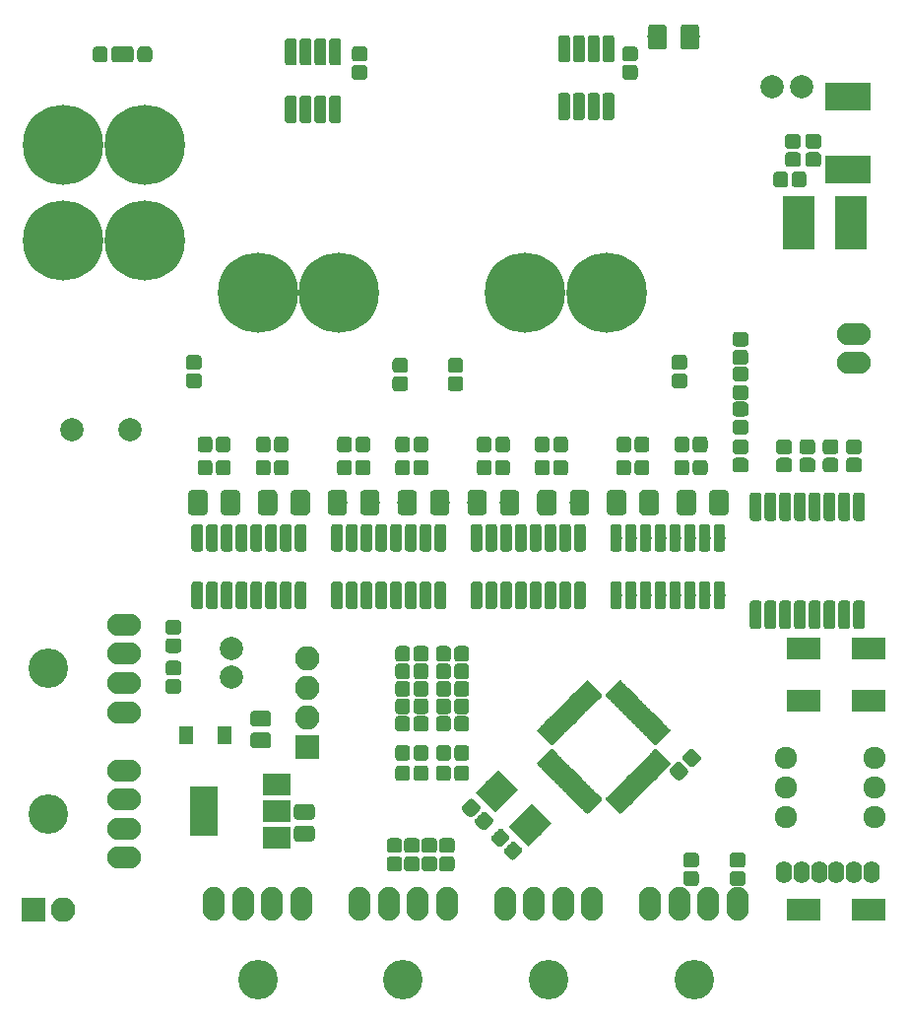
<source format=gbr>
G04 #@! TF.GenerationSoftware,KiCad,Pcbnew,(5.1.4)-1*
G04 #@! TF.CreationDate,2019-11-11T11:03:15+09:00*
G04 #@! TF.ProjectId,CanDCMD_ver1.1,43616e44-434d-4445-9f76-6572312e312e,rev?*
G04 #@! TF.SameCoordinates,Original*
G04 #@! TF.FileFunction,Soldermask,Top*
G04 #@! TF.FilePolarity,Negative*
%FSLAX46Y46*%
G04 Gerber Fmt 4.6, Leading zero omitted, Abs format (unit mm)*
G04 Created by KiCad (PCBNEW (5.1.4)-1) date 2019-11-11 11:03:15*
%MOMM*%
%LPD*%
G04 APERTURE LIST*
%ADD10C,2.000000*%
%ADD11R,2.800000X4.600000*%
%ADD12C,0.100000*%
%ADD13C,1.275000*%
%ADD14C,3.400000*%
%ADD15O,2.900000X1.900000*%
%ADD16R,3.900000X2.400000*%
%ADD17C,2.400000*%
%ADD18C,1.924000*%
%ADD19C,1.000000*%
%ADD20C,1.650000*%
%ADD21R,3.000000X1.900000*%
%ADD22C,0.700000*%
%ADD23R,2.400000X4.200000*%
%ADD24R,2.400000X1.900000*%
%ADD25O,1.900000X2.900000*%
%ADD26C,6.900000*%
%ADD27R,2.100000X2.100000*%
%ADD28O,2.100000X2.100000*%
%ADD29O,1.400000X1.924000*%
%ADD30R,1.300000X1.600000*%
%ADD31C,1.375000*%
G04 APERTURE END LIST*
D10*
X155500000Y-68750000D03*
X153000000Y-68750000D03*
D11*
X155250000Y-80500000D03*
X159750000Y-80500000D03*
D12*
G36*
X120887493Y-134901535D02*
G01*
X120918435Y-134906125D01*
X120948778Y-134913725D01*
X120978230Y-134924263D01*
X121006508Y-134937638D01*
X121033338Y-134953719D01*
X121058463Y-134972353D01*
X121081640Y-134993360D01*
X121102647Y-135016537D01*
X121121281Y-135041662D01*
X121137362Y-135068492D01*
X121150737Y-135096770D01*
X121161275Y-135126222D01*
X121168875Y-135156565D01*
X121173465Y-135187507D01*
X121175000Y-135218750D01*
X121175000Y-135856250D01*
X121173465Y-135887493D01*
X121168875Y-135918435D01*
X121161275Y-135948778D01*
X121150737Y-135978230D01*
X121137362Y-136006508D01*
X121121281Y-136033338D01*
X121102647Y-136058463D01*
X121081640Y-136081640D01*
X121058463Y-136102647D01*
X121033338Y-136121281D01*
X121006508Y-136137362D01*
X120978230Y-136150737D01*
X120948778Y-136161275D01*
X120918435Y-136168875D01*
X120887493Y-136173465D01*
X120856250Y-136175000D01*
X120143750Y-136175000D01*
X120112507Y-136173465D01*
X120081565Y-136168875D01*
X120051222Y-136161275D01*
X120021770Y-136150737D01*
X119993492Y-136137362D01*
X119966662Y-136121281D01*
X119941537Y-136102647D01*
X119918360Y-136081640D01*
X119897353Y-136058463D01*
X119878719Y-136033338D01*
X119862638Y-136006508D01*
X119849263Y-135978230D01*
X119838725Y-135948778D01*
X119831125Y-135918435D01*
X119826535Y-135887493D01*
X119825000Y-135856250D01*
X119825000Y-135218750D01*
X119826535Y-135187507D01*
X119831125Y-135156565D01*
X119838725Y-135126222D01*
X119849263Y-135096770D01*
X119862638Y-135068492D01*
X119878719Y-135041662D01*
X119897353Y-135016537D01*
X119918360Y-134993360D01*
X119941537Y-134972353D01*
X119966662Y-134953719D01*
X119993492Y-134937638D01*
X120021770Y-134924263D01*
X120051222Y-134913725D01*
X120081565Y-134906125D01*
X120112507Y-134901535D01*
X120143750Y-134900000D01*
X120856250Y-134900000D01*
X120887493Y-134901535D01*
X120887493Y-134901535D01*
G37*
D13*
X120500000Y-135537500D03*
D12*
G36*
X120887493Y-133326535D02*
G01*
X120918435Y-133331125D01*
X120948778Y-133338725D01*
X120978230Y-133349263D01*
X121006508Y-133362638D01*
X121033338Y-133378719D01*
X121058463Y-133397353D01*
X121081640Y-133418360D01*
X121102647Y-133441537D01*
X121121281Y-133466662D01*
X121137362Y-133493492D01*
X121150737Y-133521770D01*
X121161275Y-133551222D01*
X121168875Y-133581565D01*
X121173465Y-133612507D01*
X121175000Y-133643750D01*
X121175000Y-134281250D01*
X121173465Y-134312493D01*
X121168875Y-134343435D01*
X121161275Y-134373778D01*
X121150737Y-134403230D01*
X121137362Y-134431508D01*
X121121281Y-134458338D01*
X121102647Y-134483463D01*
X121081640Y-134506640D01*
X121058463Y-134527647D01*
X121033338Y-134546281D01*
X121006508Y-134562362D01*
X120978230Y-134575737D01*
X120948778Y-134586275D01*
X120918435Y-134593875D01*
X120887493Y-134598465D01*
X120856250Y-134600000D01*
X120143750Y-134600000D01*
X120112507Y-134598465D01*
X120081565Y-134593875D01*
X120051222Y-134586275D01*
X120021770Y-134575737D01*
X119993492Y-134562362D01*
X119966662Y-134546281D01*
X119941537Y-134527647D01*
X119918360Y-134506640D01*
X119897353Y-134483463D01*
X119878719Y-134458338D01*
X119862638Y-134431508D01*
X119849263Y-134403230D01*
X119838725Y-134373778D01*
X119831125Y-134343435D01*
X119826535Y-134312493D01*
X119825000Y-134281250D01*
X119825000Y-133643750D01*
X119826535Y-133612507D01*
X119831125Y-133581565D01*
X119838725Y-133551222D01*
X119849263Y-133521770D01*
X119862638Y-133493492D01*
X119878719Y-133466662D01*
X119897353Y-133441537D01*
X119918360Y-133418360D01*
X119941537Y-133397353D01*
X119966662Y-133378719D01*
X119993492Y-133362638D01*
X120021770Y-133349263D01*
X120051222Y-133338725D01*
X120081565Y-133331125D01*
X120112507Y-133326535D01*
X120143750Y-133325000D01*
X120856250Y-133325000D01*
X120887493Y-133326535D01*
X120887493Y-133326535D01*
G37*
D13*
X120500000Y-133962500D03*
D14*
X90750000Y-131250000D03*
D15*
X97250000Y-135000000D03*
X97250000Y-132500000D03*
X97250000Y-130000000D03*
X97250000Y-127500000D03*
D16*
X159500000Y-75900000D03*
X159500000Y-69600000D03*
D17*
X129300431Y-129300431D03*
D12*
G36*
X127461953Y-129441852D02*
G01*
X129441852Y-127461953D01*
X131138909Y-129159010D01*
X129159010Y-131138909D01*
X127461953Y-129441852D01*
X127461953Y-129441852D01*
G37*
D17*
X132199569Y-132199569D03*
D12*
G36*
X130361091Y-132340990D02*
G01*
X132340990Y-130361091D01*
X134038047Y-132058148D01*
X132058148Y-134038047D01*
X130361091Y-132340990D01*
X130361091Y-132340990D01*
G37*
D18*
X161810000Y-131540000D03*
X161810000Y-129000000D03*
X161810000Y-126460000D03*
X154190000Y-126460000D03*
X154190000Y-129000000D03*
X154190000Y-131540000D03*
D12*
G36*
X160719504Y-103626204D02*
G01*
X160743773Y-103629804D01*
X160767571Y-103635765D01*
X160790671Y-103644030D01*
X160812849Y-103654520D01*
X160833893Y-103667133D01*
X160853598Y-103681747D01*
X160871777Y-103698223D01*
X160888253Y-103716402D01*
X160902867Y-103736107D01*
X160915480Y-103757151D01*
X160925970Y-103779329D01*
X160934235Y-103802429D01*
X160940196Y-103826227D01*
X160943796Y-103850496D01*
X160945000Y-103875000D01*
X160945000Y-105825000D01*
X160943796Y-105849504D01*
X160940196Y-105873773D01*
X160934235Y-105897571D01*
X160925970Y-105920671D01*
X160915480Y-105942849D01*
X160902867Y-105963893D01*
X160888253Y-105983598D01*
X160871777Y-106001777D01*
X160853598Y-106018253D01*
X160833893Y-106032867D01*
X160812849Y-106045480D01*
X160790671Y-106055970D01*
X160767571Y-106064235D01*
X160743773Y-106070196D01*
X160719504Y-106073796D01*
X160695000Y-106075000D01*
X160195000Y-106075000D01*
X160170496Y-106073796D01*
X160146227Y-106070196D01*
X160122429Y-106064235D01*
X160099329Y-106055970D01*
X160077151Y-106045480D01*
X160056107Y-106032867D01*
X160036402Y-106018253D01*
X160018223Y-106001777D01*
X160001747Y-105983598D01*
X159987133Y-105963893D01*
X159974520Y-105942849D01*
X159964030Y-105920671D01*
X159955765Y-105897571D01*
X159949804Y-105873773D01*
X159946204Y-105849504D01*
X159945000Y-105825000D01*
X159945000Y-103875000D01*
X159946204Y-103850496D01*
X159949804Y-103826227D01*
X159955765Y-103802429D01*
X159964030Y-103779329D01*
X159974520Y-103757151D01*
X159987133Y-103736107D01*
X160001747Y-103716402D01*
X160018223Y-103698223D01*
X160036402Y-103681747D01*
X160056107Y-103667133D01*
X160077151Y-103654520D01*
X160099329Y-103644030D01*
X160122429Y-103635765D01*
X160146227Y-103629804D01*
X160170496Y-103626204D01*
X160195000Y-103625000D01*
X160695000Y-103625000D01*
X160719504Y-103626204D01*
X160719504Y-103626204D01*
G37*
D19*
X160445000Y-104850000D03*
D12*
G36*
X159449504Y-103626204D02*
G01*
X159473773Y-103629804D01*
X159497571Y-103635765D01*
X159520671Y-103644030D01*
X159542849Y-103654520D01*
X159563893Y-103667133D01*
X159583598Y-103681747D01*
X159601777Y-103698223D01*
X159618253Y-103716402D01*
X159632867Y-103736107D01*
X159645480Y-103757151D01*
X159655970Y-103779329D01*
X159664235Y-103802429D01*
X159670196Y-103826227D01*
X159673796Y-103850496D01*
X159675000Y-103875000D01*
X159675000Y-105825000D01*
X159673796Y-105849504D01*
X159670196Y-105873773D01*
X159664235Y-105897571D01*
X159655970Y-105920671D01*
X159645480Y-105942849D01*
X159632867Y-105963893D01*
X159618253Y-105983598D01*
X159601777Y-106001777D01*
X159583598Y-106018253D01*
X159563893Y-106032867D01*
X159542849Y-106045480D01*
X159520671Y-106055970D01*
X159497571Y-106064235D01*
X159473773Y-106070196D01*
X159449504Y-106073796D01*
X159425000Y-106075000D01*
X158925000Y-106075000D01*
X158900496Y-106073796D01*
X158876227Y-106070196D01*
X158852429Y-106064235D01*
X158829329Y-106055970D01*
X158807151Y-106045480D01*
X158786107Y-106032867D01*
X158766402Y-106018253D01*
X158748223Y-106001777D01*
X158731747Y-105983598D01*
X158717133Y-105963893D01*
X158704520Y-105942849D01*
X158694030Y-105920671D01*
X158685765Y-105897571D01*
X158679804Y-105873773D01*
X158676204Y-105849504D01*
X158675000Y-105825000D01*
X158675000Y-103875000D01*
X158676204Y-103850496D01*
X158679804Y-103826227D01*
X158685765Y-103802429D01*
X158694030Y-103779329D01*
X158704520Y-103757151D01*
X158717133Y-103736107D01*
X158731747Y-103716402D01*
X158748223Y-103698223D01*
X158766402Y-103681747D01*
X158786107Y-103667133D01*
X158807151Y-103654520D01*
X158829329Y-103644030D01*
X158852429Y-103635765D01*
X158876227Y-103629804D01*
X158900496Y-103626204D01*
X158925000Y-103625000D01*
X159425000Y-103625000D01*
X159449504Y-103626204D01*
X159449504Y-103626204D01*
G37*
D19*
X159175000Y-104850000D03*
D12*
G36*
X158179504Y-103626204D02*
G01*
X158203773Y-103629804D01*
X158227571Y-103635765D01*
X158250671Y-103644030D01*
X158272849Y-103654520D01*
X158293893Y-103667133D01*
X158313598Y-103681747D01*
X158331777Y-103698223D01*
X158348253Y-103716402D01*
X158362867Y-103736107D01*
X158375480Y-103757151D01*
X158385970Y-103779329D01*
X158394235Y-103802429D01*
X158400196Y-103826227D01*
X158403796Y-103850496D01*
X158405000Y-103875000D01*
X158405000Y-105825000D01*
X158403796Y-105849504D01*
X158400196Y-105873773D01*
X158394235Y-105897571D01*
X158385970Y-105920671D01*
X158375480Y-105942849D01*
X158362867Y-105963893D01*
X158348253Y-105983598D01*
X158331777Y-106001777D01*
X158313598Y-106018253D01*
X158293893Y-106032867D01*
X158272849Y-106045480D01*
X158250671Y-106055970D01*
X158227571Y-106064235D01*
X158203773Y-106070196D01*
X158179504Y-106073796D01*
X158155000Y-106075000D01*
X157655000Y-106075000D01*
X157630496Y-106073796D01*
X157606227Y-106070196D01*
X157582429Y-106064235D01*
X157559329Y-106055970D01*
X157537151Y-106045480D01*
X157516107Y-106032867D01*
X157496402Y-106018253D01*
X157478223Y-106001777D01*
X157461747Y-105983598D01*
X157447133Y-105963893D01*
X157434520Y-105942849D01*
X157424030Y-105920671D01*
X157415765Y-105897571D01*
X157409804Y-105873773D01*
X157406204Y-105849504D01*
X157405000Y-105825000D01*
X157405000Y-103875000D01*
X157406204Y-103850496D01*
X157409804Y-103826227D01*
X157415765Y-103802429D01*
X157424030Y-103779329D01*
X157434520Y-103757151D01*
X157447133Y-103736107D01*
X157461747Y-103716402D01*
X157478223Y-103698223D01*
X157496402Y-103681747D01*
X157516107Y-103667133D01*
X157537151Y-103654520D01*
X157559329Y-103644030D01*
X157582429Y-103635765D01*
X157606227Y-103629804D01*
X157630496Y-103626204D01*
X157655000Y-103625000D01*
X158155000Y-103625000D01*
X158179504Y-103626204D01*
X158179504Y-103626204D01*
G37*
D19*
X157905000Y-104850000D03*
D12*
G36*
X156909504Y-103626204D02*
G01*
X156933773Y-103629804D01*
X156957571Y-103635765D01*
X156980671Y-103644030D01*
X157002849Y-103654520D01*
X157023893Y-103667133D01*
X157043598Y-103681747D01*
X157061777Y-103698223D01*
X157078253Y-103716402D01*
X157092867Y-103736107D01*
X157105480Y-103757151D01*
X157115970Y-103779329D01*
X157124235Y-103802429D01*
X157130196Y-103826227D01*
X157133796Y-103850496D01*
X157135000Y-103875000D01*
X157135000Y-105825000D01*
X157133796Y-105849504D01*
X157130196Y-105873773D01*
X157124235Y-105897571D01*
X157115970Y-105920671D01*
X157105480Y-105942849D01*
X157092867Y-105963893D01*
X157078253Y-105983598D01*
X157061777Y-106001777D01*
X157043598Y-106018253D01*
X157023893Y-106032867D01*
X157002849Y-106045480D01*
X156980671Y-106055970D01*
X156957571Y-106064235D01*
X156933773Y-106070196D01*
X156909504Y-106073796D01*
X156885000Y-106075000D01*
X156385000Y-106075000D01*
X156360496Y-106073796D01*
X156336227Y-106070196D01*
X156312429Y-106064235D01*
X156289329Y-106055970D01*
X156267151Y-106045480D01*
X156246107Y-106032867D01*
X156226402Y-106018253D01*
X156208223Y-106001777D01*
X156191747Y-105983598D01*
X156177133Y-105963893D01*
X156164520Y-105942849D01*
X156154030Y-105920671D01*
X156145765Y-105897571D01*
X156139804Y-105873773D01*
X156136204Y-105849504D01*
X156135000Y-105825000D01*
X156135000Y-103875000D01*
X156136204Y-103850496D01*
X156139804Y-103826227D01*
X156145765Y-103802429D01*
X156154030Y-103779329D01*
X156164520Y-103757151D01*
X156177133Y-103736107D01*
X156191747Y-103716402D01*
X156208223Y-103698223D01*
X156226402Y-103681747D01*
X156246107Y-103667133D01*
X156267151Y-103654520D01*
X156289329Y-103644030D01*
X156312429Y-103635765D01*
X156336227Y-103629804D01*
X156360496Y-103626204D01*
X156385000Y-103625000D01*
X156885000Y-103625000D01*
X156909504Y-103626204D01*
X156909504Y-103626204D01*
G37*
D19*
X156635000Y-104850000D03*
D12*
G36*
X155639504Y-103626204D02*
G01*
X155663773Y-103629804D01*
X155687571Y-103635765D01*
X155710671Y-103644030D01*
X155732849Y-103654520D01*
X155753893Y-103667133D01*
X155773598Y-103681747D01*
X155791777Y-103698223D01*
X155808253Y-103716402D01*
X155822867Y-103736107D01*
X155835480Y-103757151D01*
X155845970Y-103779329D01*
X155854235Y-103802429D01*
X155860196Y-103826227D01*
X155863796Y-103850496D01*
X155865000Y-103875000D01*
X155865000Y-105825000D01*
X155863796Y-105849504D01*
X155860196Y-105873773D01*
X155854235Y-105897571D01*
X155845970Y-105920671D01*
X155835480Y-105942849D01*
X155822867Y-105963893D01*
X155808253Y-105983598D01*
X155791777Y-106001777D01*
X155773598Y-106018253D01*
X155753893Y-106032867D01*
X155732849Y-106045480D01*
X155710671Y-106055970D01*
X155687571Y-106064235D01*
X155663773Y-106070196D01*
X155639504Y-106073796D01*
X155615000Y-106075000D01*
X155115000Y-106075000D01*
X155090496Y-106073796D01*
X155066227Y-106070196D01*
X155042429Y-106064235D01*
X155019329Y-106055970D01*
X154997151Y-106045480D01*
X154976107Y-106032867D01*
X154956402Y-106018253D01*
X154938223Y-106001777D01*
X154921747Y-105983598D01*
X154907133Y-105963893D01*
X154894520Y-105942849D01*
X154884030Y-105920671D01*
X154875765Y-105897571D01*
X154869804Y-105873773D01*
X154866204Y-105849504D01*
X154865000Y-105825000D01*
X154865000Y-103875000D01*
X154866204Y-103850496D01*
X154869804Y-103826227D01*
X154875765Y-103802429D01*
X154884030Y-103779329D01*
X154894520Y-103757151D01*
X154907133Y-103736107D01*
X154921747Y-103716402D01*
X154938223Y-103698223D01*
X154956402Y-103681747D01*
X154976107Y-103667133D01*
X154997151Y-103654520D01*
X155019329Y-103644030D01*
X155042429Y-103635765D01*
X155066227Y-103629804D01*
X155090496Y-103626204D01*
X155115000Y-103625000D01*
X155615000Y-103625000D01*
X155639504Y-103626204D01*
X155639504Y-103626204D01*
G37*
D19*
X155365000Y-104850000D03*
D12*
G36*
X154369504Y-103626204D02*
G01*
X154393773Y-103629804D01*
X154417571Y-103635765D01*
X154440671Y-103644030D01*
X154462849Y-103654520D01*
X154483893Y-103667133D01*
X154503598Y-103681747D01*
X154521777Y-103698223D01*
X154538253Y-103716402D01*
X154552867Y-103736107D01*
X154565480Y-103757151D01*
X154575970Y-103779329D01*
X154584235Y-103802429D01*
X154590196Y-103826227D01*
X154593796Y-103850496D01*
X154595000Y-103875000D01*
X154595000Y-105825000D01*
X154593796Y-105849504D01*
X154590196Y-105873773D01*
X154584235Y-105897571D01*
X154575970Y-105920671D01*
X154565480Y-105942849D01*
X154552867Y-105963893D01*
X154538253Y-105983598D01*
X154521777Y-106001777D01*
X154503598Y-106018253D01*
X154483893Y-106032867D01*
X154462849Y-106045480D01*
X154440671Y-106055970D01*
X154417571Y-106064235D01*
X154393773Y-106070196D01*
X154369504Y-106073796D01*
X154345000Y-106075000D01*
X153845000Y-106075000D01*
X153820496Y-106073796D01*
X153796227Y-106070196D01*
X153772429Y-106064235D01*
X153749329Y-106055970D01*
X153727151Y-106045480D01*
X153706107Y-106032867D01*
X153686402Y-106018253D01*
X153668223Y-106001777D01*
X153651747Y-105983598D01*
X153637133Y-105963893D01*
X153624520Y-105942849D01*
X153614030Y-105920671D01*
X153605765Y-105897571D01*
X153599804Y-105873773D01*
X153596204Y-105849504D01*
X153595000Y-105825000D01*
X153595000Y-103875000D01*
X153596204Y-103850496D01*
X153599804Y-103826227D01*
X153605765Y-103802429D01*
X153614030Y-103779329D01*
X153624520Y-103757151D01*
X153637133Y-103736107D01*
X153651747Y-103716402D01*
X153668223Y-103698223D01*
X153686402Y-103681747D01*
X153706107Y-103667133D01*
X153727151Y-103654520D01*
X153749329Y-103644030D01*
X153772429Y-103635765D01*
X153796227Y-103629804D01*
X153820496Y-103626204D01*
X153845000Y-103625000D01*
X154345000Y-103625000D01*
X154369504Y-103626204D01*
X154369504Y-103626204D01*
G37*
D19*
X154095000Y-104850000D03*
D12*
G36*
X153099504Y-103626204D02*
G01*
X153123773Y-103629804D01*
X153147571Y-103635765D01*
X153170671Y-103644030D01*
X153192849Y-103654520D01*
X153213893Y-103667133D01*
X153233598Y-103681747D01*
X153251777Y-103698223D01*
X153268253Y-103716402D01*
X153282867Y-103736107D01*
X153295480Y-103757151D01*
X153305970Y-103779329D01*
X153314235Y-103802429D01*
X153320196Y-103826227D01*
X153323796Y-103850496D01*
X153325000Y-103875000D01*
X153325000Y-105825000D01*
X153323796Y-105849504D01*
X153320196Y-105873773D01*
X153314235Y-105897571D01*
X153305970Y-105920671D01*
X153295480Y-105942849D01*
X153282867Y-105963893D01*
X153268253Y-105983598D01*
X153251777Y-106001777D01*
X153233598Y-106018253D01*
X153213893Y-106032867D01*
X153192849Y-106045480D01*
X153170671Y-106055970D01*
X153147571Y-106064235D01*
X153123773Y-106070196D01*
X153099504Y-106073796D01*
X153075000Y-106075000D01*
X152575000Y-106075000D01*
X152550496Y-106073796D01*
X152526227Y-106070196D01*
X152502429Y-106064235D01*
X152479329Y-106055970D01*
X152457151Y-106045480D01*
X152436107Y-106032867D01*
X152416402Y-106018253D01*
X152398223Y-106001777D01*
X152381747Y-105983598D01*
X152367133Y-105963893D01*
X152354520Y-105942849D01*
X152344030Y-105920671D01*
X152335765Y-105897571D01*
X152329804Y-105873773D01*
X152326204Y-105849504D01*
X152325000Y-105825000D01*
X152325000Y-103875000D01*
X152326204Y-103850496D01*
X152329804Y-103826227D01*
X152335765Y-103802429D01*
X152344030Y-103779329D01*
X152354520Y-103757151D01*
X152367133Y-103736107D01*
X152381747Y-103716402D01*
X152398223Y-103698223D01*
X152416402Y-103681747D01*
X152436107Y-103667133D01*
X152457151Y-103654520D01*
X152479329Y-103644030D01*
X152502429Y-103635765D01*
X152526227Y-103629804D01*
X152550496Y-103626204D01*
X152575000Y-103625000D01*
X153075000Y-103625000D01*
X153099504Y-103626204D01*
X153099504Y-103626204D01*
G37*
D19*
X152825000Y-104850000D03*
D12*
G36*
X151829504Y-103626204D02*
G01*
X151853773Y-103629804D01*
X151877571Y-103635765D01*
X151900671Y-103644030D01*
X151922849Y-103654520D01*
X151943893Y-103667133D01*
X151963598Y-103681747D01*
X151981777Y-103698223D01*
X151998253Y-103716402D01*
X152012867Y-103736107D01*
X152025480Y-103757151D01*
X152035970Y-103779329D01*
X152044235Y-103802429D01*
X152050196Y-103826227D01*
X152053796Y-103850496D01*
X152055000Y-103875000D01*
X152055000Y-105825000D01*
X152053796Y-105849504D01*
X152050196Y-105873773D01*
X152044235Y-105897571D01*
X152035970Y-105920671D01*
X152025480Y-105942849D01*
X152012867Y-105963893D01*
X151998253Y-105983598D01*
X151981777Y-106001777D01*
X151963598Y-106018253D01*
X151943893Y-106032867D01*
X151922849Y-106045480D01*
X151900671Y-106055970D01*
X151877571Y-106064235D01*
X151853773Y-106070196D01*
X151829504Y-106073796D01*
X151805000Y-106075000D01*
X151305000Y-106075000D01*
X151280496Y-106073796D01*
X151256227Y-106070196D01*
X151232429Y-106064235D01*
X151209329Y-106055970D01*
X151187151Y-106045480D01*
X151166107Y-106032867D01*
X151146402Y-106018253D01*
X151128223Y-106001777D01*
X151111747Y-105983598D01*
X151097133Y-105963893D01*
X151084520Y-105942849D01*
X151074030Y-105920671D01*
X151065765Y-105897571D01*
X151059804Y-105873773D01*
X151056204Y-105849504D01*
X151055000Y-105825000D01*
X151055000Y-103875000D01*
X151056204Y-103850496D01*
X151059804Y-103826227D01*
X151065765Y-103802429D01*
X151074030Y-103779329D01*
X151084520Y-103757151D01*
X151097133Y-103736107D01*
X151111747Y-103716402D01*
X151128223Y-103698223D01*
X151146402Y-103681747D01*
X151166107Y-103667133D01*
X151187151Y-103654520D01*
X151209329Y-103644030D01*
X151232429Y-103635765D01*
X151256227Y-103629804D01*
X151280496Y-103626204D01*
X151305000Y-103625000D01*
X151805000Y-103625000D01*
X151829504Y-103626204D01*
X151829504Y-103626204D01*
G37*
D19*
X151555000Y-104850000D03*
D12*
G36*
X151829504Y-112926204D02*
G01*
X151853773Y-112929804D01*
X151877571Y-112935765D01*
X151900671Y-112944030D01*
X151922849Y-112954520D01*
X151943893Y-112967133D01*
X151963598Y-112981747D01*
X151981777Y-112998223D01*
X151998253Y-113016402D01*
X152012867Y-113036107D01*
X152025480Y-113057151D01*
X152035970Y-113079329D01*
X152044235Y-113102429D01*
X152050196Y-113126227D01*
X152053796Y-113150496D01*
X152055000Y-113175000D01*
X152055000Y-115125000D01*
X152053796Y-115149504D01*
X152050196Y-115173773D01*
X152044235Y-115197571D01*
X152035970Y-115220671D01*
X152025480Y-115242849D01*
X152012867Y-115263893D01*
X151998253Y-115283598D01*
X151981777Y-115301777D01*
X151963598Y-115318253D01*
X151943893Y-115332867D01*
X151922849Y-115345480D01*
X151900671Y-115355970D01*
X151877571Y-115364235D01*
X151853773Y-115370196D01*
X151829504Y-115373796D01*
X151805000Y-115375000D01*
X151305000Y-115375000D01*
X151280496Y-115373796D01*
X151256227Y-115370196D01*
X151232429Y-115364235D01*
X151209329Y-115355970D01*
X151187151Y-115345480D01*
X151166107Y-115332867D01*
X151146402Y-115318253D01*
X151128223Y-115301777D01*
X151111747Y-115283598D01*
X151097133Y-115263893D01*
X151084520Y-115242849D01*
X151074030Y-115220671D01*
X151065765Y-115197571D01*
X151059804Y-115173773D01*
X151056204Y-115149504D01*
X151055000Y-115125000D01*
X151055000Y-113175000D01*
X151056204Y-113150496D01*
X151059804Y-113126227D01*
X151065765Y-113102429D01*
X151074030Y-113079329D01*
X151084520Y-113057151D01*
X151097133Y-113036107D01*
X151111747Y-113016402D01*
X151128223Y-112998223D01*
X151146402Y-112981747D01*
X151166107Y-112967133D01*
X151187151Y-112954520D01*
X151209329Y-112944030D01*
X151232429Y-112935765D01*
X151256227Y-112929804D01*
X151280496Y-112926204D01*
X151305000Y-112925000D01*
X151805000Y-112925000D01*
X151829504Y-112926204D01*
X151829504Y-112926204D01*
G37*
D19*
X151555000Y-114150000D03*
D12*
G36*
X153099504Y-112926204D02*
G01*
X153123773Y-112929804D01*
X153147571Y-112935765D01*
X153170671Y-112944030D01*
X153192849Y-112954520D01*
X153213893Y-112967133D01*
X153233598Y-112981747D01*
X153251777Y-112998223D01*
X153268253Y-113016402D01*
X153282867Y-113036107D01*
X153295480Y-113057151D01*
X153305970Y-113079329D01*
X153314235Y-113102429D01*
X153320196Y-113126227D01*
X153323796Y-113150496D01*
X153325000Y-113175000D01*
X153325000Y-115125000D01*
X153323796Y-115149504D01*
X153320196Y-115173773D01*
X153314235Y-115197571D01*
X153305970Y-115220671D01*
X153295480Y-115242849D01*
X153282867Y-115263893D01*
X153268253Y-115283598D01*
X153251777Y-115301777D01*
X153233598Y-115318253D01*
X153213893Y-115332867D01*
X153192849Y-115345480D01*
X153170671Y-115355970D01*
X153147571Y-115364235D01*
X153123773Y-115370196D01*
X153099504Y-115373796D01*
X153075000Y-115375000D01*
X152575000Y-115375000D01*
X152550496Y-115373796D01*
X152526227Y-115370196D01*
X152502429Y-115364235D01*
X152479329Y-115355970D01*
X152457151Y-115345480D01*
X152436107Y-115332867D01*
X152416402Y-115318253D01*
X152398223Y-115301777D01*
X152381747Y-115283598D01*
X152367133Y-115263893D01*
X152354520Y-115242849D01*
X152344030Y-115220671D01*
X152335765Y-115197571D01*
X152329804Y-115173773D01*
X152326204Y-115149504D01*
X152325000Y-115125000D01*
X152325000Y-113175000D01*
X152326204Y-113150496D01*
X152329804Y-113126227D01*
X152335765Y-113102429D01*
X152344030Y-113079329D01*
X152354520Y-113057151D01*
X152367133Y-113036107D01*
X152381747Y-113016402D01*
X152398223Y-112998223D01*
X152416402Y-112981747D01*
X152436107Y-112967133D01*
X152457151Y-112954520D01*
X152479329Y-112944030D01*
X152502429Y-112935765D01*
X152526227Y-112929804D01*
X152550496Y-112926204D01*
X152575000Y-112925000D01*
X153075000Y-112925000D01*
X153099504Y-112926204D01*
X153099504Y-112926204D01*
G37*
D19*
X152825000Y-114150000D03*
D12*
G36*
X154369504Y-112926204D02*
G01*
X154393773Y-112929804D01*
X154417571Y-112935765D01*
X154440671Y-112944030D01*
X154462849Y-112954520D01*
X154483893Y-112967133D01*
X154503598Y-112981747D01*
X154521777Y-112998223D01*
X154538253Y-113016402D01*
X154552867Y-113036107D01*
X154565480Y-113057151D01*
X154575970Y-113079329D01*
X154584235Y-113102429D01*
X154590196Y-113126227D01*
X154593796Y-113150496D01*
X154595000Y-113175000D01*
X154595000Y-115125000D01*
X154593796Y-115149504D01*
X154590196Y-115173773D01*
X154584235Y-115197571D01*
X154575970Y-115220671D01*
X154565480Y-115242849D01*
X154552867Y-115263893D01*
X154538253Y-115283598D01*
X154521777Y-115301777D01*
X154503598Y-115318253D01*
X154483893Y-115332867D01*
X154462849Y-115345480D01*
X154440671Y-115355970D01*
X154417571Y-115364235D01*
X154393773Y-115370196D01*
X154369504Y-115373796D01*
X154345000Y-115375000D01*
X153845000Y-115375000D01*
X153820496Y-115373796D01*
X153796227Y-115370196D01*
X153772429Y-115364235D01*
X153749329Y-115355970D01*
X153727151Y-115345480D01*
X153706107Y-115332867D01*
X153686402Y-115318253D01*
X153668223Y-115301777D01*
X153651747Y-115283598D01*
X153637133Y-115263893D01*
X153624520Y-115242849D01*
X153614030Y-115220671D01*
X153605765Y-115197571D01*
X153599804Y-115173773D01*
X153596204Y-115149504D01*
X153595000Y-115125000D01*
X153595000Y-113175000D01*
X153596204Y-113150496D01*
X153599804Y-113126227D01*
X153605765Y-113102429D01*
X153614030Y-113079329D01*
X153624520Y-113057151D01*
X153637133Y-113036107D01*
X153651747Y-113016402D01*
X153668223Y-112998223D01*
X153686402Y-112981747D01*
X153706107Y-112967133D01*
X153727151Y-112954520D01*
X153749329Y-112944030D01*
X153772429Y-112935765D01*
X153796227Y-112929804D01*
X153820496Y-112926204D01*
X153845000Y-112925000D01*
X154345000Y-112925000D01*
X154369504Y-112926204D01*
X154369504Y-112926204D01*
G37*
D19*
X154095000Y-114150000D03*
D12*
G36*
X155639504Y-112926204D02*
G01*
X155663773Y-112929804D01*
X155687571Y-112935765D01*
X155710671Y-112944030D01*
X155732849Y-112954520D01*
X155753893Y-112967133D01*
X155773598Y-112981747D01*
X155791777Y-112998223D01*
X155808253Y-113016402D01*
X155822867Y-113036107D01*
X155835480Y-113057151D01*
X155845970Y-113079329D01*
X155854235Y-113102429D01*
X155860196Y-113126227D01*
X155863796Y-113150496D01*
X155865000Y-113175000D01*
X155865000Y-115125000D01*
X155863796Y-115149504D01*
X155860196Y-115173773D01*
X155854235Y-115197571D01*
X155845970Y-115220671D01*
X155835480Y-115242849D01*
X155822867Y-115263893D01*
X155808253Y-115283598D01*
X155791777Y-115301777D01*
X155773598Y-115318253D01*
X155753893Y-115332867D01*
X155732849Y-115345480D01*
X155710671Y-115355970D01*
X155687571Y-115364235D01*
X155663773Y-115370196D01*
X155639504Y-115373796D01*
X155615000Y-115375000D01*
X155115000Y-115375000D01*
X155090496Y-115373796D01*
X155066227Y-115370196D01*
X155042429Y-115364235D01*
X155019329Y-115355970D01*
X154997151Y-115345480D01*
X154976107Y-115332867D01*
X154956402Y-115318253D01*
X154938223Y-115301777D01*
X154921747Y-115283598D01*
X154907133Y-115263893D01*
X154894520Y-115242849D01*
X154884030Y-115220671D01*
X154875765Y-115197571D01*
X154869804Y-115173773D01*
X154866204Y-115149504D01*
X154865000Y-115125000D01*
X154865000Y-113175000D01*
X154866204Y-113150496D01*
X154869804Y-113126227D01*
X154875765Y-113102429D01*
X154884030Y-113079329D01*
X154894520Y-113057151D01*
X154907133Y-113036107D01*
X154921747Y-113016402D01*
X154938223Y-112998223D01*
X154956402Y-112981747D01*
X154976107Y-112967133D01*
X154997151Y-112954520D01*
X155019329Y-112944030D01*
X155042429Y-112935765D01*
X155066227Y-112929804D01*
X155090496Y-112926204D01*
X155115000Y-112925000D01*
X155615000Y-112925000D01*
X155639504Y-112926204D01*
X155639504Y-112926204D01*
G37*
D19*
X155365000Y-114150000D03*
D12*
G36*
X156909504Y-112926204D02*
G01*
X156933773Y-112929804D01*
X156957571Y-112935765D01*
X156980671Y-112944030D01*
X157002849Y-112954520D01*
X157023893Y-112967133D01*
X157043598Y-112981747D01*
X157061777Y-112998223D01*
X157078253Y-113016402D01*
X157092867Y-113036107D01*
X157105480Y-113057151D01*
X157115970Y-113079329D01*
X157124235Y-113102429D01*
X157130196Y-113126227D01*
X157133796Y-113150496D01*
X157135000Y-113175000D01*
X157135000Y-115125000D01*
X157133796Y-115149504D01*
X157130196Y-115173773D01*
X157124235Y-115197571D01*
X157115970Y-115220671D01*
X157105480Y-115242849D01*
X157092867Y-115263893D01*
X157078253Y-115283598D01*
X157061777Y-115301777D01*
X157043598Y-115318253D01*
X157023893Y-115332867D01*
X157002849Y-115345480D01*
X156980671Y-115355970D01*
X156957571Y-115364235D01*
X156933773Y-115370196D01*
X156909504Y-115373796D01*
X156885000Y-115375000D01*
X156385000Y-115375000D01*
X156360496Y-115373796D01*
X156336227Y-115370196D01*
X156312429Y-115364235D01*
X156289329Y-115355970D01*
X156267151Y-115345480D01*
X156246107Y-115332867D01*
X156226402Y-115318253D01*
X156208223Y-115301777D01*
X156191747Y-115283598D01*
X156177133Y-115263893D01*
X156164520Y-115242849D01*
X156154030Y-115220671D01*
X156145765Y-115197571D01*
X156139804Y-115173773D01*
X156136204Y-115149504D01*
X156135000Y-115125000D01*
X156135000Y-113175000D01*
X156136204Y-113150496D01*
X156139804Y-113126227D01*
X156145765Y-113102429D01*
X156154030Y-113079329D01*
X156164520Y-113057151D01*
X156177133Y-113036107D01*
X156191747Y-113016402D01*
X156208223Y-112998223D01*
X156226402Y-112981747D01*
X156246107Y-112967133D01*
X156267151Y-112954520D01*
X156289329Y-112944030D01*
X156312429Y-112935765D01*
X156336227Y-112929804D01*
X156360496Y-112926204D01*
X156385000Y-112925000D01*
X156885000Y-112925000D01*
X156909504Y-112926204D01*
X156909504Y-112926204D01*
G37*
D19*
X156635000Y-114150000D03*
D12*
G36*
X158179504Y-112926204D02*
G01*
X158203773Y-112929804D01*
X158227571Y-112935765D01*
X158250671Y-112944030D01*
X158272849Y-112954520D01*
X158293893Y-112967133D01*
X158313598Y-112981747D01*
X158331777Y-112998223D01*
X158348253Y-113016402D01*
X158362867Y-113036107D01*
X158375480Y-113057151D01*
X158385970Y-113079329D01*
X158394235Y-113102429D01*
X158400196Y-113126227D01*
X158403796Y-113150496D01*
X158405000Y-113175000D01*
X158405000Y-115125000D01*
X158403796Y-115149504D01*
X158400196Y-115173773D01*
X158394235Y-115197571D01*
X158385970Y-115220671D01*
X158375480Y-115242849D01*
X158362867Y-115263893D01*
X158348253Y-115283598D01*
X158331777Y-115301777D01*
X158313598Y-115318253D01*
X158293893Y-115332867D01*
X158272849Y-115345480D01*
X158250671Y-115355970D01*
X158227571Y-115364235D01*
X158203773Y-115370196D01*
X158179504Y-115373796D01*
X158155000Y-115375000D01*
X157655000Y-115375000D01*
X157630496Y-115373796D01*
X157606227Y-115370196D01*
X157582429Y-115364235D01*
X157559329Y-115355970D01*
X157537151Y-115345480D01*
X157516107Y-115332867D01*
X157496402Y-115318253D01*
X157478223Y-115301777D01*
X157461747Y-115283598D01*
X157447133Y-115263893D01*
X157434520Y-115242849D01*
X157424030Y-115220671D01*
X157415765Y-115197571D01*
X157409804Y-115173773D01*
X157406204Y-115149504D01*
X157405000Y-115125000D01*
X157405000Y-113175000D01*
X157406204Y-113150496D01*
X157409804Y-113126227D01*
X157415765Y-113102429D01*
X157424030Y-113079329D01*
X157434520Y-113057151D01*
X157447133Y-113036107D01*
X157461747Y-113016402D01*
X157478223Y-112998223D01*
X157496402Y-112981747D01*
X157516107Y-112967133D01*
X157537151Y-112954520D01*
X157559329Y-112944030D01*
X157582429Y-112935765D01*
X157606227Y-112929804D01*
X157630496Y-112926204D01*
X157655000Y-112925000D01*
X158155000Y-112925000D01*
X158179504Y-112926204D01*
X158179504Y-112926204D01*
G37*
D19*
X157905000Y-114150000D03*
D12*
G36*
X159449504Y-112926204D02*
G01*
X159473773Y-112929804D01*
X159497571Y-112935765D01*
X159520671Y-112944030D01*
X159542849Y-112954520D01*
X159563893Y-112967133D01*
X159583598Y-112981747D01*
X159601777Y-112998223D01*
X159618253Y-113016402D01*
X159632867Y-113036107D01*
X159645480Y-113057151D01*
X159655970Y-113079329D01*
X159664235Y-113102429D01*
X159670196Y-113126227D01*
X159673796Y-113150496D01*
X159675000Y-113175000D01*
X159675000Y-115125000D01*
X159673796Y-115149504D01*
X159670196Y-115173773D01*
X159664235Y-115197571D01*
X159655970Y-115220671D01*
X159645480Y-115242849D01*
X159632867Y-115263893D01*
X159618253Y-115283598D01*
X159601777Y-115301777D01*
X159583598Y-115318253D01*
X159563893Y-115332867D01*
X159542849Y-115345480D01*
X159520671Y-115355970D01*
X159497571Y-115364235D01*
X159473773Y-115370196D01*
X159449504Y-115373796D01*
X159425000Y-115375000D01*
X158925000Y-115375000D01*
X158900496Y-115373796D01*
X158876227Y-115370196D01*
X158852429Y-115364235D01*
X158829329Y-115355970D01*
X158807151Y-115345480D01*
X158786107Y-115332867D01*
X158766402Y-115318253D01*
X158748223Y-115301777D01*
X158731747Y-115283598D01*
X158717133Y-115263893D01*
X158704520Y-115242849D01*
X158694030Y-115220671D01*
X158685765Y-115197571D01*
X158679804Y-115173773D01*
X158676204Y-115149504D01*
X158675000Y-115125000D01*
X158675000Y-113175000D01*
X158676204Y-113150496D01*
X158679804Y-113126227D01*
X158685765Y-113102429D01*
X158694030Y-113079329D01*
X158704520Y-113057151D01*
X158717133Y-113036107D01*
X158731747Y-113016402D01*
X158748223Y-112998223D01*
X158766402Y-112981747D01*
X158786107Y-112967133D01*
X158807151Y-112954520D01*
X158829329Y-112944030D01*
X158852429Y-112935765D01*
X158876227Y-112929804D01*
X158900496Y-112926204D01*
X158925000Y-112925000D01*
X159425000Y-112925000D01*
X159449504Y-112926204D01*
X159449504Y-112926204D01*
G37*
D19*
X159175000Y-114150000D03*
D12*
G36*
X160719504Y-112926204D02*
G01*
X160743773Y-112929804D01*
X160767571Y-112935765D01*
X160790671Y-112944030D01*
X160812849Y-112954520D01*
X160833893Y-112967133D01*
X160853598Y-112981747D01*
X160871777Y-112998223D01*
X160888253Y-113016402D01*
X160902867Y-113036107D01*
X160915480Y-113057151D01*
X160925970Y-113079329D01*
X160934235Y-113102429D01*
X160940196Y-113126227D01*
X160943796Y-113150496D01*
X160945000Y-113175000D01*
X160945000Y-115125000D01*
X160943796Y-115149504D01*
X160940196Y-115173773D01*
X160934235Y-115197571D01*
X160925970Y-115220671D01*
X160915480Y-115242849D01*
X160902867Y-115263893D01*
X160888253Y-115283598D01*
X160871777Y-115301777D01*
X160853598Y-115318253D01*
X160833893Y-115332867D01*
X160812849Y-115345480D01*
X160790671Y-115355970D01*
X160767571Y-115364235D01*
X160743773Y-115370196D01*
X160719504Y-115373796D01*
X160695000Y-115375000D01*
X160195000Y-115375000D01*
X160170496Y-115373796D01*
X160146227Y-115370196D01*
X160122429Y-115364235D01*
X160099329Y-115355970D01*
X160077151Y-115345480D01*
X160056107Y-115332867D01*
X160036402Y-115318253D01*
X160018223Y-115301777D01*
X160001747Y-115283598D01*
X159987133Y-115263893D01*
X159974520Y-115242849D01*
X159964030Y-115220671D01*
X159955765Y-115197571D01*
X159949804Y-115173773D01*
X159946204Y-115149504D01*
X159945000Y-115125000D01*
X159945000Y-113175000D01*
X159946204Y-113150496D01*
X159949804Y-113126227D01*
X159955765Y-113102429D01*
X159964030Y-113079329D01*
X159974520Y-113057151D01*
X159987133Y-113036107D01*
X160001747Y-113016402D01*
X160018223Y-112998223D01*
X160036402Y-112981747D01*
X160056107Y-112967133D01*
X160077151Y-112954520D01*
X160099329Y-112944030D01*
X160122429Y-112935765D01*
X160146227Y-112929804D01*
X160170496Y-112926204D01*
X160195000Y-112925000D01*
X160695000Y-112925000D01*
X160719504Y-112926204D01*
X160719504Y-112926204D01*
G37*
D19*
X160445000Y-114150000D03*
D12*
G36*
X127144066Y-129941794D02*
G01*
X127175008Y-129946384D01*
X127205351Y-129953984D01*
X127234803Y-129964522D01*
X127263081Y-129977897D01*
X127289911Y-129993978D01*
X127315036Y-130012612D01*
X127338213Y-130033619D01*
X127788993Y-130484399D01*
X127810000Y-130507576D01*
X127828634Y-130532701D01*
X127844715Y-130559531D01*
X127858090Y-130587809D01*
X127868628Y-130617261D01*
X127876228Y-130647604D01*
X127880818Y-130678546D01*
X127882353Y-130709789D01*
X127880818Y-130741032D01*
X127876228Y-130771974D01*
X127868628Y-130802317D01*
X127858090Y-130831769D01*
X127844715Y-130860047D01*
X127828634Y-130886877D01*
X127810000Y-130912002D01*
X127788993Y-130935179D01*
X127285179Y-131438993D01*
X127262002Y-131460000D01*
X127236877Y-131478634D01*
X127210047Y-131494715D01*
X127181769Y-131508090D01*
X127152317Y-131518628D01*
X127121974Y-131526228D01*
X127091032Y-131530818D01*
X127059789Y-131532353D01*
X127028546Y-131530818D01*
X126997604Y-131526228D01*
X126967261Y-131518628D01*
X126937809Y-131508090D01*
X126909531Y-131494715D01*
X126882701Y-131478634D01*
X126857576Y-131460000D01*
X126834399Y-131438993D01*
X126383619Y-130988213D01*
X126362612Y-130965036D01*
X126343978Y-130939911D01*
X126327897Y-130913081D01*
X126314522Y-130884803D01*
X126303984Y-130855351D01*
X126296384Y-130825008D01*
X126291794Y-130794066D01*
X126290259Y-130762823D01*
X126291794Y-130731580D01*
X126296384Y-130700638D01*
X126303984Y-130670295D01*
X126314522Y-130640843D01*
X126327897Y-130612565D01*
X126343978Y-130585735D01*
X126362612Y-130560610D01*
X126383619Y-130537433D01*
X126887433Y-130033619D01*
X126910610Y-130012612D01*
X126935735Y-129993978D01*
X126962565Y-129977897D01*
X126990843Y-129964522D01*
X127020295Y-129953984D01*
X127050638Y-129946384D01*
X127081580Y-129941794D01*
X127112823Y-129940259D01*
X127144066Y-129941794D01*
X127144066Y-129941794D01*
G37*
D13*
X127086306Y-130736306D03*
D12*
G36*
X128257760Y-131055488D02*
G01*
X128288702Y-131060078D01*
X128319045Y-131067678D01*
X128348497Y-131078216D01*
X128376775Y-131091591D01*
X128403605Y-131107672D01*
X128428730Y-131126306D01*
X128451907Y-131147313D01*
X128902687Y-131598093D01*
X128923694Y-131621270D01*
X128942328Y-131646395D01*
X128958409Y-131673225D01*
X128971784Y-131701503D01*
X128982322Y-131730955D01*
X128989922Y-131761298D01*
X128994512Y-131792240D01*
X128996047Y-131823483D01*
X128994512Y-131854726D01*
X128989922Y-131885668D01*
X128982322Y-131916011D01*
X128971784Y-131945463D01*
X128958409Y-131973741D01*
X128942328Y-132000571D01*
X128923694Y-132025696D01*
X128902687Y-132048873D01*
X128398873Y-132552687D01*
X128375696Y-132573694D01*
X128350571Y-132592328D01*
X128323741Y-132608409D01*
X128295463Y-132621784D01*
X128266011Y-132632322D01*
X128235668Y-132639922D01*
X128204726Y-132644512D01*
X128173483Y-132646047D01*
X128142240Y-132644512D01*
X128111298Y-132639922D01*
X128080955Y-132632322D01*
X128051503Y-132621784D01*
X128023225Y-132608409D01*
X127996395Y-132592328D01*
X127971270Y-132573694D01*
X127948093Y-132552687D01*
X127497313Y-132101907D01*
X127476306Y-132078730D01*
X127457672Y-132053605D01*
X127441591Y-132026775D01*
X127428216Y-131998497D01*
X127417678Y-131969045D01*
X127410078Y-131938702D01*
X127405488Y-131907760D01*
X127403953Y-131876517D01*
X127405488Y-131845274D01*
X127410078Y-131814332D01*
X127417678Y-131783989D01*
X127428216Y-131754537D01*
X127441591Y-131726259D01*
X127457672Y-131699429D01*
X127476306Y-131674304D01*
X127497313Y-131651127D01*
X128001127Y-131147313D01*
X128024304Y-131126306D01*
X128049429Y-131107672D01*
X128076259Y-131091591D01*
X128104537Y-131078216D01*
X128133989Y-131067678D01*
X128164332Y-131060078D01*
X128195274Y-131055488D01*
X128226517Y-131053953D01*
X128257760Y-131055488D01*
X128257760Y-131055488D01*
G37*
D13*
X128200000Y-131850000D03*
D12*
G36*
X130764607Y-133612335D02*
G01*
X130795549Y-133616925D01*
X130825892Y-133624525D01*
X130855344Y-133635063D01*
X130883622Y-133648438D01*
X130910452Y-133664519D01*
X130935577Y-133683153D01*
X130958754Y-133704160D01*
X131409534Y-134154940D01*
X131430541Y-134178117D01*
X131449175Y-134203242D01*
X131465256Y-134230072D01*
X131478631Y-134258350D01*
X131489169Y-134287802D01*
X131496769Y-134318145D01*
X131501359Y-134349087D01*
X131502894Y-134380330D01*
X131501359Y-134411573D01*
X131496769Y-134442515D01*
X131489169Y-134472858D01*
X131478631Y-134502310D01*
X131465256Y-134530588D01*
X131449175Y-134557418D01*
X131430541Y-134582543D01*
X131409534Y-134605720D01*
X130905720Y-135109534D01*
X130882543Y-135130541D01*
X130857418Y-135149175D01*
X130830588Y-135165256D01*
X130802310Y-135178631D01*
X130772858Y-135189169D01*
X130742515Y-135196769D01*
X130711573Y-135201359D01*
X130680330Y-135202894D01*
X130649087Y-135201359D01*
X130618145Y-135196769D01*
X130587802Y-135189169D01*
X130558350Y-135178631D01*
X130530072Y-135165256D01*
X130503242Y-135149175D01*
X130478117Y-135130541D01*
X130454940Y-135109534D01*
X130004160Y-134658754D01*
X129983153Y-134635577D01*
X129964519Y-134610452D01*
X129948438Y-134583622D01*
X129935063Y-134555344D01*
X129924525Y-134525892D01*
X129916925Y-134495549D01*
X129912335Y-134464607D01*
X129910800Y-134433364D01*
X129912335Y-134402121D01*
X129916925Y-134371179D01*
X129924525Y-134340836D01*
X129935063Y-134311384D01*
X129948438Y-134283106D01*
X129964519Y-134256276D01*
X129983153Y-134231151D01*
X130004160Y-134207974D01*
X130507974Y-133704160D01*
X130531151Y-133683153D01*
X130556276Y-133664519D01*
X130583106Y-133648438D01*
X130611384Y-133635063D01*
X130640836Y-133624525D01*
X130671179Y-133616925D01*
X130702121Y-133612335D01*
X130733364Y-133610800D01*
X130764607Y-133612335D01*
X130764607Y-133612335D01*
G37*
D13*
X130706847Y-134406847D03*
D12*
G36*
X129650913Y-132498641D02*
G01*
X129681855Y-132503231D01*
X129712198Y-132510831D01*
X129741650Y-132521369D01*
X129769928Y-132534744D01*
X129796758Y-132550825D01*
X129821883Y-132569459D01*
X129845060Y-132590466D01*
X130295840Y-133041246D01*
X130316847Y-133064423D01*
X130335481Y-133089548D01*
X130351562Y-133116378D01*
X130364937Y-133144656D01*
X130375475Y-133174108D01*
X130383075Y-133204451D01*
X130387665Y-133235393D01*
X130389200Y-133266636D01*
X130387665Y-133297879D01*
X130383075Y-133328821D01*
X130375475Y-133359164D01*
X130364937Y-133388616D01*
X130351562Y-133416894D01*
X130335481Y-133443724D01*
X130316847Y-133468849D01*
X130295840Y-133492026D01*
X129792026Y-133995840D01*
X129768849Y-134016847D01*
X129743724Y-134035481D01*
X129716894Y-134051562D01*
X129688616Y-134064937D01*
X129659164Y-134075475D01*
X129628821Y-134083075D01*
X129597879Y-134087665D01*
X129566636Y-134089200D01*
X129535393Y-134087665D01*
X129504451Y-134083075D01*
X129474108Y-134075475D01*
X129444656Y-134064937D01*
X129416378Y-134051562D01*
X129389548Y-134035481D01*
X129364423Y-134016847D01*
X129341246Y-133995840D01*
X128890466Y-133545060D01*
X128869459Y-133521883D01*
X128850825Y-133496758D01*
X128834744Y-133469928D01*
X128821369Y-133441650D01*
X128810831Y-133412198D01*
X128803231Y-133381855D01*
X128798641Y-133350913D01*
X128797106Y-133319670D01*
X128798641Y-133288427D01*
X128803231Y-133257485D01*
X128810831Y-133227142D01*
X128821369Y-133197690D01*
X128834744Y-133169412D01*
X128850825Y-133142582D01*
X128869459Y-133117457D01*
X128890466Y-133094280D01*
X129394280Y-132590466D01*
X129417457Y-132569459D01*
X129442582Y-132550825D01*
X129469412Y-132534744D01*
X129497690Y-132521369D01*
X129527142Y-132510831D01*
X129557485Y-132503231D01*
X129588427Y-132498641D01*
X129619670Y-132497106D01*
X129650913Y-132498641D01*
X129650913Y-132498641D01*
G37*
D13*
X129593153Y-133293153D03*
D12*
G36*
X118927346Y-103426589D02*
G01*
X118959380Y-103431341D01*
X118990794Y-103439210D01*
X119021286Y-103450120D01*
X119050561Y-103463966D01*
X119078338Y-103480615D01*
X119104350Y-103499907D01*
X119128345Y-103521655D01*
X119150093Y-103545650D01*
X119169385Y-103571662D01*
X119186034Y-103599439D01*
X119199880Y-103628714D01*
X119210790Y-103659206D01*
X119218659Y-103690620D01*
X119223411Y-103722654D01*
X119225000Y-103755000D01*
X119225000Y-105245000D01*
X119223411Y-105277346D01*
X119218659Y-105309380D01*
X119210790Y-105340794D01*
X119199880Y-105371286D01*
X119186034Y-105400561D01*
X119169385Y-105428338D01*
X119150093Y-105454350D01*
X119128345Y-105478345D01*
X119104350Y-105500093D01*
X119078338Y-105519385D01*
X119050561Y-105536034D01*
X119021286Y-105549880D01*
X118990794Y-105560790D01*
X118959380Y-105568659D01*
X118927346Y-105573411D01*
X118895000Y-105575000D01*
X117905000Y-105575000D01*
X117872654Y-105573411D01*
X117840620Y-105568659D01*
X117809206Y-105560790D01*
X117778714Y-105549880D01*
X117749439Y-105536034D01*
X117721662Y-105519385D01*
X117695650Y-105500093D01*
X117671655Y-105478345D01*
X117649907Y-105454350D01*
X117630615Y-105428338D01*
X117613966Y-105400561D01*
X117600120Y-105371286D01*
X117589210Y-105340794D01*
X117581341Y-105309380D01*
X117576589Y-105277346D01*
X117575000Y-105245000D01*
X117575000Y-103755000D01*
X117576589Y-103722654D01*
X117581341Y-103690620D01*
X117589210Y-103659206D01*
X117600120Y-103628714D01*
X117613966Y-103599439D01*
X117630615Y-103571662D01*
X117649907Y-103545650D01*
X117671655Y-103521655D01*
X117695650Y-103499907D01*
X117721662Y-103480615D01*
X117749439Y-103463966D01*
X117778714Y-103450120D01*
X117809206Y-103439210D01*
X117840620Y-103431341D01*
X117872654Y-103426589D01*
X117905000Y-103425000D01*
X118895000Y-103425000D01*
X118927346Y-103426589D01*
X118927346Y-103426589D01*
G37*
D20*
X118400000Y-104500000D03*
D12*
G36*
X116127346Y-103426589D02*
G01*
X116159380Y-103431341D01*
X116190794Y-103439210D01*
X116221286Y-103450120D01*
X116250561Y-103463966D01*
X116278338Y-103480615D01*
X116304350Y-103499907D01*
X116328345Y-103521655D01*
X116350093Y-103545650D01*
X116369385Y-103571662D01*
X116386034Y-103599439D01*
X116399880Y-103628714D01*
X116410790Y-103659206D01*
X116418659Y-103690620D01*
X116423411Y-103722654D01*
X116425000Y-103755000D01*
X116425000Y-105245000D01*
X116423411Y-105277346D01*
X116418659Y-105309380D01*
X116410790Y-105340794D01*
X116399880Y-105371286D01*
X116386034Y-105400561D01*
X116369385Y-105428338D01*
X116350093Y-105454350D01*
X116328345Y-105478345D01*
X116304350Y-105500093D01*
X116278338Y-105519385D01*
X116250561Y-105536034D01*
X116221286Y-105549880D01*
X116190794Y-105560790D01*
X116159380Y-105568659D01*
X116127346Y-105573411D01*
X116095000Y-105575000D01*
X115105000Y-105575000D01*
X115072654Y-105573411D01*
X115040620Y-105568659D01*
X115009206Y-105560790D01*
X114978714Y-105549880D01*
X114949439Y-105536034D01*
X114921662Y-105519385D01*
X114895650Y-105500093D01*
X114871655Y-105478345D01*
X114849907Y-105454350D01*
X114830615Y-105428338D01*
X114813966Y-105400561D01*
X114800120Y-105371286D01*
X114789210Y-105340794D01*
X114781341Y-105309380D01*
X114776589Y-105277346D01*
X114775000Y-105245000D01*
X114775000Y-103755000D01*
X114776589Y-103722654D01*
X114781341Y-103690620D01*
X114789210Y-103659206D01*
X114800120Y-103628714D01*
X114813966Y-103599439D01*
X114830615Y-103571662D01*
X114849907Y-103545650D01*
X114871655Y-103521655D01*
X114895650Y-103499907D01*
X114921662Y-103480615D01*
X114949439Y-103463966D01*
X114978714Y-103450120D01*
X115009206Y-103439210D01*
X115040620Y-103431341D01*
X115072654Y-103426589D01*
X115105000Y-103425000D01*
X116095000Y-103425000D01*
X116127346Y-103426589D01*
X116127346Y-103426589D01*
G37*
D20*
X115600000Y-104500000D03*
D12*
G36*
X124927346Y-103426589D02*
G01*
X124959380Y-103431341D01*
X124990794Y-103439210D01*
X125021286Y-103450120D01*
X125050561Y-103463966D01*
X125078338Y-103480615D01*
X125104350Y-103499907D01*
X125128345Y-103521655D01*
X125150093Y-103545650D01*
X125169385Y-103571662D01*
X125186034Y-103599439D01*
X125199880Y-103628714D01*
X125210790Y-103659206D01*
X125218659Y-103690620D01*
X125223411Y-103722654D01*
X125225000Y-103755000D01*
X125225000Y-105245000D01*
X125223411Y-105277346D01*
X125218659Y-105309380D01*
X125210790Y-105340794D01*
X125199880Y-105371286D01*
X125186034Y-105400561D01*
X125169385Y-105428338D01*
X125150093Y-105454350D01*
X125128345Y-105478345D01*
X125104350Y-105500093D01*
X125078338Y-105519385D01*
X125050561Y-105536034D01*
X125021286Y-105549880D01*
X124990794Y-105560790D01*
X124959380Y-105568659D01*
X124927346Y-105573411D01*
X124895000Y-105575000D01*
X123905000Y-105575000D01*
X123872654Y-105573411D01*
X123840620Y-105568659D01*
X123809206Y-105560790D01*
X123778714Y-105549880D01*
X123749439Y-105536034D01*
X123721662Y-105519385D01*
X123695650Y-105500093D01*
X123671655Y-105478345D01*
X123649907Y-105454350D01*
X123630615Y-105428338D01*
X123613966Y-105400561D01*
X123600120Y-105371286D01*
X123589210Y-105340794D01*
X123581341Y-105309380D01*
X123576589Y-105277346D01*
X123575000Y-105245000D01*
X123575000Y-103755000D01*
X123576589Y-103722654D01*
X123581341Y-103690620D01*
X123589210Y-103659206D01*
X123600120Y-103628714D01*
X123613966Y-103599439D01*
X123630615Y-103571662D01*
X123649907Y-103545650D01*
X123671655Y-103521655D01*
X123695650Y-103499907D01*
X123721662Y-103480615D01*
X123749439Y-103463966D01*
X123778714Y-103450120D01*
X123809206Y-103439210D01*
X123840620Y-103431341D01*
X123872654Y-103426589D01*
X123905000Y-103425000D01*
X124895000Y-103425000D01*
X124927346Y-103426589D01*
X124927346Y-103426589D01*
G37*
D20*
X124400000Y-104500000D03*
D12*
G36*
X122127346Y-103426589D02*
G01*
X122159380Y-103431341D01*
X122190794Y-103439210D01*
X122221286Y-103450120D01*
X122250561Y-103463966D01*
X122278338Y-103480615D01*
X122304350Y-103499907D01*
X122328345Y-103521655D01*
X122350093Y-103545650D01*
X122369385Y-103571662D01*
X122386034Y-103599439D01*
X122399880Y-103628714D01*
X122410790Y-103659206D01*
X122418659Y-103690620D01*
X122423411Y-103722654D01*
X122425000Y-103755000D01*
X122425000Y-105245000D01*
X122423411Y-105277346D01*
X122418659Y-105309380D01*
X122410790Y-105340794D01*
X122399880Y-105371286D01*
X122386034Y-105400561D01*
X122369385Y-105428338D01*
X122350093Y-105454350D01*
X122328345Y-105478345D01*
X122304350Y-105500093D01*
X122278338Y-105519385D01*
X122250561Y-105536034D01*
X122221286Y-105549880D01*
X122190794Y-105560790D01*
X122159380Y-105568659D01*
X122127346Y-105573411D01*
X122095000Y-105575000D01*
X121105000Y-105575000D01*
X121072654Y-105573411D01*
X121040620Y-105568659D01*
X121009206Y-105560790D01*
X120978714Y-105549880D01*
X120949439Y-105536034D01*
X120921662Y-105519385D01*
X120895650Y-105500093D01*
X120871655Y-105478345D01*
X120849907Y-105454350D01*
X120830615Y-105428338D01*
X120813966Y-105400561D01*
X120800120Y-105371286D01*
X120789210Y-105340794D01*
X120781341Y-105309380D01*
X120776589Y-105277346D01*
X120775000Y-105245000D01*
X120775000Y-103755000D01*
X120776589Y-103722654D01*
X120781341Y-103690620D01*
X120789210Y-103659206D01*
X120800120Y-103628714D01*
X120813966Y-103599439D01*
X120830615Y-103571662D01*
X120849907Y-103545650D01*
X120871655Y-103521655D01*
X120895650Y-103499907D01*
X120921662Y-103480615D01*
X120949439Y-103463966D01*
X120978714Y-103450120D01*
X121009206Y-103439210D01*
X121040620Y-103431341D01*
X121072654Y-103426589D01*
X121105000Y-103425000D01*
X122095000Y-103425000D01*
X122127346Y-103426589D01*
X122127346Y-103426589D01*
G37*
D20*
X121600000Y-104500000D03*
D12*
G36*
X104127346Y-103426589D02*
G01*
X104159380Y-103431341D01*
X104190794Y-103439210D01*
X104221286Y-103450120D01*
X104250561Y-103463966D01*
X104278338Y-103480615D01*
X104304350Y-103499907D01*
X104328345Y-103521655D01*
X104350093Y-103545650D01*
X104369385Y-103571662D01*
X104386034Y-103599439D01*
X104399880Y-103628714D01*
X104410790Y-103659206D01*
X104418659Y-103690620D01*
X104423411Y-103722654D01*
X104425000Y-103755000D01*
X104425000Y-105245000D01*
X104423411Y-105277346D01*
X104418659Y-105309380D01*
X104410790Y-105340794D01*
X104399880Y-105371286D01*
X104386034Y-105400561D01*
X104369385Y-105428338D01*
X104350093Y-105454350D01*
X104328345Y-105478345D01*
X104304350Y-105500093D01*
X104278338Y-105519385D01*
X104250561Y-105536034D01*
X104221286Y-105549880D01*
X104190794Y-105560790D01*
X104159380Y-105568659D01*
X104127346Y-105573411D01*
X104095000Y-105575000D01*
X103105000Y-105575000D01*
X103072654Y-105573411D01*
X103040620Y-105568659D01*
X103009206Y-105560790D01*
X102978714Y-105549880D01*
X102949439Y-105536034D01*
X102921662Y-105519385D01*
X102895650Y-105500093D01*
X102871655Y-105478345D01*
X102849907Y-105454350D01*
X102830615Y-105428338D01*
X102813966Y-105400561D01*
X102800120Y-105371286D01*
X102789210Y-105340794D01*
X102781341Y-105309380D01*
X102776589Y-105277346D01*
X102775000Y-105245000D01*
X102775000Y-103755000D01*
X102776589Y-103722654D01*
X102781341Y-103690620D01*
X102789210Y-103659206D01*
X102800120Y-103628714D01*
X102813966Y-103599439D01*
X102830615Y-103571662D01*
X102849907Y-103545650D01*
X102871655Y-103521655D01*
X102895650Y-103499907D01*
X102921662Y-103480615D01*
X102949439Y-103463966D01*
X102978714Y-103450120D01*
X103009206Y-103439210D01*
X103040620Y-103431341D01*
X103072654Y-103426589D01*
X103105000Y-103425000D01*
X104095000Y-103425000D01*
X104127346Y-103426589D01*
X104127346Y-103426589D01*
G37*
D20*
X103600000Y-104500000D03*
D12*
G36*
X106927346Y-103426589D02*
G01*
X106959380Y-103431341D01*
X106990794Y-103439210D01*
X107021286Y-103450120D01*
X107050561Y-103463966D01*
X107078338Y-103480615D01*
X107104350Y-103499907D01*
X107128345Y-103521655D01*
X107150093Y-103545650D01*
X107169385Y-103571662D01*
X107186034Y-103599439D01*
X107199880Y-103628714D01*
X107210790Y-103659206D01*
X107218659Y-103690620D01*
X107223411Y-103722654D01*
X107225000Y-103755000D01*
X107225000Y-105245000D01*
X107223411Y-105277346D01*
X107218659Y-105309380D01*
X107210790Y-105340794D01*
X107199880Y-105371286D01*
X107186034Y-105400561D01*
X107169385Y-105428338D01*
X107150093Y-105454350D01*
X107128345Y-105478345D01*
X107104350Y-105500093D01*
X107078338Y-105519385D01*
X107050561Y-105536034D01*
X107021286Y-105549880D01*
X106990794Y-105560790D01*
X106959380Y-105568659D01*
X106927346Y-105573411D01*
X106895000Y-105575000D01*
X105905000Y-105575000D01*
X105872654Y-105573411D01*
X105840620Y-105568659D01*
X105809206Y-105560790D01*
X105778714Y-105549880D01*
X105749439Y-105536034D01*
X105721662Y-105519385D01*
X105695650Y-105500093D01*
X105671655Y-105478345D01*
X105649907Y-105454350D01*
X105630615Y-105428338D01*
X105613966Y-105400561D01*
X105600120Y-105371286D01*
X105589210Y-105340794D01*
X105581341Y-105309380D01*
X105576589Y-105277346D01*
X105575000Y-105245000D01*
X105575000Y-103755000D01*
X105576589Y-103722654D01*
X105581341Y-103690620D01*
X105589210Y-103659206D01*
X105600120Y-103628714D01*
X105613966Y-103599439D01*
X105630615Y-103571662D01*
X105649907Y-103545650D01*
X105671655Y-103521655D01*
X105695650Y-103499907D01*
X105721662Y-103480615D01*
X105749439Y-103463966D01*
X105778714Y-103450120D01*
X105809206Y-103439210D01*
X105840620Y-103431341D01*
X105872654Y-103426589D01*
X105905000Y-103425000D01*
X106895000Y-103425000D01*
X106927346Y-103426589D01*
X106927346Y-103426589D01*
G37*
D20*
X106400000Y-104500000D03*
D12*
G36*
X110127346Y-103426589D02*
G01*
X110159380Y-103431341D01*
X110190794Y-103439210D01*
X110221286Y-103450120D01*
X110250561Y-103463966D01*
X110278338Y-103480615D01*
X110304350Y-103499907D01*
X110328345Y-103521655D01*
X110350093Y-103545650D01*
X110369385Y-103571662D01*
X110386034Y-103599439D01*
X110399880Y-103628714D01*
X110410790Y-103659206D01*
X110418659Y-103690620D01*
X110423411Y-103722654D01*
X110425000Y-103755000D01*
X110425000Y-105245000D01*
X110423411Y-105277346D01*
X110418659Y-105309380D01*
X110410790Y-105340794D01*
X110399880Y-105371286D01*
X110386034Y-105400561D01*
X110369385Y-105428338D01*
X110350093Y-105454350D01*
X110328345Y-105478345D01*
X110304350Y-105500093D01*
X110278338Y-105519385D01*
X110250561Y-105536034D01*
X110221286Y-105549880D01*
X110190794Y-105560790D01*
X110159380Y-105568659D01*
X110127346Y-105573411D01*
X110095000Y-105575000D01*
X109105000Y-105575000D01*
X109072654Y-105573411D01*
X109040620Y-105568659D01*
X109009206Y-105560790D01*
X108978714Y-105549880D01*
X108949439Y-105536034D01*
X108921662Y-105519385D01*
X108895650Y-105500093D01*
X108871655Y-105478345D01*
X108849907Y-105454350D01*
X108830615Y-105428338D01*
X108813966Y-105400561D01*
X108800120Y-105371286D01*
X108789210Y-105340794D01*
X108781341Y-105309380D01*
X108776589Y-105277346D01*
X108775000Y-105245000D01*
X108775000Y-103755000D01*
X108776589Y-103722654D01*
X108781341Y-103690620D01*
X108789210Y-103659206D01*
X108800120Y-103628714D01*
X108813966Y-103599439D01*
X108830615Y-103571662D01*
X108849907Y-103545650D01*
X108871655Y-103521655D01*
X108895650Y-103499907D01*
X108921662Y-103480615D01*
X108949439Y-103463966D01*
X108978714Y-103450120D01*
X109009206Y-103439210D01*
X109040620Y-103431341D01*
X109072654Y-103426589D01*
X109105000Y-103425000D01*
X110095000Y-103425000D01*
X110127346Y-103426589D01*
X110127346Y-103426589D01*
G37*
D20*
X109600000Y-104500000D03*
D12*
G36*
X112927346Y-103426589D02*
G01*
X112959380Y-103431341D01*
X112990794Y-103439210D01*
X113021286Y-103450120D01*
X113050561Y-103463966D01*
X113078338Y-103480615D01*
X113104350Y-103499907D01*
X113128345Y-103521655D01*
X113150093Y-103545650D01*
X113169385Y-103571662D01*
X113186034Y-103599439D01*
X113199880Y-103628714D01*
X113210790Y-103659206D01*
X113218659Y-103690620D01*
X113223411Y-103722654D01*
X113225000Y-103755000D01*
X113225000Y-105245000D01*
X113223411Y-105277346D01*
X113218659Y-105309380D01*
X113210790Y-105340794D01*
X113199880Y-105371286D01*
X113186034Y-105400561D01*
X113169385Y-105428338D01*
X113150093Y-105454350D01*
X113128345Y-105478345D01*
X113104350Y-105500093D01*
X113078338Y-105519385D01*
X113050561Y-105536034D01*
X113021286Y-105549880D01*
X112990794Y-105560790D01*
X112959380Y-105568659D01*
X112927346Y-105573411D01*
X112895000Y-105575000D01*
X111905000Y-105575000D01*
X111872654Y-105573411D01*
X111840620Y-105568659D01*
X111809206Y-105560790D01*
X111778714Y-105549880D01*
X111749439Y-105536034D01*
X111721662Y-105519385D01*
X111695650Y-105500093D01*
X111671655Y-105478345D01*
X111649907Y-105454350D01*
X111630615Y-105428338D01*
X111613966Y-105400561D01*
X111600120Y-105371286D01*
X111589210Y-105340794D01*
X111581341Y-105309380D01*
X111576589Y-105277346D01*
X111575000Y-105245000D01*
X111575000Y-103755000D01*
X111576589Y-103722654D01*
X111581341Y-103690620D01*
X111589210Y-103659206D01*
X111600120Y-103628714D01*
X111613966Y-103599439D01*
X111630615Y-103571662D01*
X111649907Y-103545650D01*
X111671655Y-103521655D01*
X111695650Y-103499907D01*
X111721662Y-103480615D01*
X111749439Y-103463966D01*
X111778714Y-103450120D01*
X111809206Y-103439210D01*
X111840620Y-103431341D01*
X111872654Y-103426589D01*
X111905000Y-103425000D01*
X112895000Y-103425000D01*
X112927346Y-103426589D01*
X112927346Y-103426589D01*
G37*
D20*
X112400000Y-104500000D03*
D12*
G36*
X142927346Y-103426589D02*
G01*
X142959380Y-103431341D01*
X142990794Y-103439210D01*
X143021286Y-103450120D01*
X143050561Y-103463966D01*
X143078338Y-103480615D01*
X143104350Y-103499907D01*
X143128345Y-103521655D01*
X143150093Y-103545650D01*
X143169385Y-103571662D01*
X143186034Y-103599439D01*
X143199880Y-103628714D01*
X143210790Y-103659206D01*
X143218659Y-103690620D01*
X143223411Y-103722654D01*
X143225000Y-103755000D01*
X143225000Y-105245000D01*
X143223411Y-105277346D01*
X143218659Y-105309380D01*
X143210790Y-105340794D01*
X143199880Y-105371286D01*
X143186034Y-105400561D01*
X143169385Y-105428338D01*
X143150093Y-105454350D01*
X143128345Y-105478345D01*
X143104350Y-105500093D01*
X143078338Y-105519385D01*
X143050561Y-105536034D01*
X143021286Y-105549880D01*
X142990794Y-105560790D01*
X142959380Y-105568659D01*
X142927346Y-105573411D01*
X142895000Y-105575000D01*
X141905000Y-105575000D01*
X141872654Y-105573411D01*
X141840620Y-105568659D01*
X141809206Y-105560790D01*
X141778714Y-105549880D01*
X141749439Y-105536034D01*
X141721662Y-105519385D01*
X141695650Y-105500093D01*
X141671655Y-105478345D01*
X141649907Y-105454350D01*
X141630615Y-105428338D01*
X141613966Y-105400561D01*
X141600120Y-105371286D01*
X141589210Y-105340794D01*
X141581341Y-105309380D01*
X141576589Y-105277346D01*
X141575000Y-105245000D01*
X141575000Y-103755000D01*
X141576589Y-103722654D01*
X141581341Y-103690620D01*
X141589210Y-103659206D01*
X141600120Y-103628714D01*
X141613966Y-103599439D01*
X141630615Y-103571662D01*
X141649907Y-103545650D01*
X141671655Y-103521655D01*
X141695650Y-103499907D01*
X141721662Y-103480615D01*
X141749439Y-103463966D01*
X141778714Y-103450120D01*
X141809206Y-103439210D01*
X141840620Y-103431341D01*
X141872654Y-103426589D01*
X141905000Y-103425000D01*
X142895000Y-103425000D01*
X142927346Y-103426589D01*
X142927346Y-103426589D01*
G37*
D20*
X142400000Y-104500000D03*
D12*
G36*
X140127346Y-103426589D02*
G01*
X140159380Y-103431341D01*
X140190794Y-103439210D01*
X140221286Y-103450120D01*
X140250561Y-103463966D01*
X140278338Y-103480615D01*
X140304350Y-103499907D01*
X140328345Y-103521655D01*
X140350093Y-103545650D01*
X140369385Y-103571662D01*
X140386034Y-103599439D01*
X140399880Y-103628714D01*
X140410790Y-103659206D01*
X140418659Y-103690620D01*
X140423411Y-103722654D01*
X140425000Y-103755000D01*
X140425000Y-105245000D01*
X140423411Y-105277346D01*
X140418659Y-105309380D01*
X140410790Y-105340794D01*
X140399880Y-105371286D01*
X140386034Y-105400561D01*
X140369385Y-105428338D01*
X140350093Y-105454350D01*
X140328345Y-105478345D01*
X140304350Y-105500093D01*
X140278338Y-105519385D01*
X140250561Y-105536034D01*
X140221286Y-105549880D01*
X140190794Y-105560790D01*
X140159380Y-105568659D01*
X140127346Y-105573411D01*
X140095000Y-105575000D01*
X139105000Y-105575000D01*
X139072654Y-105573411D01*
X139040620Y-105568659D01*
X139009206Y-105560790D01*
X138978714Y-105549880D01*
X138949439Y-105536034D01*
X138921662Y-105519385D01*
X138895650Y-105500093D01*
X138871655Y-105478345D01*
X138849907Y-105454350D01*
X138830615Y-105428338D01*
X138813966Y-105400561D01*
X138800120Y-105371286D01*
X138789210Y-105340794D01*
X138781341Y-105309380D01*
X138776589Y-105277346D01*
X138775000Y-105245000D01*
X138775000Y-103755000D01*
X138776589Y-103722654D01*
X138781341Y-103690620D01*
X138789210Y-103659206D01*
X138800120Y-103628714D01*
X138813966Y-103599439D01*
X138830615Y-103571662D01*
X138849907Y-103545650D01*
X138871655Y-103521655D01*
X138895650Y-103499907D01*
X138921662Y-103480615D01*
X138949439Y-103463966D01*
X138978714Y-103450120D01*
X139009206Y-103439210D01*
X139040620Y-103431341D01*
X139072654Y-103426589D01*
X139105000Y-103425000D01*
X140095000Y-103425000D01*
X140127346Y-103426589D01*
X140127346Y-103426589D01*
G37*
D20*
X139600000Y-104500000D03*
D12*
G36*
X148927346Y-103426589D02*
G01*
X148959380Y-103431341D01*
X148990794Y-103439210D01*
X149021286Y-103450120D01*
X149050561Y-103463966D01*
X149078338Y-103480615D01*
X149104350Y-103499907D01*
X149128345Y-103521655D01*
X149150093Y-103545650D01*
X149169385Y-103571662D01*
X149186034Y-103599439D01*
X149199880Y-103628714D01*
X149210790Y-103659206D01*
X149218659Y-103690620D01*
X149223411Y-103722654D01*
X149225000Y-103755000D01*
X149225000Y-105245000D01*
X149223411Y-105277346D01*
X149218659Y-105309380D01*
X149210790Y-105340794D01*
X149199880Y-105371286D01*
X149186034Y-105400561D01*
X149169385Y-105428338D01*
X149150093Y-105454350D01*
X149128345Y-105478345D01*
X149104350Y-105500093D01*
X149078338Y-105519385D01*
X149050561Y-105536034D01*
X149021286Y-105549880D01*
X148990794Y-105560790D01*
X148959380Y-105568659D01*
X148927346Y-105573411D01*
X148895000Y-105575000D01*
X147905000Y-105575000D01*
X147872654Y-105573411D01*
X147840620Y-105568659D01*
X147809206Y-105560790D01*
X147778714Y-105549880D01*
X147749439Y-105536034D01*
X147721662Y-105519385D01*
X147695650Y-105500093D01*
X147671655Y-105478345D01*
X147649907Y-105454350D01*
X147630615Y-105428338D01*
X147613966Y-105400561D01*
X147600120Y-105371286D01*
X147589210Y-105340794D01*
X147581341Y-105309380D01*
X147576589Y-105277346D01*
X147575000Y-105245000D01*
X147575000Y-103755000D01*
X147576589Y-103722654D01*
X147581341Y-103690620D01*
X147589210Y-103659206D01*
X147600120Y-103628714D01*
X147613966Y-103599439D01*
X147630615Y-103571662D01*
X147649907Y-103545650D01*
X147671655Y-103521655D01*
X147695650Y-103499907D01*
X147721662Y-103480615D01*
X147749439Y-103463966D01*
X147778714Y-103450120D01*
X147809206Y-103439210D01*
X147840620Y-103431341D01*
X147872654Y-103426589D01*
X147905000Y-103425000D01*
X148895000Y-103425000D01*
X148927346Y-103426589D01*
X148927346Y-103426589D01*
G37*
D20*
X148400000Y-104500000D03*
D12*
G36*
X146127346Y-103426589D02*
G01*
X146159380Y-103431341D01*
X146190794Y-103439210D01*
X146221286Y-103450120D01*
X146250561Y-103463966D01*
X146278338Y-103480615D01*
X146304350Y-103499907D01*
X146328345Y-103521655D01*
X146350093Y-103545650D01*
X146369385Y-103571662D01*
X146386034Y-103599439D01*
X146399880Y-103628714D01*
X146410790Y-103659206D01*
X146418659Y-103690620D01*
X146423411Y-103722654D01*
X146425000Y-103755000D01*
X146425000Y-105245000D01*
X146423411Y-105277346D01*
X146418659Y-105309380D01*
X146410790Y-105340794D01*
X146399880Y-105371286D01*
X146386034Y-105400561D01*
X146369385Y-105428338D01*
X146350093Y-105454350D01*
X146328345Y-105478345D01*
X146304350Y-105500093D01*
X146278338Y-105519385D01*
X146250561Y-105536034D01*
X146221286Y-105549880D01*
X146190794Y-105560790D01*
X146159380Y-105568659D01*
X146127346Y-105573411D01*
X146095000Y-105575000D01*
X145105000Y-105575000D01*
X145072654Y-105573411D01*
X145040620Y-105568659D01*
X145009206Y-105560790D01*
X144978714Y-105549880D01*
X144949439Y-105536034D01*
X144921662Y-105519385D01*
X144895650Y-105500093D01*
X144871655Y-105478345D01*
X144849907Y-105454350D01*
X144830615Y-105428338D01*
X144813966Y-105400561D01*
X144800120Y-105371286D01*
X144789210Y-105340794D01*
X144781341Y-105309380D01*
X144776589Y-105277346D01*
X144775000Y-105245000D01*
X144775000Y-103755000D01*
X144776589Y-103722654D01*
X144781341Y-103690620D01*
X144789210Y-103659206D01*
X144800120Y-103628714D01*
X144813966Y-103599439D01*
X144830615Y-103571662D01*
X144849907Y-103545650D01*
X144871655Y-103521655D01*
X144895650Y-103499907D01*
X144921662Y-103480615D01*
X144949439Y-103463966D01*
X144978714Y-103450120D01*
X145009206Y-103439210D01*
X145040620Y-103431341D01*
X145072654Y-103426589D01*
X145105000Y-103425000D01*
X146095000Y-103425000D01*
X146127346Y-103426589D01*
X146127346Y-103426589D01*
G37*
D20*
X145600000Y-104500000D03*
D12*
G36*
X130927346Y-103426589D02*
G01*
X130959380Y-103431341D01*
X130990794Y-103439210D01*
X131021286Y-103450120D01*
X131050561Y-103463966D01*
X131078338Y-103480615D01*
X131104350Y-103499907D01*
X131128345Y-103521655D01*
X131150093Y-103545650D01*
X131169385Y-103571662D01*
X131186034Y-103599439D01*
X131199880Y-103628714D01*
X131210790Y-103659206D01*
X131218659Y-103690620D01*
X131223411Y-103722654D01*
X131225000Y-103755000D01*
X131225000Y-105245000D01*
X131223411Y-105277346D01*
X131218659Y-105309380D01*
X131210790Y-105340794D01*
X131199880Y-105371286D01*
X131186034Y-105400561D01*
X131169385Y-105428338D01*
X131150093Y-105454350D01*
X131128345Y-105478345D01*
X131104350Y-105500093D01*
X131078338Y-105519385D01*
X131050561Y-105536034D01*
X131021286Y-105549880D01*
X130990794Y-105560790D01*
X130959380Y-105568659D01*
X130927346Y-105573411D01*
X130895000Y-105575000D01*
X129905000Y-105575000D01*
X129872654Y-105573411D01*
X129840620Y-105568659D01*
X129809206Y-105560790D01*
X129778714Y-105549880D01*
X129749439Y-105536034D01*
X129721662Y-105519385D01*
X129695650Y-105500093D01*
X129671655Y-105478345D01*
X129649907Y-105454350D01*
X129630615Y-105428338D01*
X129613966Y-105400561D01*
X129600120Y-105371286D01*
X129589210Y-105340794D01*
X129581341Y-105309380D01*
X129576589Y-105277346D01*
X129575000Y-105245000D01*
X129575000Y-103755000D01*
X129576589Y-103722654D01*
X129581341Y-103690620D01*
X129589210Y-103659206D01*
X129600120Y-103628714D01*
X129613966Y-103599439D01*
X129630615Y-103571662D01*
X129649907Y-103545650D01*
X129671655Y-103521655D01*
X129695650Y-103499907D01*
X129721662Y-103480615D01*
X129749439Y-103463966D01*
X129778714Y-103450120D01*
X129809206Y-103439210D01*
X129840620Y-103431341D01*
X129872654Y-103426589D01*
X129905000Y-103425000D01*
X130895000Y-103425000D01*
X130927346Y-103426589D01*
X130927346Y-103426589D01*
G37*
D20*
X130400000Y-104500000D03*
D12*
G36*
X128127346Y-103426589D02*
G01*
X128159380Y-103431341D01*
X128190794Y-103439210D01*
X128221286Y-103450120D01*
X128250561Y-103463966D01*
X128278338Y-103480615D01*
X128304350Y-103499907D01*
X128328345Y-103521655D01*
X128350093Y-103545650D01*
X128369385Y-103571662D01*
X128386034Y-103599439D01*
X128399880Y-103628714D01*
X128410790Y-103659206D01*
X128418659Y-103690620D01*
X128423411Y-103722654D01*
X128425000Y-103755000D01*
X128425000Y-105245000D01*
X128423411Y-105277346D01*
X128418659Y-105309380D01*
X128410790Y-105340794D01*
X128399880Y-105371286D01*
X128386034Y-105400561D01*
X128369385Y-105428338D01*
X128350093Y-105454350D01*
X128328345Y-105478345D01*
X128304350Y-105500093D01*
X128278338Y-105519385D01*
X128250561Y-105536034D01*
X128221286Y-105549880D01*
X128190794Y-105560790D01*
X128159380Y-105568659D01*
X128127346Y-105573411D01*
X128095000Y-105575000D01*
X127105000Y-105575000D01*
X127072654Y-105573411D01*
X127040620Y-105568659D01*
X127009206Y-105560790D01*
X126978714Y-105549880D01*
X126949439Y-105536034D01*
X126921662Y-105519385D01*
X126895650Y-105500093D01*
X126871655Y-105478345D01*
X126849907Y-105454350D01*
X126830615Y-105428338D01*
X126813966Y-105400561D01*
X126800120Y-105371286D01*
X126789210Y-105340794D01*
X126781341Y-105309380D01*
X126776589Y-105277346D01*
X126775000Y-105245000D01*
X126775000Y-103755000D01*
X126776589Y-103722654D01*
X126781341Y-103690620D01*
X126789210Y-103659206D01*
X126800120Y-103628714D01*
X126813966Y-103599439D01*
X126830615Y-103571662D01*
X126849907Y-103545650D01*
X126871655Y-103521655D01*
X126895650Y-103499907D01*
X126921662Y-103480615D01*
X126949439Y-103463966D01*
X126978714Y-103450120D01*
X127009206Y-103439210D01*
X127040620Y-103431341D01*
X127072654Y-103426589D01*
X127105000Y-103425000D01*
X128095000Y-103425000D01*
X128127346Y-103426589D01*
X128127346Y-103426589D01*
G37*
D20*
X127600000Y-104500000D03*
D12*
G36*
X134127346Y-103426589D02*
G01*
X134159380Y-103431341D01*
X134190794Y-103439210D01*
X134221286Y-103450120D01*
X134250561Y-103463966D01*
X134278338Y-103480615D01*
X134304350Y-103499907D01*
X134328345Y-103521655D01*
X134350093Y-103545650D01*
X134369385Y-103571662D01*
X134386034Y-103599439D01*
X134399880Y-103628714D01*
X134410790Y-103659206D01*
X134418659Y-103690620D01*
X134423411Y-103722654D01*
X134425000Y-103755000D01*
X134425000Y-105245000D01*
X134423411Y-105277346D01*
X134418659Y-105309380D01*
X134410790Y-105340794D01*
X134399880Y-105371286D01*
X134386034Y-105400561D01*
X134369385Y-105428338D01*
X134350093Y-105454350D01*
X134328345Y-105478345D01*
X134304350Y-105500093D01*
X134278338Y-105519385D01*
X134250561Y-105536034D01*
X134221286Y-105549880D01*
X134190794Y-105560790D01*
X134159380Y-105568659D01*
X134127346Y-105573411D01*
X134095000Y-105575000D01*
X133105000Y-105575000D01*
X133072654Y-105573411D01*
X133040620Y-105568659D01*
X133009206Y-105560790D01*
X132978714Y-105549880D01*
X132949439Y-105536034D01*
X132921662Y-105519385D01*
X132895650Y-105500093D01*
X132871655Y-105478345D01*
X132849907Y-105454350D01*
X132830615Y-105428338D01*
X132813966Y-105400561D01*
X132800120Y-105371286D01*
X132789210Y-105340794D01*
X132781341Y-105309380D01*
X132776589Y-105277346D01*
X132775000Y-105245000D01*
X132775000Y-103755000D01*
X132776589Y-103722654D01*
X132781341Y-103690620D01*
X132789210Y-103659206D01*
X132800120Y-103628714D01*
X132813966Y-103599439D01*
X132830615Y-103571662D01*
X132849907Y-103545650D01*
X132871655Y-103521655D01*
X132895650Y-103499907D01*
X132921662Y-103480615D01*
X132949439Y-103463966D01*
X132978714Y-103450120D01*
X133009206Y-103439210D01*
X133040620Y-103431341D01*
X133072654Y-103426589D01*
X133105000Y-103425000D01*
X134095000Y-103425000D01*
X134127346Y-103426589D01*
X134127346Y-103426589D01*
G37*
D20*
X133600000Y-104500000D03*
D12*
G36*
X136927346Y-103426589D02*
G01*
X136959380Y-103431341D01*
X136990794Y-103439210D01*
X137021286Y-103450120D01*
X137050561Y-103463966D01*
X137078338Y-103480615D01*
X137104350Y-103499907D01*
X137128345Y-103521655D01*
X137150093Y-103545650D01*
X137169385Y-103571662D01*
X137186034Y-103599439D01*
X137199880Y-103628714D01*
X137210790Y-103659206D01*
X137218659Y-103690620D01*
X137223411Y-103722654D01*
X137225000Y-103755000D01*
X137225000Y-105245000D01*
X137223411Y-105277346D01*
X137218659Y-105309380D01*
X137210790Y-105340794D01*
X137199880Y-105371286D01*
X137186034Y-105400561D01*
X137169385Y-105428338D01*
X137150093Y-105454350D01*
X137128345Y-105478345D01*
X137104350Y-105500093D01*
X137078338Y-105519385D01*
X137050561Y-105536034D01*
X137021286Y-105549880D01*
X136990794Y-105560790D01*
X136959380Y-105568659D01*
X136927346Y-105573411D01*
X136895000Y-105575000D01*
X135905000Y-105575000D01*
X135872654Y-105573411D01*
X135840620Y-105568659D01*
X135809206Y-105560790D01*
X135778714Y-105549880D01*
X135749439Y-105536034D01*
X135721662Y-105519385D01*
X135695650Y-105500093D01*
X135671655Y-105478345D01*
X135649907Y-105454350D01*
X135630615Y-105428338D01*
X135613966Y-105400561D01*
X135600120Y-105371286D01*
X135589210Y-105340794D01*
X135581341Y-105309380D01*
X135576589Y-105277346D01*
X135575000Y-105245000D01*
X135575000Y-103755000D01*
X135576589Y-103722654D01*
X135581341Y-103690620D01*
X135589210Y-103659206D01*
X135600120Y-103628714D01*
X135613966Y-103599439D01*
X135630615Y-103571662D01*
X135649907Y-103545650D01*
X135671655Y-103521655D01*
X135695650Y-103499907D01*
X135721662Y-103480615D01*
X135749439Y-103463966D01*
X135778714Y-103450120D01*
X135809206Y-103439210D01*
X135840620Y-103431341D01*
X135872654Y-103426589D01*
X135905000Y-103425000D01*
X136895000Y-103425000D01*
X136927346Y-103426589D01*
X136927346Y-103426589D01*
G37*
D20*
X136400000Y-104500000D03*
D12*
G36*
X144947879Y-126762335D02*
G01*
X144978821Y-126766925D01*
X145009164Y-126774525D01*
X145038616Y-126785063D01*
X145066894Y-126798438D01*
X145093724Y-126814519D01*
X145118849Y-126833153D01*
X145142026Y-126854160D01*
X145645840Y-127357974D01*
X145666847Y-127381151D01*
X145685481Y-127406276D01*
X145701562Y-127433106D01*
X145714937Y-127461384D01*
X145725475Y-127490836D01*
X145733075Y-127521179D01*
X145737665Y-127552121D01*
X145739200Y-127583364D01*
X145737665Y-127614607D01*
X145733075Y-127645549D01*
X145725475Y-127675892D01*
X145714937Y-127705344D01*
X145701562Y-127733622D01*
X145685481Y-127760452D01*
X145666847Y-127785577D01*
X145645840Y-127808754D01*
X145195060Y-128259534D01*
X145171883Y-128280541D01*
X145146758Y-128299175D01*
X145119928Y-128315256D01*
X145091650Y-128328631D01*
X145062198Y-128339169D01*
X145031855Y-128346769D01*
X145000913Y-128351359D01*
X144969670Y-128352894D01*
X144938427Y-128351359D01*
X144907485Y-128346769D01*
X144877142Y-128339169D01*
X144847690Y-128328631D01*
X144819412Y-128315256D01*
X144792582Y-128299175D01*
X144767457Y-128280541D01*
X144744280Y-128259534D01*
X144240466Y-127755720D01*
X144219459Y-127732543D01*
X144200825Y-127707418D01*
X144184744Y-127680588D01*
X144171369Y-127652310D01*
X144160831Y-127622858D01*
X144153231Y-127592515D01*
X144148641Y-127561573D01*
X144147106Y-127530330D01*
X144148641Y-127499087D01*
X144153231Y-127468145D01*
X144160831Y-127437802D01*
X144171369Y-127408350D01*
X144184744Y-127380072D01*
X144200825Y-127353242D01*
X144219459Y-127328117D01*
X144240466Y-127304940D01*
X144691246Y-126854160D01*
X144714423Y-126833153D01*
X144739548Y-126814519D01*
X144766378Y-126798438D01*
X144794656Y-126785063D01*
X144824108Y-126774525D01*
X144854451Y-126766925D01*
X144885393Y-126762335D01*
X144916636Y-126760800D01*
X144947879Y-126762335D01*
X144947879Y-126762335D01*
G37*
D13*
X144943153Y-127556847D03*
D12*
G36*
X146061573Y-125648641D02*
G01*
X146092515Y-125653231D01*
X146122858Y-125660831D01*
X146152310Y-125671369D01*
X146180588Y-125684744D01*
X146207418Y-125700825D01*
X146232543Y-125719459D01*
X146255720Y-125740466D01*
X146759534Y-126244280D01*
X146780541Y-126267457D01*
X146799175Y-126292582D01*
X146815256Y-126319412D01*
X146828631Y-126347690D01*
X146839169Y-126377142D01*
X146846769Y-126407485D01*
X146851359Y-126438427D01*
X146852894Y-126469670D01*
X146851359Y-126500913D01*
X146846769Y-126531855D01*
X146839169Y-126562198D01*
X146828631Y-126591650D01*
X146815256Y-126619928D01*
X146799175Y-126646758D01*
X146780541Y-126671883D01*
X146759534Y-126695060D01*
X146308754Y-127145840D01*
X146285577Y-127166847D01*
X146260452Y-127185481D01*
X146233622Y-127201562D01*
X146205344Y-127214937D01*
X146175892Y-127225475D01*
X146145549Y-127233075D01*
X146114607Y-127237665D01*
X146083364Y-127239200D01*
X146052121Y-127237665D01*
X146021179Y-127233075D01*
X145990836Y-127225475D01*
X145961384Y-127214937D01*
X145933106Y-127201562D01*
X145906276Y-127185481D01*
X145881151Y-127166847D01*
X145857974Y-127145840D01*
X145354160Y-126642026D01*
X145333153Y-126618849D01*
X145314519Y-126593724D01*
X145298438Y-126566894D01*
X145285063Y-126538616D01*
X145274525Y-126509164D01*
X145266925Y-126478821D01*
X145262335Y-126447879D01*
X145260800Y-126416636D01*
X145262335Y-126385393D01*
X145266925Y-126354451D01*
X145274525Y-126324108D01*
X145285063Y-126294656D01*
X145298438Y-126266378D01*
X145314519Y-126239548D01*
X145333153Y-126214423D01*
X145354160Y-126191246D01*
X145804940Y-125740466D01*
X145828117Y-125719459D01*
X145853242Y-125700825D01*
X145880072Y-125684744D01*
X145908350Y-125671369D01*
X145937802Y-125660831D01*
X145968145Y-125653231D01*
X145999087Y-125648641D01*
X146030330Y-125647106D01*
X146061573Y-125648641D01*
X146061573Y-125648641D01*
G37*
D13*
X146056847Y-126443153D03*
D12*
G36*
X160387493Y-99076535D02*
G01*
X160418435Y-99081125D01*
X160448778Y-99088725D01*
X160478230Y-99099263D01*
X160506508Y-99112638D01*
X160533338Y-99128719D01*
X160558463Y-99147353D01*
X160581640Y-99168360D01*
X160602647Y-99191537D01*
X160621281Y-99216662D01*
X160637362Y-99243492D01*
X160650737Y-99271770D01*
X160661275Y-99301222D01*
X160668875Y-99331565D01*
X160673465Y-99362507D01*
X160675000Y-99393750D01*
X160675000Y-100031250D01*
X160673465Y-100062493D01*
X160668875Y-100093435D01*
X160661275Y-100123778D01*
X160650737Y-100153230D01*
X160637362Y-100181508D01*
X160621281Y-100208338D01*
X160602647Y-100233463D01*
X160581640Y-100256640D01*
X160558463Y-100277647D01*
X160533338Y-100296281D01*
X160506508Y-100312362D01*
X160478230Y-100325737D01*
X160448778Y-100336275D01*
X160418435Y-100343875D01*
X160387493Y-100348465D01*
X160356250Y-100350000D01*
X159643750Y-100350000D01*
X159612507Y-100348465D01*
X159581565Y-100343875D01*
X159551222Y-100336275D01*
X159521770Y-100325737D01*
X159493492Y-100312362D01*
X159466662Y-100296281D01*
X159441537Y-100277647D01*
X159418360Y-100256640D01*
X159397353Y-100233463D01*
X159378719Y-100208338D01*
X159362638Y-100181508D01*
X159349263Y-100153230D01*
X159338725Y-100123778D01*
X159331125Y-100093435D01*
X159326535Y-100062493D01*
X159325000Y-100031250D01*
X159325000Y-99393750D01*
X159326535Y-99362507D01*
X159331125Y-99331565D01*
X159338725Y-99301222D01*
X159349263Y-99271770D01*
X159362638Y-99243492D01*
X159378719Y-99216662D01*
X159397353Y-99191537D01*
X159418360Y-99168360D01*
X159441537Y-99147353D01*
X159466662Y-99128719D01*
X159493492Y-99112638D01*
X159521770Y-99099263D01*
X159551222Y-99088725D01*
X159581565Y-99081125D01*
X159612507Y-99076535D01*
X159643750Y-99075000D01*
X160356250Y-99075000D01*
X160387493Y-99076535D01*
X160387493Y-99076535D01*
G37*
D13*
X160000000Y-99712500D03*
D12*
G36*
X160387493Y-100651535D02*
G01*
X160418435Y-100656125D01*
X160448778Y-100663725D01*
X160478230Y-100674263D01*
X160506508Y-100687638D01*
X160533338Y-100703719D01*
X160558463Y-100722353D01*
X160581640Y-100743360D01*
X160602647Y-100766537D01*
X160621281Y-100791662D01*
X160637362Y-100818492D01*
X160650737Y-100846770D01*
X160661275Y-100876222D01*
X160668875Y-100906565D01*
X160673465Y-100937507D01*
X160675000Y-100968750D01*
X160675000Y-101606250D01*
X160673465Y-101637493D01*
X160668875Y-101668435D01*
X160661275Y-101698778D01*
X160650737Y-101728230D01*
X160637362Y-101756508D01*
X160621281Y-101783338D01*
X160602647Y-101808463D01*
X160581640Y-101831640D01*
X160558463Y-101852647D01*
X160533338Y-101871281D01*
X160506508Y-101887362D01*
X160478230Y-101900737D01*
X160448778Y-101911275D01*
X160418435Y-101918875D01*
X160387493Y-101923465D01*
X160356250Y-101925000D01*
X159643750Y-101925000D01*
X159612507Y-101923465D01*
X159581565Y-101918875D01*
X159551222Y-101911275D01*
X159521770Y-101900737D01*
X159493492Y-101887362D01*
X159466662Y-101871281D01*
X159441537Y-101852647D01*
X159418360Y-101831640D01*
X159397353Y-101808463D01*
X159378719Y-101783338D01*
X159362638Y-101756508D01*
X159349263Y-101728230D01*
X159338725Y-101698778D01*
X159331125Y-101668435D01*
X159326535Y-101637493D01*
X159325000Y-101606250D01*
X159325000Y-100968750D01*
X159326535Y-100937507D01*
X159331125Y-100906565D01*
X159338725Y-100876222D01*
X159349263Y-100846770D01*
X159362638Y-100818492D01*
X159378719Y-100791662D01*
X159397353Y-100766537D01*
X159418360Y-100743360D01*
X159441537Y-100722353D01*
X159466662Y-100703719D01*
X159493492Y-100687638D01*
X159521770Y-100674263D01*
X159551222Y-100663725D01*
X159581565Y-100656125D01*
X159612507Y-100651535D01*
X159643750Y-100650000D01*
X160356250Y-100650000D01*
X160387493Y-100651535D01*
X160387493Y-100651535D01*
G37*
D13*
X160000000Y-101287500D03*
D12*
G36*
X141137493Y-66901535D02*
G01*
X141168435Y-66906125D01*
X141198778Y-66913725D01*
X141228230Y-66924263D01*
X141256508Y-66937638D01*
X141283338Y-66953719D01*
X141308463Y-66972353D01*
X141331640Y-66993360D01*
X141352647Y-67016537D01*
X141371281Y-67041662D01*
X141387362Y-67068492D01*
X141400737Y-67096770D01*
X141411275Y-67126222D01*
X141418875Y-67156565D01*
X141423465Y-67187507D01*
X141425000Y-67218750D01*
X141425000Y-67856250D01*
X141423465Y-67887493D01*
X141418875Y-67918435D01*
X141411275Y-67948778D01*
X141400737Y-67978230D01*
X141387362Y-68006508D01*
X141371281Y-68033338D01*
X141352647Y-68058463D01*
X141331640Y-68081640D01*
X141308463Y-68102647D01*
X141283338Y-68121281D01*
X141256508Y-68137362D01*
X141228230Y-68150737D01*
X141198778Y-68161275D01*
X141168435Y-68168875D01*
X141137493Y-68173465D01*
X141106250Y-68175000D01*
X140393750Y-68175000D01*
X140362507Y-68173465D01*
X140331565Y-68168875D01*
X140301222Y-68161275D01*
X140271770Y-68150737D01*
X140243492Y-68137362D01*
X140216662Y-68121281D01*
X140191537Y-68102647D01*
X140168360Y-68081640D01*
X140147353Y-68058463D01*
X140128719Y-68033338D01*
X140112638Y-68006508D01*
X140099263Y-67978230D01*
X140088725Y-67948778D01*
X140081125Y-67918435D01*
X140076535Y-67887493D01*
X140075000Y-67856250D01*
X140075000Y-67218750D01*
X140076535Y-67187507D01*
X140081125Y-67156565D01*
X140088725Y-67126222D01*
X140099263Y-67096770D01*
X140112638Y-67068492D01*
X140128719Y-67041662D01*
X140147353Y-67016537D01*
X140168360Y-66993360D01*
X140191537Y-66972353D01*
X140216662Y-66953719D01*
X140243492Y-66937638D01*
X140271770Y-66924263D01*
X140301222Y-66913725D01*
X140331565Y-66906125D01*
X140362507Y-66901535D01*
X140393750Y-66900000D01*
X141106250Y-66900000D01*
X141137493Y-66901535D01*
X141137493Y-66901535D01*
G37*
D13*
X140750000Y-67537500D03*
D12*
G36*
X141137493Y-65326535D02*
G01*
X141168435Y-65331125D01*
X141198778Y-65338725D01*
X141228230Y-65349263D01*
X141256508Y-65362638D01*
X141283338Y-65378719D01*
X141308463Y-65397353D01*
X141331640Y-65418360D01*
X141352647Y-65441537D01*
X141371281Y-65466662D01*
X141387362Y-65493492D01*
X141400737Y-65521770D01*
X141411275Y-65551222D01*
X141418875Y-65581565D01*
X141423465Y-65612507D01*
X141425000Y-65643750D01*
X141425000Y-66281250D01*
X141423465Y-66312493D01*
X141418875Y-66343435D01*
X141411275Y-66373778D01*
X141400737Y-66403230D01*
X141387362Y-66431508D01*
X141371281Y-66458338D01*
X141352647Y-66483463D01*
X141331640Y-66506640D01*
X141308463Y-66527647D01*
X141283338Y-66546281D01*
X141256508Y-66562362D01*
X141228230Y-66575737D01*
X141198778Y-66586275D01*
X141168435Y-66593875D01*
X141137493Y-66598465D01*
X141106250Y-66600000D01*
X140393750Y-66600000D01*
X140362507Y-66598465D01*
X140331565Y-66593875D01*
X140301222Y-66586275D01*
X140271770Y-66575737D01*
X140243492Y-66562362D01*
X140216662Y-66546281D01*
X140191537Y-66527647D01*
X140168360Y-66506640D01*
X140147353Y-66483463D01*
X140128719Y-66458338D01*
X140112638Y-66431508D01*
X140099263Y-66403230D01*
X140088725Y-66373778D01*
X140081125Y-66343435D01*
X140076535Y-66312493D01*
X140075000Y-66281250D01*
X140075000Y-65643750D01*
X140076535Y-65612507D01*
X140081125Y-65581565D01*
X140088725Y-65551222D01*
X140099263Y-65521770D01*
X140112638Y-65493492D01*
X140128719Y-65466662D01*
X140147353Y-65441537D01*
X140168360Y-65418360D01*
X140191537Y-65397353D01*
X140216662Y-65378719D01*
X140243492Y-65362638D01*
X140271770Y-65349263D01*
X140301222Y-65338725D01*
X140331565Y-65331125D01*
X140362507Y-65326535D01*
X140393750Y-65325000D01*
X141106250Y-65325000D01*
X141137493Y-65326535D01*
X141137493Y-65326535D01*
G37*
D13*
X140750000Y-65962500D03*
D12*
G36*
X117887493Y-65326535D02*
G01*
X117918435Y-65331125D01*
X117948778Y-65338725D01*
X117978230Y-65349263D01*
X118006508Y-65362638D01*
X118033338Y-65378719D01*
X118058463Y-65397353D01*
X118081640Y-65418360D01*
X118102647Y-65441537D01*
X118121281Y-65466662D01*
X118137362Y-65493492D01*
X118150737Y-65521770D01*
X118161275Y-65551222D01*
X118168875Y-65581565D01*
X118173465Y-65612507D01*
X118175000Y-65643750D01*
X118175000Y-66281250D01*
X118173465Y-66312493D01*
X118168875Y-66343435D01*
X118161275Y-66373778D01*
X118150737Y-66403230D01*
X118137362Y-66431508D01*
X118121281Y-66458338D01*
X118102647Y-66483463D01*
X118081640Y-66506640D01*
X118058463Y-66527647D01*
X118033338Y-66546281D01*
X118006508Y-66562362D01*
X117978230Y-66575737D01*
X117948778Y-66586275D01*
X117918435Y-66593875D01*
X117887493Y-66598465D01*
X117856250Y-66600000D01*
X117143750Y-66600000D01*
X117112507Y-66598465D01*
X117081565Y-66593875D01*
X117051222Y-66586275D01*
X117021770Y-66575737D01*
X116993492Y-66562362D01*
X116966662Y-66546281D01*
X116941537Y-66527647D01*
X116918360Y-66506640D01*
X116897353Y-66483463D01*
X116878719Y-66458338D01*
X116862638Y-66431508D01*
X116849263Y-66403230D01*
X116838725Y-66373778D01*
X116831125Y-66343435D01*
X116826535Y-66312493D01*
X116825000Y-66281250D01*
X116825000Y-65643750D01*
X116826535Y-65612507D01*
X116831125Y-65581565D01*
X116838725Y-65551222D01*
X116849263Y-65521770D01*
X116862638Y-65493492D01*
X116878719Y-65466662D01*
X116897353Y-65441537D01*
X116918360Y-65418360D01*
X116941537Y-65397353D01*
X116966662Y-65378719D01*
X116993492Y-65362638D01*
X117021770Y-65349263D01*
X117051222Y-65338725D01*
X117081565Y-65331125D01*
X117112507Y-65326535D01*
X117143750Y-65325000D01*
X117856250Y-65325000D01*
X117887493Y-65326535D01*
X117887493Y-65326535D01*
G37*
D13*
X117500000Y-65962500D03*
D12*
G36*
X117887493Y-66901535D02*
G01*
X117918435Y-66906125D01*
X117948778Y-66913725D01*
X117978230Y-66924263D01*
X118006508Y-66937638D01*
X118033338Y-66953719D01*
X118058463Y-66972353D01*
X118081640Y-66993360D01*
X118102647Y-67016537D01*
X118121281Y-67041662D01*
X118137362Y-67068492D01*
X118150737Y-67096770D01*
X118161275Y-67126222D01*
X118168875Y-67156565D01*
X118173465Y-67187507D01*
X118175000Y-67218750D01*
X118175000Y-67856250D01*
X118173465Y-67887493D01*
X118168875Y-67918435D01*
X118161275Y-67948778D01*
X118150737Y-67978230D01*
X118137362Y-68006508D01*
X118121281Y-68033338D01*
X118102647Y-68058463D01*
X118081640Y-68081640D01*
X118058463Y-68102647D01*
X118033338Y-68121281D01*
X118006508Y-68137362D01*
X117978230Y-68150737D01*
X117948778Y-68161275D01*
X117918435Y-68168875D01*
X117887493Y-68173465D01*
X117856250Y-68175000D01*
X117143750Y-68175000D01*
X117112507Y-68173465D01*
X117081565Y-68168875D01*
X117051222Y-68161275D01*
X117021770Y-68150737D01*
X116993492Y-68137362D01*
X116966662Y-68121281D01*
X116941537Y-68102647D01*
X116918360Y-68081640D01*
X116897353Y-68058463D01*
X116878719Y-68033338D01*
X116862638Y-68006508D01*
X116849263Y-67978230D01*
X116838725Y-67948778D01*
X116831125Y-67918435D01*
X116826535Y-67887493D01*
X116825000Y-67856250D01*
X116825000Y-67218750D01*
X116826535Y-67187507D01*
X116831125Y-67156565D01*
X116838725Y-67126222D01*
X116849263Y-67096770D01*
X116862638Y-67068492D01*
X116878719Y-67041662D01*
X116897353Y-67016537D01*
X116918360Y-66993360D01*
X116941537Y-66972353D01*
X116966662Y-66953719D01*
X116993492Y-66937638D01*
X117021770Y-66924263D01*
X117051222Y-66913725D01*
X117081565Y-66906125D01*
X117112507Y-66901535D01*
X117143750Y-66900000D01*
X117856250Y-66900000D01*
X117887493Y-66901535D01*
X117887493Y-66901535D01*
G37*
D13*
X117500000Y-67537500D03*
D12*
G36*
X126637493Y-118326535D02*
G01*
X126668435Y-118331125D01*
X126698778Y-118338725D01*
X126728230Y-118349263D01*
X126756508Y-118362638D01*
X126783338Y-118378719D01*
X126808463Y-118397353D01*
X126831640Y-118418360D01*
X126852647Y-118441537D01*
X126871281Y-118466662D01*
X126887362Y-118493492D01*
X126900737Y-118521770D01*
X126911275Y-118551222D01*
X126918875Y-118581565D01*
X126923465Y-118612507D01*
X126925000Y-118643750D01*
X126925000Y-119356250D01*
X126923465Y-119387493D01*
X126918875Y-119418435D01*
X126911275Y-119448778D01*
X126900737Y-119478230D01*
X126887362Y-119506508D01*
X126871281Y-119533338D01*
X126852647Y-119558463D01*
X126831640Y-119581640D01*
X126808463Y-119602647D01*
X126783338Y-119621281D01*
X126756508Y-119637362D01*
X126728230Y-119650737D01*
X126698778Y-119661275D01*
X126668435Y-119668875D01*
X126637493Y-119673465D01*
X126606250Y-119675000D01*
X125968750Y-119675000D01*
X125937507Y-119673465D01*
X125906565Y-119668875D01*
X125876222Y-119661275D01*
X125846770Y-119650737D01*
X125818492Y-119637362D01*
X125791662Y-119621281D01*
X125766537Y-119602647D01*
X125743360Y-119581640D01*
X125722353Y-119558463D01*
X125703719Y-119533338D01*
X125687638Y-119506508D01*
X125674263Y-119478230D01*
X125663725Y-119448778D01*
X125656125Y-119418435D01*
X125651535Y-119387493D01*
X125650000Y-119356250D01*
X125650000Y-118643750D01*
X125651535Y-118612507D01*
X125656125Y-118581565D01*
X125663725Y-118551222D01*
X125674263Y-118521770D01*
X125687638Y-118493492D01*
X125703719Y-118466662D01*
X125722353Y-118441537D01*
X125743360Y-118418360D01*
X125766537Y-118397353D01*
X125791662Y-118378719D01*
X125818492Y-118362638D01*
X125846770Y-118349263D01*
X125876222Y-118338725D01*
X125906565Y-118331125D01*
X125937507Y-118326535D01*
X125968750Y-118325000D01*
X126606250Y-118325000D01*
X126637493Y-118326535D01*
X126637493Y-118326535D01*
G37*
D13*
X126287500Y-119000000D03*
D12*
G36*
X125062493Y-118326535D02*
G01*
X125093435Y-118331125D01*
X125123778Y-118338725D01*
X125153230Y-118349263D01*
X125181508Y-118362638D01*
X125208338Y-118378719D01*
X125233463Y-118397353D01*
X125256640Y-118418360D01*
X125277647Y-118441537D01*
X125296281Y-118466662D01*
X125312362Y-118493492D01*
X125325737Y-118521770D01*
X125336275Y-118551222D01*
X125343875Y-118581565D01*
X125348465Y-118612507D01*
X125350000Y-118643750D01*
X125350000Y-119356250D01*
X125348465Y-119387493D01*
X125343875Y-119418435D01*
X125336275Y-119448778D01*
X125325737Y-119478230D01*
X125312362Y-119506508D01*
X125296281Y-119533338D01*
X125277647Y-119558463D01*
X125256640Y-119581640D01*
X125233463Y-119602647D01*
X125208338Y-119621281D01*
X125181508Y-119637362D01*
X125153230Y-119650737D01*
X125123778Y-119661275D01*
X125093435Y-119668875D01*
X125062493Y-119673465D01*
X125031250Y-119675000D01*
X124393750Y-119675000D01*
X124362507Y-119673465D01*
X124331565Y-119668875D01*
X124301222Y-119661275D01*
X124271770Y-119650737D01*
X124243492Y-119637362D01*
X124216662Y-119621281D01*
X124191537Y-119602647D01*
X124168360Y-119581640D01*
X124147353Y-119558463D01*
X124128719Y-119533338D01*
X124112638Y-119506508D01*
X124099263Y-119478230D01*
X124088725Y-119448778D01*
X124081125Y-119418435D01*
X124076535Y-119387493D01*
X124075000Y-119356250D01*
X124075000Y-118643750D01*
X124076535Y-118612507D01*
X124081125Y-118581565D01*
X124088725Y-118551222D01*
X124099263Y-118521770D01*
X124112638Y-118493492D01*
X124128719Y-118466662D01*
X124147353Y-118441537D01*
X124168360Y-118418360D01*
X124191537Y-118397353D01*
X124216662Y-118378719D01*
X124243492Y-118362638D01*
X124271770Y-118349263D01*
X124301222Y-118338725D01*
X124331565Y-118331125D01*
X124362507Y-118326535D01*
X124393750Y-118325000D01*
X125031250Y-118325000D01*
X125062493Y-118326535D01*
X125062493Y-118326535D01*
G37*
D13*
X124712500Y-119000000D03*
D12*
G36*
X116562493Y-100826535D02*
G01*
X116593435Y-100831125D01*
X116623778Y-100838725D01*
X116653230Y-100849263D01*
X116681508Y-100862638D01*
X116708338Y-100878719D01*
X116733463Y-100897353D01*
X116756640Y-100918360D01*
X116777647Y-100941537D01*
X116796281Y-100966662D01*
X116812362Y-100993492D01*
X116825737Y-101021770D01*
X116836275Y-101051222D01*
X116843875Y-101081565D01*
X116848465Y-101112507D01*
X116850000Y-101143750D01*
X116850000Y-101856250D01*
X116848465Y-101887493D01*
X116843875Y-101918435D01*
X116836275Y-101948778D01*
X116825737Y-101978230D01*
X116812362Y-102006508D01*
X116796281Y-102033338D01*
X116777647Y-102058463D01*
X116756640Y-102081640D01*
X116733463Y-102102647D01*
X116708338Y-102121281D01*
X116681508Y-102137362D01*
X116653230Y-102150737D01*
X116623778Y-102161275D01*
X116593435Y-102168875D01*
X116562493Y-102173465D01*
X116531250Y-102175000D01*
X115893750Y-102175000D01*
X115862507Y-102173465D01*
X115831565Y-102168875D01*
X115801222Y-102161275D01*
X115771770Y-102150737D01*
X115743492Y-102137362D01*
X115716662Y-102121281D01*
X115691537Y-102102647D01*
X115668360Y-102081640D01*
X115647353Y-102058463D01*
X115628719Y-102033338D01*
X115612638Y-102006508D01*
X115599263Y-101978230D01*
X115588725Y-101948778D01*
X115581125Y-101918435D01*
X115576535Y-101887493D01*
X115575000Y-101856250D01*
X115575000Y-101143750D01*
X115576535Y-101112507D01*
X115581125Y-101081565D01*
X115588725Y-101051222D01*
X115599263Y-101021770D01*
X115612638Y-100993492D01*
X115628719Y-100966662D01*
X115647353Y-100941537D01*
X115668360Y-100918360D01*
X115691537Y-100897353D01*
X115716662Y-100878719D01*
X115743492Y-100862638D01*
X115771770Y-100849263D01*
X115801222Y-100838725D01*
X115831565Y-100831125D01*
X115862507Y-100826535D01*
X115893750Y-100825000D01*
X116531250Y-100825000D01*
X116562493Y-100826535D01*
X116562493Y-100826535D01*
G37*
D13*
X116212500Y-101500000D03*
D12*
G36*
X118137493Y-100826535D02*
G01*
X118168435Y-100831125D01*
X118198778Y-100838725D01*
X118228230Y-100849263D01*
X118256508Y-100862638D01*
X118283338Y-100878719D01*
X118308463Y-100897353D01*
X118331640Y-100918360D01*
X118352647Y-100941537D01*
X118371281Y-100966662D01*
X118387362Y-100993492D01*
X118400737Y-101021770D01*
X118411275Y-101051222D01*
X118418875Y-101081565D01*
X118423465Y-101112507D01*
X118425000Y-101143750D01*
X118425000Y-101856250D01*
X118423465Y-101887493D01*
X118418875Y-101918435D01*
X118411275Y-101948778D01*
X118400737Y-101978230D01*
X118387362Y-102006508D01*
X118371281Y-102033338D01*
X118352647Y-102058463D01*
X118331640Y-102081640D01*
X118308463Y-102102647D01*
X118283338Y-102121281D01*
X118256508Y-102137362D01*
X118228230Y-102150737D01*
X118198778Y-102161275D01*
X118168435Y-102168875D01*
X118137493Y-102173465D01*
X118106250Y-102175000D01*
X117468750Y-102175000D01*
X117437507Y-102173465D01*
X117406565Y-102168875D01*
X117376222Y-102161275D01*
X117346770Y-102150737D01*
X117318492Y-102137362D01*
X117291662Y-102121281D01*
X117266537Y-102102647D01*
X117243360Y-102081640D01*
X117222353Y-102058463D01*
X117203719Y-102033338D01*
X117187638Y-102006508D01*
X117174263Y-101978230D01*
X117163725Y-101948778D01*
X117156125Y-101918435D01*
X117151535Y-101887493D01*
X117150000Y-101856250D01*
X117150000Y-101143750D01*
X117151535Y-101112507D01*
X117156125Y-101081565D01*
X117163725Y-101051222D01*
X117174263Y-101021770D01*
X117187638Y-100993492D01*
X117203719Y-100966662D01*
X117222353Y-100941537D01*
X117243360Y-100918360D01*
X117266537Y-100897353D01*
X117291662Y-100878719D01*
X117318492Y-100862638D01*
X117346770Y-100849263D01*
X117376222Y-100838725D01*
X117406565Y-100831125D01*
X117437507Y-100826535D01*
X117468750Y-100825000D01*
X118106250Y-100825000D01*
X118137493Y-100826535D01*
X118137493Y-100826535D01*
G37*
D13*
X117787500Y-101500000D03*
D12*
G36*
X106137493Y-100826535D02*
G01*
X106168435Y-100831125D01*
X106198778Y-100838725D01*
X106228230Y-100849263D01*
X106256508Y-100862638D01*
X106283338Y-100878719D01*
X106308463Y-100897353D01*
X106331640Y-100918360D01*
X106352647Y-100941537D01*
X106371281Y-100966662D01*
X106387362Y-100993492D01*
X106400737Y-101021770D01*
X106411275Y-101051222D01*
X106418875Y-101081565D01*
X106423465Y-101112507D01*
X106425000Y-101143750D01*
X106425000Y-101856250D01*
X106423465Y-101887493D01*
X106418875Y-101918435D01*
X106411275Y-101948778D01*
X106400737Y-101978230D01*
X106387362Y-102006508D01*
X106371281Y-102033338D01*
X106352647Y-102058463D01*
X106331640Y-102081640D01*
X106308463Y-102102647D01*
X106283338Y-102121281D01*
X106256508Y-102137362D01*
X106228230Y-102150737D01*
X106198778Y-102161275D01*
X106168435Y-102168875D01*
X106137493Y-102173465D01*
X106106250Y-102175000D01*
X105468750Y-102175000D01*
X105437507Y-102173465D01*
X105406565Y-102168875D01*
X105376222Y-102161275D01*
X105346770Y-102150737D01*
X105318492Y-102137362D01*
X105291662Y-102121281D01*
X105266537Y-102102647D01*
X105243360Y-102081640D01*
X105222353Y-102058463D01*
X105203719Y-102033338D01*
X105187638Y-102006508D01*
X105174263Y-101978230D01*
X105163725Y-101948778D01*
X105156125Y-101918435D01*
X105151535Y-101887493D01*
X105150000Y-101856250D01*
X105150000Y-101143750D01*
X105151535Y-101112507D01*
X105156125Y-101081565D01*
X105163725Y-101051222D01*
X105174263Y-101021770D01*
X105187638Y-100993492D01*
X105203719Y-100966662D01*
X105222353Y-100941537D01*
X105243360Y-100918360D01*
X105266537Y-100897353D01*
X105291662Y-100878719D01*
X105318492Y-100862638D01*
X105346770Y-100849263D01*
X105376222Y-100838725D01*
X105406565Y-100831125D01*
X105437507Y-100826535D01*
X105468750Y-100825000D01*
X106106250Y-100825000D01*
X106137493Y-100826535D01*
X106137493Y-100826535D01*
G37*
D13*
X105787500Y-101500000D03*
D12*
G36*
X104562493Y-100826535D02*
G01*
X104593435Y-100831125D01*
X104623778Y-100838725D01*
X104653230Y-100849263D01*
X104681508Y-100862638D01*
X104708338Y-100878719D01*
X104733463Y-100897353D01*
X104756640Y-100918360D01*
X104777647Y-100941537D01*
X104796281Y-100966662D01*
X104812362Y-100993492D01*
X104825737Y-101021770D01*
X104836275Y-101051222D01*
X104843875Y-101081565D01*
X104848465Y-101112507D01*
X104850000Y-101143750D01*
X104850000Y-101856250D01*
X104848465Y-101887493D01*
X104843875Y-101918435D01*
X104836275Y-101948778D01*
X104825737Y-101978230D01*
X104812362Y-102006508D01*
X104796281Y-102033338D01*
X104777647Y-102058463D01*
X104756640Y-102081640D01*
X104733463Y-102102647D01*
X104708338Y-102121281D01*
X104681508Y-102137362D01*
X104653230Y-102150737D01*
X104623778Y-102161275D01*
X104593435Y-102168875D01*
X104562493Y-102173465D01*
X104531250Y-102175000D01*
X103893750Y-102175000D01*
X103862507Y-102173465D01*
X103831565Y-102168875D01*
X103801222Y-102161275D01*
X103771770Y-102150737D01*
X103743492Y-102137362D01*
X103716662Y-102121281D01*
X103691537Y-102102647D01*
X103668360Y-102081640D01*
X103647353Y-102058463D01*
X103628719Y-102033338D01*
X103612638Y-102006508D01*
X103599263Y-101978230D01*
X103588725Y-101948778D01*
X103581125Y-101918435D01*
X103576535Y-101887493D01*
X103575000Y-101856250D01*
X103575000Y-101143750D01*
X103576535Y-101112507D01*
X103581125Y-101081565D01*
X103588725Y-101051222D01*
X103599263Y-101021770D01*
X103612638Y-100993492D01*
X103628719Y-100966662D01*
X103647353Y-100941537D01*
X103668360Y-100918360D01*
X103691537Y-100897353D01*
X103716662Y-100878719D01*
X103743492Y-100862638D01*
X103771770Y-100849263D01*
X103801222Y-100838725D01*
X103831565Y-100831125D01*
X103862507Y-100826535D01*
X103893750Y-100825000D01*
X104531250Y-100825000D01*
X104562493Y-100826535D01*
X104562493Y-100826535D01*
G37*
D13*
X104212500Y-101500000D03*
D12*
G36*
X142137493Y-100826535D02*
G01*
X142168435Y-100831125D01*
X142198778Y-100838725D01*
X142228230Y-100849263D01*
X142256508Y-100862638D01*
X142283338Y-100878719D01*
X142308463Y-100897353D01*
X142331640Y-100918360D01*
X142352647Y-100941537D01*
X142371281Y-100966662D01*
X142387362Y-100993492D01*
X142400737Y-101021770D01*
X142411275Y-101051222D01*
X142418875Y-101081565D01*
X142423465Y-101112507D01*
X142425000Y-101143750D01*
X142425000Y-101856250D01*
X142423465Y-101887493D01*
X142418875Y-101918435D01*
X142411275Y-101948778D01*
X142400737Y-101978230D01*
X142387362Y-102006508D01*
X142371281Y-102033338D01*
X142352647Y-102058463D01*
X142331640Y-102081640D01*
X142308463Y-102102647D01*
X142283338Y-102121281D01*
X142256508Y-102137362D01*
X142228230Y-102150737D01*
X142198778Y-102161275D01*
X142168435Y-102168875D01*
X142137493Y-102173465D01*
X142106250Y-102175000D01*
X141468750Y-102175000D01*
X141437507Y-102173465D01*
X141406565Y-102168875D01*
X141376222Y-102161275D01*
X141346770Y-102150737D01*
X141318492Y-102137362D01*
X141291662Y-102121281D01*
X141266537Y-102102647D01*
X141243360Y-102081640D01*
X141222353Y-102058463D01*
X141203719Y-102033338D01*
X141187638Y-102006508D01*
X141174263Y-101978230D01*
X141163725Y-101948778D01*
X141156125Y-101918435D01*
X141151535Y-101887493D01*
X141150000Y-101856250D01*
X141150000Y-101143750D01*
X141151535Y-101112507D01*
X141156125Y-101081565D01*
X141163725Y-101051222D01*
X141174263Y-101021770D01*
X141187638Y-100993492D01*
X141203719Y-100966662D01*
X141222353Y-100941537D01*
X141243360Y-100918360D01*
X141266537Y-100897353D01*
X141291662Y-100878719D01*
X141318492Y-100862638D01*
X141346770Y-100849263D01*
X141376222Y-100838725D01*
X141406565Y-100831125D01*
X141437507Y-100826535D01*
X141468750Y-100825000D01*
X142106250Y-100825000D01*
X142137493Y-100826535D01*
X142137493Y-100826535D01*
G37*
D13*
X141787500Y-101500000D03*
D12*
G36*
X140562493Y-100826535D02*
G01*
X140593435Y-100831125D01*
X140623778Y-100838725D01*
X140653230Y-100849263D01*
X140681508Y-100862638D01*
X140708338Y-100878719D01*
X140733463Y-100897353D01*
X140756640Y-100918360D01*
X140777647Y-100941537D01*
X140796281Y-100966662D01*
X140812362Y-100993492D01*
X140825737Y-101021770D01*
X140836275Y-101051222D01*
X140843875Y-101081565D01*
X140848465Y-101112507D01*
X140850000Y-101143750D01*
X140850000Y-101856250D01*
X140848465Y-101887493D01*
X140843875Y-101918435D01*
X140836275Y-101948778D01*
X140825737Y-101978230D01*
X140812362Y-102006508D01*
X140796281Y-102033338D01*
X140777647Y-102058463D01*
X140756640Y-102081640D01*
X140733463Y-102102647D01*
X140708338Y-102121281D01*
X140681508Y-102137362D01*
X140653230Y-102150737D01*
X140623778Y-102161275D01*
X140593435Y-102168875D01*
X140562493Y-102173465D01*
X140531250Y-102175000D01*
X139893750Y-102175000D01*
X139862507Y-102173465D01*
X139831565Y-102168875D01*
X139801222Y-102161275D01*
X139771770Y-102150737D01*
X139743492Y-102137362D01*
X139716662Y-102121281D01*
X139691537Y-102102647D01*
X139668360Y-102081640D01*
X139647353Y-102058463D01*
X139628719Y-102033338D01*
X139612638Y-102006508D01*
X139599263Y-101978230D01*
X139588725Y-101948778D01*
X139581125Y-101918435D01*
X139576535Y-101887493D01*
X139575000Y-101856250D01*
X139575000Y-101143750D01*
X139576535Y-101112507D01*
X139581125Y-101081565D01*
X139588725Y-101051222D01*
X139599263Y-101021770D01*
X139612638Y-100993492D01*
X139628719Y-100966662D01*
X139647353Y-100941537D01*
X139668360Y-100918360D01*
X139691537Y-100897353D01*
X139716662Y-100878719D01*
X139743492Y-100862638D01*
X139771770Y-100849263D01*
X139801222Y-100838725D01*
X139831565Y-100831125D01*
X139862507Y-100826535D01*
X139893750Y-100825000D01*
X140531250Y-100825000D01*
X140562493Y-100826535D01*
X140562493Y-100826535D01*
G37*
D13*
X140212500Y-101500000D03*
D12*
G36*
X128562493Y-100826535D02*
G01*
X128593435Y-100831125D01*
X128623778Y-100838725D01*
X128653230Y-100849263D01*
X128681508Y-100862638D01*
X128708338Y-100878719D01*
X128733463Y-100897353D01*
X128756640Y-100918360D01*
X128777647Y-100941537D01*
X128796281Y-100966662D01*
X128812362Y-100993492D01*
X128825737Y-101021770D01*
X128836275Y-101051222D01*
X128843875Y-101081565D01*
X128848465Y-101112507D01*
X128850000Y-101143750D01*
X128850000Y-101856250D01*
X128848465Y-101887493D01*
X128843875Y-101918435D01*
X128836275Y-101948778D01*
X128825737Y-101978230D01*
X128812362Y-102006508D01*
X128796281Y-102033338D01*
X128777647Y-102058463D01*
X128756640Y-102081640D01*
X128733463Y-102102647D01*
X128708338Y-102121281D01*
X128681508Y-102137362D01*
X128653230Y-102150737D01*
X128623778Y-102161275D01*
X128593435Y-102168875D01*
X128562493Y-102173465D01*
X128531250Y-102175000D01*
X127893750Y-102175000D01*
X127862507Y-102173465D01*
X127831565Y-102168875D01*
X127801222Y-102161275D01*
X127771770Y-102150737D01*
X127743492Y-102137362D01*
X127716662Y-102121281D01*
X127691537Y-102102647D01*
X127668360Y-102081640D01*
X127647353Y-102058463D01*
X127628719Y-102033338D01*
X127612638Y-102006508D01*
X127599263Y-101978230D01*
X127588725Y-101948778D01*
X127581125Y-101918435D01*
X127576535Y-101887493D01*
X127575000Y-101856250D01*
X127575000Y-101143750D01*
X127576535Y-101112507D01*
X127581125Y-101081565D01*
X127588725Y-101051222D01*
X127599263Y-101021770D01*
X127612638Y-100993492D01*
X127628719Y-100966662D01*
X127647353Y-100941537D01*
X127668360Y-100918360D01*
X127691537Y-100897353D01*
X127716662Y-100878719D01*
X127743492Y-100862638D01*
X127771770Y-100849263D01*
X127801222Y-100838725D01*
X127831565Y-100831125D01*
X127862507Y-100826535D01*
X127893750Y-100825000D01*
X128531250Y-100825000D01*
X128562493Y-100826535D01*
X128562493Y-100826535D01*
G37*
D13*
X128212500Y-101500000D03*
D12*
G36*
X130137493Y-100826535D02*
G01*
X130168435Y-100831125D01*
X130198778Y-100838725D01*
X130228230Y-100849263D01*
X130256508Y-100862638D01*
X130283338Y-100878719D01*
X130308463Y-100897353D01*
X130331640Y-100918360D01*
X130352647Y-100941537D01*
X130371281Y-100966662D01*
X130387362Y-100993492D01*
X130400737Y-101021770D01*
X130411275Y-101051222D01*
X130418875Y-101081565D01*
X130423465Y-101112507D01*
X130425000Y-101143750D01*
X130425000Y-101856250D01*
X130423465Y-101887493D01*
X130418875Y-101918435D01*
X130411275Y-101948778D01*
X130400737Y-101978230D01*
X130387362Y-102006508D01*
X130371281Y-102033338D01*
X130352647Y-102058463D01*
X130331640Y-102081640D01*
X130308463Y-102102647D01*
X130283338Y-102121281D01*
X130256508Y-102137362D01*
X130228230Y-102150737D01*
X130198778Y-102161275D01*
X130168435Y-102168875D01*
X130137493Y-102173465D01*
X130106250Y-102175000D01*
X129468750Y-102175000D01*
X129437507Y-102173465D01*
X129406565Y-102168875D01*
X129376222Y-102161275D01*
X129346770Y-102150737D01*
X129318492Y-102137362D01*
X129291662Y-102121281D01*
X129266537Y-102102647D01*
X129243360Y-102081640D01*
X129222353Y-102058463D01*
X129203719Y-102033338D01*
X129187638Y-102006508D01*
X129174263Y-101978230D01*
X129163725Y-101948778D01*
X129156125Y-101918435D01*
X129151535Y-101887493D01*
X129150000Y-101856250D01*
X129150000Y-101143750D01*
X129151535Y-101112507D01*
X129156125Y-101081565D01*
X129163725Y-101051222D01*
X129174263Y-101021770D01*
X129187638Y-100993492D01*
X129203719Y-100966662D01*
X129222353Y-100941537D01*
X129243360Y-100918360D01*
X129266537Y-100897353D01*
X129291662Y-100878719D01*
X129318492Y-100862638D01*
X129346770Y-100849263D01*
X129376222Y-100838725D01*
X129406565Y-100831125D01*
X129437507Y-100826535D01*
X129468750Y-100825000D01*
X130106250Y-100825000D01*
X130137493Y-100826535D01*
X130137493Y-100826535D01*
G37*
D13*
X129787500Y-101500000D03*
D12*
G36*
X121562493Y-100826535D02*
G01*
X121593435Y-100831125D01*
X121623778Y-100838725D01*
X121653230Y-100849263D01*
X121681508Y-100862638D01*
X121708338Y-100878719D01*
X121733463Y-100897353D01*
X121756640Y-100918360D01*
X121777647Y-100941537D01*
X121796281Y-100966662D01*
X121812362Y-100993492D01*
X121825737Y-101021770D01*
X121836275Y-101051222D01*
X121843875Y-101081565D01*
X121848465Y-101112507D01*
X121850000Y-101143750D01*
X121850000Y-101856250D01*
X121848465Y-101887493D01*
X121843875Y-101918435D01*
X121836275Y-101948778D01*
X121825737Y-101978230D01*
X121812362Y-102006508D01*
X121796281Y-102033338D01*
X121777647Y-102058463D01*
X121756640Y-102081640D01*
X121733463Y-102102647D01*
X121708338Y-102121281D01*
X121681508Y-102137362D01*
X121653230Y-102150737D01*
X121623778Y-102161275D01*
X121593435Y-102168875D01*
X121562493Y-102173465D01*
X121531250Y-102175000D01*
X120893750Y-102175000D01*
X120862507Y-102173465D01*
X120831565Y-102168875D01*
X120801222Y-102161275D01*
X120771770Y-102150737D01*
X120743492Y-102137362D01*
X120716662Y-102121281D01*
X120691537Y-102102647D01*
X120668360Y-102081640D01*
X120647353Y-102058463D01*
X120628719Y-102033338D01*
X120612638Y-102006508D01*
X120599263Y-101978230D01*
X120588725Y-101948778D01*
X120581125Y-101918435D01*
X120576535Y-101887493D01*
X120575000Y-101856250D01*
X120575000Y-101143750D01*
X120576535Y-101112507D01*
X120581125Y-101081565D01*
X120588725Y-101051222D01*
X120599263Y-101021770D01*
X120612638Y-100993492D01*
X120628719Y-100966662D01*
X120647353Y-100941537D01*
X120668360Y-100918360D01*
X120691537Y-100897353D01*
X120716662Y-100878719D01*
X120743492Y-100862638D01*
X120771770Y-100849263D01*
X120801222Y-100838725D01*
X120831565Y-100831125D01*
X120862507Y-100826535D01*
X120893750Y-100825000D01*
X121531250Y-100825000D01*
X121562493Y-100826535D01*
X121562493Y-100826535D01*
G37*
D13*
X121212500Y-101500000D03*
D12*
G36*
X123137493Y-100826535D02*
G01*
X123168435Y-100831125D01*
X123198778Y-100838725D01*
X123228230Y-100849263D01*
X123256508Y-100862638D01*
X123283338Y-100878719D01*
X123308463Y-100897353D01*
X123331640Y-100918360D01*
X123352647Y-100941537D01*
X123371281Y-100966662D01*
X123387362Y-100993492D01*
X123400737Y-101021770D01*
X123411275Y-101051222D01*
X123418875Y-101081565D01*
X123423465Y-101112507D01*
X123425000Y-101143750D01*
X123425000Y-101856250D01*
X123423465Y-101887493D01*
X123418875Y-101918435D01*
X123411275Y-101948778D01*
X123400737Y-101978230D01*
X123387362Y-102006508D01*
X123371281Y-102033338D01*
X123352647Y-102058463D01*
X123331640Y-102081640D01*
X123308463Y-102102647D01*
X123283338Y-102121281D01*
X123256508Y-102137362D01*
X123228230Y-102150737D01*
X123198778Y-102161275D01*
X123168435Y-102168875D01*
X123137493Y-102173465D01*
X123106250Y-102175000D01*
X122468750Y-102175000D01*
X122437507Y-102173465D01*
X122406565Y-102168875D01*
X122376222Y-102161275D01*
X122346770Y-102150737D01*
X122318492Y-102137362D01*
X122291662Y-102121281D01*
X122266537Y-102102647D01*
X122243360Y-102081640D01*
X122222353Y-102058463D01*
X122203719Y-102033338D01*
X122187638Y-102006508D01*
X122174263Y-101978230D01*
X122163725Y-101948778D01*
X122156125Y-101918435D01*
X122151535Y-101887493D01*
X122150000Y-101856250D01*
X122150000Y-101143750D01*
X122151535Y-101112507D01*
X122156125Y-101081565D01*
X122163725Y-101051222D01*
X122174263Y-101021770D01*
X122187638Y-100993492D01*
X122203719Y-100966662D01*
X122222353Y-100941537D01*
X122243360Y-100918360D01*
X122266537Y-100897353D01*
X122291662Y-100878719D01*
X122318492Y-100862638D01*
X122346770Y-100849263D01*
X122376222Y-100838725D01*
X122406565Y-100831125D01*
X122437507Y-100826535D01*
X122468750Y-100825000D01*
X123106250Y-100825000D01*
X123137493Y-100826535D01*
X123137493Y-100826535D01*
G37*
D13*
X122787500Y-101500000D03*
D12*
G36*
X111137493Y-100826535D02*
G01*
X111168435Y-100831125D01*
X111198778Y-100838725D01*
X111228230Y-100849263D01*
X111256508Y-100862638D01*
X111283338Y-100878719D01*
X111308463Y-100897353D01*
X111331640Y-100918360D01*
X111352647Y-100941537D01*
X111371281Y-100966662D01*
X111387362Y-100993492D01*
X111400737Y-101021770D01*
X111411275Y-101051222D01*
X111418875Y-101081565D01*
X111423465Y-101112507D01*
X111425000Y-101143750D01*
X111425000Y-101856250D01*
X111423465Y-101887493D01*
X111418875Y-101918435D01*
X111411275Y-101948778D01*
X111400737Y-101978230D01*
X111387362Y-102006508D01*
X111371281Y-102033338D01*
X111352647Y-102058463D01*
X111331640Y-102081640D01*
X111308463Y-102102647D01*
X111283338Y-102121281D01*
X111256508Y-102137362D01*
X111228230Y-102150737D01*
X111198778Y-102161275D01*
X111168435Y-102168875D01*
X111137493Y-102173465D01*
X111106250Y-102175000D01*
X110468750Y-102175000D01*
X110437507Y-102173465D01*
X110406565Y-102168875D01*
X110376222Y-102161275D01*
X110346770Y-102150737D01*
X110318492Y-102137362D01*
X110291662Y-102121281D01*
X110266537Y-102102647D01*
X110243360Y-102081640D01*
X110222353Y-102058463D01*
X110203719Y-102033338D01*
X110187638Y-102006508D01*
X110174263Y-101978230D01*
X110163725Y-101948778D01*
X110156125Y-101918435D01*
X110151535Y-101887493D01*
X110150000Y-101856250D01*
X110150000Y-101143750D01*
X110151535Y-101112507D01*
X110156125Y-101081565D01*
X110163725Y-101051222D01*
X110174263Y-101021770D01*
X110187638Y-100993492D01*
X110203719Y-100966662D01*
X110222353Y-100941537D01*
X110243360Y-100918360D01*
X110266537Y-100897353D01*
X110291662Y-100878719D01*
X110318492Y-100862638D01*
X110346770Y-100849263D01*
X110376222Y-100838725D01*
X110406565Y-100831125D01*
X110437507Y-100826535D01*
X110468750Y-100825000D01*
X111106250Y-100825000D01*
X111137493Y-100826535D01*
X111137493Y-100826535D01*
G37*
D13*
X110787500Y-101500000D03*
D12*
G36*
X109562493Y-100826535D02*
G01*
X109593435Y-100831125D01*
X109623778Y-100838725D01*
X109653230Y-100849263D01*
X109681508Y-100862638D01*
X109708338Y-100878719D01*
X109733463Y-100897353D01*
X109756640Y-100918360D01*
X109777647Y-100941537D01*
X109796281Y-100966662D01*
X109812362Y-100993492D01*
X109825737Y-101021770D01*
X109836275Y-101051222D01*
X109843875Y-101081565D01*
X109848465Y-101112507D01*
X109850000Y-101143750D01*
X109850000Y-101856250D01*
X109848465Y-101887493D01*
X109843875Y-101918435D01*
X109836275Y-101948778D01*
X109825737Y-101978230D01*
X109812362Y-102006508D01*
X109796281Y-102033338D01*
X109777647Y-102058463D01*
X109756640Y-102081640D01*
X109733463Y-102102647D01*
X109708338Y-102121281D01*
X109681508Y-102137362D01*
X109653230Y-102150737D01*
X109623778Y-102161275D01*
X109593435Y-102168875D01*
X109562493Y-102173465D01*
X109531250Y-102175000D01*
X108893750Y-102175000D01*
X108862507Y-102173465D01*
X108831565Y-102168875D01*
X108801222Y-102161275D01*
X108771770Y-102150737D01*
X108743492Y-102137362D01*
X108716662Y-102121281D01*
X108691537Y-102102647D01*
X108668360Y-102081640D01*
X108647353Y-102058463D01*
X108628719Y-102033338D01*
X108612638Y-102006508D01*
X108599263Y-101978230D01*
X108588725Y-101948778D01*
X108581125Y-101918435D01*
X108576535Y-101887493D01*
X108575000Y-101856250D01*
X108575000Y-101143750D01*
X108576535Y-101112507D01*
X108581125Y-101081565D01*
X108588725Y-101051222D01*
X108599263Y-101021770D01*
X108612638Y-100993492D01*
X108628719Y-100966662D01*
X108647353Y-100941537D01*
X108668360Y-100918360D01*
X108691537Y-100897353D01*
X108716662Y-100878719D01*
X108743492Y-100862638D01*
X108771770Y-100849263D01*
X108801222Y-100838725D01*
X108831565Y-100831125D01*
X108862507Y-100826535D01*
X108893750Y-100825000D01*
X109531250Y-100825000D01*
X109562493Y-100826535D01*
X109562493Y-100826535D01*
G37*
D13*
X109212500Y-101500000D03*
D12*
G36*
X147137493Y-100826535D02*
G01*
X147168435Y-100831125D01*
X147198778Y-100838725D01*
X147228230Y-100849263D01*
X147256508Y-100862638D01*
X147283338Y-100878719D01*
X147308463Y-100897353D01*
X147331640Y-100918360D01*
X147352647Y-100941537D01*
X147371281Y-100966662D01*
X147387362Y-100993492D01*
X147400737Y-101021770D01*
X147411275Y-101051222D01*
X147418875Y-101081565D01*
X147423465Y-101112507D01*
X147425000Y-101143750D01*
X147425000Y-101856250D01*
X147423465Y-101887493D01*
X147418875Y-101918435D01*
X147411275Y-101948778D01*
X147400737Y-101978230D01*
X147387362Y-102006508D01*
X147371281Y-102033338D01*
X147352647Y-102058463D01*
X147331640Y-102081640D01*
X147308463Y-102102647D01*
X147283338Y-102121281D01*
X147256508Y-102137362D01*
X147228230Y-102150737D01*
X147198778Y-102161275D01*
X147168435Y-102168875D01*
X147137493Y-102173465D01*
X147106250Y-102175000D01*
X146468750Y-102175000D01*
X146437507Y-102173465D01*
X146406565Y-102168875D01*
X146376222Y-102161275D01*
X146346770Y-102150737D01*
X146318492Y-102137362D01*
X146291662Y-102121281D01*
X146266537Y-102102647D01*
X146243360Y-102081640D01*
X146222353Y-102058463D01*
X146203719Y-102033338D01*
X146187638Y-102006508D01*
X146174263Y-101978230D01*
X146163725Y-101948778D01*
X146156125Y-101918435D01*
X146151535Y-101887493D01*
X146150000Y-101856250D01*
X146150000Y-101143750D01*
X146151535Y-101112507D01*
X146156125Y-101081565D01*
X146163725Y-101051222D01*
X146174263Y-101021770D01*
X146187638Y-100993492D01*
X146203719Y-100966662D01*
X146222353Y-100941537D01*
X146243360Y-100918360D01*
X146266537Y-100897353D01*
X146291662Y-100878719D01*
X146318492Y-100862638D01*
X146346770Y-100849263D01*
X146376222Y-100838725D01*
X146406565Y-100831125D01*
X146437507Y-100826535D01*
X146468750Y-100825000D01*
X147106250Y-100825000D01*
X147137493Y-100826535D01*
X147137493Y-100826535D01*
G37*
D13*
X146787500Y-101500000D03*
D12*
G36*
X145562493Y-100826535D02*
G01*
X145593435Y-100831125D01*
X145623778Y-100838725D01*
X145653230Y-100849263D01*
X145681508Y-100862638D01*
X145708338Y-100878719D01*
X145733463Y-100897353D01*
X145756640Y-100918360D01*
X145777647Y-100941537D01*
X145796281Y-100966662D01*
X145812362Y-100993492D01*
X145825737Y-101021770D01*
X145836275Y-101051222D01*
X145843875Y-101081565D01*
X145848465Y-101112507D01*
X145850000Y-101143750D01*
X145850000Y-101856250D01*
X145848465Y-101887493D01*
X145843875Y-101918435D01*
X145836275Y-101948778D01*
X145825737Y-101978230D01*
X145812362Y-102006508D01*
X145796281Y-102033338D01*
X145777647Y-102058463D01*
X145756640Y-102081640D01*
X145733463Y-102102647D01*
X145708338Y-102121281D01*
X145681508Y-102137362D01*
X145653230Y-102150737D01*
X145623778Y-102161275D01*
X145593435Y-102168875D01*
X145562493Y-102173465D01*
X145531250Y-102175000D01*
X144893750Y-102175000D01*
X144862507Y-102173465D01*
X144831565Y-102168875D01*
X144801222Y-102161275D01*
X144771770Y-102150737D01*
X144743492Y-102137362D01*
X144716662Y-102121281D01*
X144691537Y-102102647D01*
X144668360Y-102081640D01*
X144647353Y-102058463D01*
X144628719Y-102033338D01*
X144612638Y-102006508D01*
X144599263Y-101978230D01*
X144588725Y-101948778D01*
X144581125Y-101918435D01*
X144576535Y-101887493D01*
X144575000Y-101856250D01*
X144575000Y-101143750D01*
X144576535Y-101112507D01*
X144581125Y-101081565D01*
X144588725Y-101051222D01*
X144599263Y-101021770D01*
X144612638Y-100993492D01*
X144628719Y-100966662D01*
X144647353Y-100941537D01*
X144668360Y-100918360D01*
X144691537Y-100897353D01*
X144716662Y-100878719D01*
X144743492Y-100862638D01*
X144771770Y-100849263D01*
X144801222Y-100838725D01*
X144831565Y-100831125D01*
X144862507Y-100826535D01*
X144893750Y-100825000D01*
X145531250Y-100825000D01*
X145562493Y-100826535D01*
X145562493Y-100826535D01*
G37*
D13*
X145212500Y-101500000D03*
D12*
G36*
X133562493Y-100826535D02*
G01*
X133593435Y-100831125D01*
X133623778Y-100838725D01*
X133653230Y-100849263D01*
X133681508Y-100862638D01*
X133708338Y-100878719D01*
X133733463Y-100897353D01*
X133756640Y-100918360D01*
X133777647Y-100941537D01*
X133796281Y-100966662D01*
X133812362Y-100993492D01*
X133825737Y-101021770D01*
X133836275Y-101051222D01*
X133843875Y-101081565D01*
X133848465Y-101112507D01*
X133850000Y-101143750D01*
X133850000Y-101856250D01*
X133848465Y-101887493D01*
X133843875Y-101918435D01*
X133836275Y-101948778D01*
X133825737Y-101978230D01*
X133812362Y-102006508D01*
X133796281Y-102033338D01*
X133777647Y-102058463D01*
X133756640Y-102081640D01*
X133733463Y-102102647D01*
X133708338Y-102121281D01*
X133681508Y-102137362D01*
X133653230Y-102150737D01*
X133623778Y-102161275D01*
X133593435Y-102168875D01*
X133562493Y-102173465D01*
X133531250Y-102175000D01*
X132893750Y-102175000D01*
X132862507Y-102173465D01*
X132831565Y-102168875D01*
X132801222Y-102161275D01*
X132771770Y-102150737D01*
X132743492Y-102137362D01*
X132716662Y-102121281D01*
X132691537Y-102102647D01*
X132668360Y-102081640D01*
X132647353Y-102058463D01*
X132628719Y-102033338D01*
X132612638Y-102006508D01*
X132599263Y-101978230D01*
X132588725Y-101948778D01*
X132581125Y-101918435D01*
X132576535Y-101887493D01*
X132575000Y-101856250D01*
X132575000Y-101143750D01*
X132576535Y-101112507D01*
X132581125Y-101081565D01*
X132588725Y-101051222D01*
X132599263Y-101021770D01*
X132612638Y-100993492D01*
X132628719Y-100966662D01*
X132647353Y-100941537D01*
X132668360Y-100918360D01*
X132691537Y-100897353D01*
X132716662Y-100878719D01*
X132743492Y-100862638D01*
X132771770Y-100849263D01*
X132801222Y-100838725D01*
X132831565Y-100831125D01*
X132862507Y-100826535D01*
X132893750Y-100825000D01*
X133531250Y-100825000D01*
X133562493Y-100826535D01*
X133562493Y-100826535D01*
G37*
D13*
X133212500Y-101500000D03*
D12*
G36*
X135137493Y-100826535D02*
G01*
X135168435Y-100831125D01*
X135198778Y-100838725D01*
X135228230Y-100849263D01*
X135256508Y-100862638D01*
X135283338Y-100878719D01*
X135308463Y-100897353D01*
X135331640Y-100918360D01*
X135352647Y-100941537D01*
X135371281Y-100966662D01*
X135387362Y-100993492D01*
X135400737Y-101021770D01*
X135411275Y-101051222D01*
X135418875Y-101081565D01*
X135423465Y-101112507D01*
X135425000Y-101143750D01*
X135425000Y-101856250D01*
X135423465Y-101887493D01*
X135418875Y-101918435D01*
X135411275Y-101948778D01*
X135400737Y-101978230D01*
X135387362Y-102006508D01*
X135371281Y-102033338D01*
X135352647Y-102058463D01*
X135331640Y-102081640D01*
X135308463Y-102102647D01*
X135283338Y-102121281D01*
X135256508Y-102137362D01*
X135228230Y-102150737D01*
X135198778Y-102161275D01*
X135168435Y-102168875D01*
X135137493Y-102173465D01*
X135106250Y-102175000D01*
X134468750Y-102175000D01*
X134437507Y-102173465D01*
X134406565Y-102168875D01*
X134376222Y-102161275D01*
X134346770Y-102150737D01*
X134318492Y-102137362D01*
X134291662Y-102121281D01*
X134266537Y-102102647D01*
X134243360Y-102081640D01*
X134222353Y-102058463D01*
X134203719Y-102033338D01*
X134187638Y-102006508D01*
X134174263Y-101978230D01*
X134163725Y-101948778D01*
X134156125Y-101918435D01*
X134151535Y-101887493D01*
X134150000Y-101856250D01*
X134150000Y-101143750D01*
X134151535Y-101112507D01*
X134156125Y-101081565D01*
X134163725Y-101051222D01*
X134174263Y-101021770D01*
X134187638Y-100993492D01*
X134203719Y-100966662D01*
X134222353Y-100941537D01*
X134243360Y-100918360D01*
X134266537Y-100897353D01*
X134291662Y-100878719D01*
X134318492Y-100862638D01*
X134346770Y-100849263D01*
X134376222Y-100838725D01*
X134406565Y-100831125D01*
X134437507Y-100826535D01*
X134468750Y-100825000D01*
X135106250Y-100825000D01*
X135137493Y-100826535D01*
X135137493Y-100826535D01*
G37*
D13*
X134787500Y-101500000D03*
D12*
G36*
X143627346Y-63426589D02*
G01*
X143659380Y-63431341D01*
X143690794Y-63439210D01*
X143721286Y-63450120D01*
X143750561Y-63463966D01*
X143778338Y-63480615D01*
X143804350Y-63499907D01*
X143828345Y-63521655D01*
X143850093Y-63545650D01*
X143869385Y-63571662D01*
X143886034Y-63599439D01*
X143899880Y-63628714D01*
X143910790Y-63659206D01*
X143918659Y-63690620D01*
X143923411Y-63722654D01*
X143925000Y-63755000D01*
X143925000Y-65245000D01*
X143923411Y-65277346D01*
X143918659Y-65309380D01*
X143910790Y-65340794D01*
X143899880Y-65371286D01*
X143886034Y-65400561D01*
X143869385Y-65428338D01*
X143850093Y-65454350D01*
X143828345Y-65478345D01*
X143804350Y-65500093D01*
X143778338Y-65519385D01*
X143750561Y-65536034D01*
X143721286Y-65549880D01*
X143690794Y-65560790D01*
X143659380Y-65568659D01*
X143627346Y-65573411D01*
X143595000Y-65575000D01*
X142605000Y-65575000D01*
X142572654Y-65573411D01*
X142540620Y-65568659D01*
X142509206Y-65560790D01*
X142478714Y-65549880D01*
X142449439Y-65536034D01*
X142421662Y-65519385D01*
X142395650Y-65500093D01*
X142371655Y-65478345D01*
X142349907Y-65454350D01*
X142330615Y-65428338D01*
X142313966Y-65400561D01*
X142300120Y-65371286D01*
X142289210Y-65340794D01*
X142281341Y-65309380D01*
X142276589Y-65277346D01*
X142275000Y-65245000D01*
X142275000Y-63755000D01*
X142276589Y-63722654D01*
X142281341Y-63690620D01*
X142289210Y-63659206D01*
X142300120Y-63628714D01*
X142313966Y-63599439D01*
X142330615Y-63571662D01*
X142349907Y-63545650D01*
X142371655Y-63521655D01*
X142395650Y-63499907D01*
X142421662Y-63480615D01*
X142449439Y-63463966D01*
X142478714Y-63450120D01*
X142509206Y-63439210D01*
X142540620Y-63431341D01*
X142572654Y-63426589D01*
X142605000Y-63425000D01*
X143595000Y-63425000D01*
X143627346Y-63426589D01*
X143627346Y-63426589D01*
G37*
D20*
X143100000Y-64500000D03*
D12*
G36*
X146427346Y-63426589D02*
G01*
X146459380Y-63431341D01*
X146490794Y-63439210D01*
X146521286Y-63450120D01*
X146550561Y-63463966D01*
X146578338Y-63480615D01*
X146604350Y-63499907D01*
X146628345Y-63521655D01*
X146650093Y-63545650D01*
X146669385Y-63571662D01*
X146686034Y-63599439D01*
X146699880Y-63628714D01*
X146710790Y-63659206D01*
X146718659Y-63690620D01*
X146723411Y-63722654D01*
X146725000Y-63755000D01*
X146725000Y-65245000D01*
X146723411Y-65277346D01*
X146718659Y-65309380D01*
X146710790Y-65340794D01*
X146699880Y-65371286D01*
X146686034Y-65400561D01*
X146669385Y-65428338D01*
X146650093Y-65454350D01*
X146628345Y-65478345D01*
X146604350Y-65500093D01*
X146578338Y-65519385D01*
X146550561Y-65536034D01*
X146521286Y-65549880D01*
X146490794Y-65560790D01*
X146459380Y-65568659D01*
X146427346Y-65573411D01*
X146395000Y-65575000D01*
X145405000Y-65575000D01*
X145372654Y-65573411D01*
X145340620Y-65568659D01*
X145309206Y-65560790D01*
X145278714Y-65549880D01*
X145249439Y-65536034D01*
X145221662Y-65519385D01*
X145195650Y-65500093D01*
X145171655Y-65478345D01*
X145149907Y-65454350D01*
X145130615Y-65428338D01*
X145113966Y-65400561D01*
X145100120Y-65371286D01*
X145089210Y-65340794D01*
X145081341Y-65309380D01*
X145076589Y-65277346D01*
X145075000Y-65245000D01*
X145075000Y-63755000D01*
X145076589Y-63722654D01*
X145081341Y-63690620D01*
X145089210Y-63659206D01*
X145100120Y-63628714D01*
X145113966Y-63599439D01*
X145130615Y-63571662D01*
X145149907Y-63545650D01*
X145171655Y-63521655D01*
X145195650Y-63499907D01*
X145221662Y-63480615D01*
X145249439Y-63463966D01*
X145278714Y-63450120D01*
X145309206Y-63439210D01*
X145340620Y-63431341D01*
X145372654Y-63426589D01*
X145405000Y-63425000D01*
X146395000Y-63425000D01*
X146427346Y-63426589D01*
X146427346Y-63426589D01*
G37*
D20*
X145900000Y-64500000D03*
D12*
G36*
X135369504Y-69301204D02*
G01*
X135393773Y-69304804D01*
X135417571Y-69310765D01*
X135440671Y-69319030D01*
X135462849Y-69329520D01*
X135483893Y-69342133D01*
X135503598Y-69356747D01*
X135521777Y-69373223D01*
X135538253Y-69391402D01*
X135552867Y-69411107D01*
X135565480Y-69432151D01*
X135575970Y-69454329D01*
X135584235Y-69477429D01*
X135590196Y-69501227D01*
X135593796Y-69525496D01*
X135595000Y-69550000D01*
X135595000Y-71400000D01*
X135593796Y-71424504D01*
X135590196Y-71448773D01*
X135584235Y-71472571D01*
X135575970Y-71495671D01*
X135565480Y-71517849D01*
X135552867Y-71538893D01*
X135538253Y-71558598D01*
X135521777Y-71576777D01*
X135503598Y-71593253D01*
X135483893Y-71607867D01*
X135462849Y-71620480D01*
X135440671Y-71630970D01*
X135417571Y-71639235D01*
X135393773Y-71645196D01*
X135369504Y-71648796D01*
X135345000Y-71650000D01*
X134845000Y-71650000D01*
X134820496Y-71648796D01*
X134796227Y-71645196D01*
X134772429Y-71639235D01*
X134749329Y-71630970D01*
X134727151Y-71620480D01*
X134706107Y-71607867D01*
X134686402Y-71593253D01*
X134668223Y-71576777D01*
X134651747Y-71558598D01*
X134637133Y-71538893D01*
X134624520Y-71517849D01*
X134614030Y-71495671D01*
X134605765Y-71472571D01*
X134599804Y-71448773D01*
X134596204Y-71424504D01*
X134595000Y-71400000D01*
X134595000Y-69550000D01*
X134596204Y-69525496D01*
X134599804Y-69501227D01*
X134605765Y-69477429D01*
X134614030Y-69454329D01*
X134624520Y-69432151D01*
X134637133Y-69411107D01*
X134651747Y-69391402D01*
X134668223Y-69373223D01*
X134686402Y-69356747D01*
X134706107Y-69342133D01*
X134727151Y-69329520D01*
X134749329Y-69319030D01*
X134772429Y-69310765D01*
X134796227Y-69304804D01*
X134820496Y-69301204D01*
X134845000Y-69300000D01*
X135345000Y-69300000D01*
X135369504Y-69301204D01*
X135369504Y-69301204D01*
G37*
D19*
X135095000Y-70475000D03*
D12*
G36*
X136639504Y-69301204D02*
G01*
X136663773Y-69304804D01*
X136687571Y-69310765D01*
X136710671Y-69319030D01*
X136732849Y-69329520D01*
X136753893Y-69342133D01*
X136773598Y-69356747D01*
X136791777Y-69373223D01*
X136808253Y-69391402D01*
X136822867Y-69411107D01*
X136835480Y-69432151D01*
X136845970Y-69454329D01*
X136854235Y-69477429D01*
X136860196Y-69501227D01*
X136863796Y-69525496D01*
X136865000Y-69550000D01*
X136865000Y-71400000D01*
X136863796Y-71424504D01*
X136860196Y-71448773D01*
X136854235Y-71472571D01*
X136845970Y-71495671D01*
X136835480Y-71517849D01*
X136822867Y-71538893D01*
X136808253Y-71558598D01*
X136791777Y-71576777D01*
X136773598Y-71593253D01*
X136753893Y-71607867D01*
X136732849Y-71620480D01*
X136710671Y-71630970D01*
X136687571Y-71639235D01*
X136663773Y-71645196D01*
X136639504Y-71648796D01*
X136615000Y-71650000D01*
X136115000Y-71650000D01*
X136090496Y-71648796D01*
X136066227Y-71645196D01*
X136042429Y-71639235D01*
X136019329Y-71630970D01*
X135997151Y-71620480D01*
X135976107Y-71607867D01*
X135956402Y-71593253D01*
X135938223Y-71576777D01*
X135921747Y-71558598D01*
X135907133Y-71538893D01*
X135894520Y-71517849D01*
X135884030Y-71495671D01*
X135875765Y-71472571D01*
X135869804Y-71448773D01*
X135866204Y-71424504D01*
X135865000Y-71400000D01*
X135865000Y-69550000D01*
X135866204Y-69525496D01*
X135869804Y-69501227D01*
X135875765Y-69477429D01*
X135884030Y-69454329D01*
X135894520Y-69432151D01*
X135907133Y-69411107D01*
X135921747Y-69391402D01*
X135938223Y-69373223D01*
X135956402Y-69356747D01*
X135976107Y-69342133D01*
X135997151Y-69329520D01*
X136019329Y-69319030D01*
X136042429Y-69310765D01*
X136066227Y-69304804D01*
X136090496Y-69301204D01*
X136115000Y-69300000D01*
X136615000Y-69300000D01*
X136639504Y-69301204D01*
X136639504Y-69301204D01*
G37*
D19*
X136365000Y-70475000D03*
D12*
G36*
X137909504Y-69301204D02*
G01*
X137933773Y-69304804D01*
X137957571Y-69310765D01*
X137980671Y-69319030D01*
X138002849Y-69329520D01*
X138023893Y-69342133D01*
X138043598Y-69356747D01*
X138061777Y-69373223D01*
X138078253Y-69391402D01*
X138092867Y-69411107D01*
X138105480Y-69432151D01*
X138115970Y-69454329D01*
X138124235Y-69477429D01*
X138130196Y-69501227D01*
X138133796Y-69525496D01*
X138135000Y-69550000D01*
X138135000Y-71400000D01*
X138133796Y-71424504D01*
X138130196Y-71448773D01*
X138124235Y-71472571D01*
X138115970Y-71495671D01*
X138105480Y-71517849D01*
X138092867Y-71538893D01*
X138078253Y-71558598D01*
X138061777Y-71576777D01*
X138043598Y-71593253D01*
X138023893Y-71607867D01*
X138002849Y-71620480D01*
X137980671Y-71630970D01*
X137957571Y-71639235D01*
X137933773Y-71645196D01*
X137909504Y-71648796D01*
X137885000Y-71650000D01*
X137385000Y-71650000D01*
X137360496Y-71648796D01*
X137336227Y-71645196D01*
X137312429Y-71639235D01*
X137289329Y-71630970D01*
X137267151Y-71620480D01*
X137246107Y-71607867D01*
X137226402Y-71593253D01*
X137208223Y-71576777D01*
X137191747Y-71558598D01*
X137177133Y-71538893D01*
X137164520Y-71517849D01*
X137154030Y-71495671D01*
X137145765Y-71472571D01*
X137139804Y-71448773D01*
X137136204Y-71424504D01*
X137135000Y-71400000D01*
X137135000Y-69550000D01*
X137136204Y-69525496D01*
X137139804Y-69501227D01*
X137145765Y-69477429D01*
X137154030Y-69454329D01*
X137164520Y-69432151D01*
X137177133Y-69411107D01*
X137191747Y-69391402D01*
X137208223Y-69373223D01*
X137226402Y-69356747D01*
X137246107Y-69342133D01*
X137267151Y-69329520D01*
X137289329Y-69319030D01*
X137312429Y-69310765D01*
X137336227Y-69304804D01*
X137360496Y-69301204D01*
X137385000Y-69300000D01*
X137885000Y-69300000D01*
X137909504Y-69301204D01*
X137909504Y-69301204D01*
G37*
D19*
X137635000Y-70475000D03*
D12*
G36*
X139179504Y-69301204D02*
G01*
X139203773Y-69304804D01*
X139227571Y-69310765D01*
X139250671Y-69319030D01*
X139272849Y-69329520D01*
X139293893Y-69342133D01*
X139313598Y-69356747D01*
X139331777Y-69373223D01*
X139348253Y-69391402D01*
X139362867Y-69411107D01*
X139375480Y-69432151D01*
X139385970Y-69454329D01*
X139394235Y-69477429D01*
X139400196Y-69501227D01*
X139403796Y-69525496D01*
X139405000Y-69550000D01*
X139405000Y-71400000D01*
X139403796Y-71424504D01*
X139400196Y-71448773D01*
X139394235Y-71472571D01*
X139385970Y-71495671D01*
X139375480Y-71517849D01*
X139362867Y-71538893D01*
X139348253Y-71558598D01*
X139331777Y-71576777D01*
X139313598Y-71593253D01*
X139293893Y-71607867D01*
X139272849Y-71620480D01*
X139250671Y-71630970D01*
X139227571Y-71639235D01*
X139203773Y-71645196D01*
X139179504Y-71648796D01*
X139155000Y-71650000D01*
X138655000Y-71650000D01*
X138630496Y-71648796D01*
X138606227Y-71645196D01*
X138582429Y-71639235D01*
X138559329Y-71630970D01*
X138537151Y-71620480D01*
X138516107Y-71607867D01*
X138496402Y-71593253D01*
X138478223Y-71576777D01*
X138461747Y-71558598D01*
X138447133Y-71538893D01*
X138434520Y-71517849D01*
X138424030Y-71495671D01*
X138415765Y-71472571D01*
X138409804Y-71448773D01*
X138406204Y-71424504D01*
X138405000Y-71400000D01*
X138405000Y-69550000D01*
X138406204Y-69525496D01*
X138409804Y-69501227D01*
X138415765Y-69477429D01*
X138424030Y-69454329D01*
X138434520Y-69432151D01*
X138447133Y-69411107D01*
X138461747Y-69391402D01*
X138478223Y-69373223D01*
X138496402Y-69356747D01*
X138516107Y-69342133D01*
X138537151Y-69329520D01*
X138559329Y-69319030D01*
X138582429Y-69310765D01*
X138606227Y-69304804D01*
X138630496Y-69301204D01*
X138655000Y-69300000D01*
X139155000Y-69300000D01*
X139179504Y-69301204D01*
X139179504Y-69301204D01*
G37*
D19*
X138905000Y-70475000D03*
D12*
G36*
X139179504Y-64351204D02*
G01*
X139203773Y-64354804D01*
X139227571Y-64360765D01*
X139250671Y-64369030D01*
X139272849Y-64379520D01*
X139293893Y-64392133D01*
X139313598Y-64406747D01*
X139331777Y-64423223D01*
X139348253Y-64441402D01*
X139362867Y-64461107D01*
X139375480Y-64482151D01*
X139385970Y-64504329D01*
X139394235Y-64527429D01*
X139400196Y-64551227D01*
X139403796Y-64575496D01*
X139405000Y-64600000D01*
X139405000Y-66450000D01*
X139403796Y-66474504D01*
X139400196Y-66498773D01*
X139394235Y-66522571D01*
X139385970Y-66545671D01*
X139375480Y-66567849D01*
X139362867Y-66588893D01*
X139348253Y-66608598D01*
X139331777Y-66626777D01*
X139313598Y-66643253D01*
X139293893Y-66657867D01*
X139272849Y-66670480D01*
X139250671Y-66680970D01*
X139227571Y-66689235D01*
X139203773Y-66695196D01*
X139179504Y-66698796D01*
X139155000Y-66700000D01*
X138655000Y-66700000D01*
X138630496Y-66698796D01*
X138606227Y-66695196D01*
X138582429Y-66689235D01*
X138559329Y-66680970D01*
X138537151Y-66670480D01*
X138516107Y-66657867D01*
X138496402Y-66643253D01*
X138478223Y-66626777D01*
X138461747Y-66608598D01*
X138447133Y-66588893D01*
X138434520Y-66567849D01*
X138424030Y-66545671D01*
X138415765Y-66522571D01*
X138409804Y-66498773D01*
X138406204Y-66474504D01*
X138405000Y-66450000D01*
X138405000Y-64600000D01*
X138406204Y-64575496D01*
X138409804Y-64551227D01*
X138415765Y-64527429D01*
X138424030Y-64504329D01*
X138434520Y-64482151D01*
X138447133Y-64461107D01*
X138461747Y-64441402D01*
X138478223Y-64423223D01*
X138496402Y-64406747D01*
X138516107Y-64392133D01*
X138537151Y-64379520D01*
X138559329Y-64369030D01*
X138582429Y-64360765D01*
X138606227Y-64354804D01*
X138630496Y-64351204D01*
X138655000Y-64350000D01*
X139155000Y-64350000D01*
X139179504Y-64351204D01*
X139179504Y-64351204D01*
G37*
D19*
X138905000Y-65525000D03*
D12*
G36*
X137909504Y-64351204D02*
G01*
X137933773Y-64354804D01*
X137957571Y-64360765D01*
X137980671Y-64369030D01*
X138002849Y-64379520D01*
X138023893Y-64392133D01*
X138043598Y-64406747D01*
X138061777Y-64423223D01*
X138078253Y-64441402D01*
X138092867Y-64461107D01*
X138105480Y-64482151D01*
X138115970Y-64504329D01*
X138124235Y-64527429D01*
X138130196Y-64551227D01*
X138133796Y-64575496D01*
X138135000Y-64600000D01*
X138135000Y-66450000D01*
X138133796Y-66474504D01*
X138130196Y-66498773D01*
X138124235Y-66522571D01*
X138115970Y-66545671D01*
X138105480Y-66567849D01*
X138092867Y-66588893D01*
X138078253Y-66608598D01*
X138061777Y-66626777D01*
X138043598Y-66643253D01*
X138023893Y-66657867D01*
X138002849Y-66670480D01*
X137980671Y-66680970D01*
X137957571Y-66689235D01*
X137933773Y-66695196D01*
X137909504Y-66698796D01*
X137885000Y-66700000D01*
X137385000Y-66700000D01*
X137360496Y-66698796D01*
X137336227Y-66695196D01*
X137312429Y-66689235D01*
X137289329Y-66680970D01*
X137267151Y-66670480D01*
X137246107Y-66657867D01*
X137226402Y-66643253D01*
X137208223Y-66626777D01*
X137191747Y-66608598D01*
X137177133Y-66588893D01*
X137164520Y-66567849D01*
X137154030Y-66545671D01*
X137145765Y-66522571D01*
X137139804Y-66498773D01*
X137136204Y-66474504D01*
X137135000Y-66450000D01*
X137135000Y-64600000D01*
X137136204Y-64575496D01*
X137139804Y-64551227D01*
X137145765Y-64527429D01*
X137154030Y-64504329D01*
X137164520Y-64482151D01*
X137177133Y-64461107D01*
X137191747Y-64441402D01*
X137208223Y-64423223D01*
X137226402Y-64406747D01*
X137246107Y-64392133D01*
X137267151Y-64379520D01*
X137289329Y-64369030D01*
X137312429Y-64360765D01*
X137336227Y-64354804D01*
X137360496Y-64351204D01*
X137385000Y-64350000D01*
X137885000Y-64350000D01*
X137909504Y-64351204D01*
X137909504Y-64351204D01*
G37*
D19*
X137635000Y-65525000D03*
D12*
G36*
X136639504Y-64351204D02*
G01*
X136663773Y-64354804D01*
X136687571Y-64360765D01*
X136710671Y-64369030D01*
X136732849Y-64379520D01*
X136753893Y-64392133D01*
X136773598Y-64406747D01*
X136791777Y-64423223D01*
X136808253Y-64441402D01*
X136822867Y-64461107D01*
X136835480Y-64482151D01*
X136845970Y-64504329D01*
X136854235Y-64527429D01*
X136860196Y-64551227D01*
X136863796Y-64575496D01*
X136865000Y-64600000D01*
X136865000Y-66450000D01*
X136863796Y-66474504D01*
X136860196Y-66498773D01*
X136854235Y-66522571D01*
X136845970Y-66545671D01*
X136835480Y-66567849D01*
X136822867Y-66588893D01*
X136808253Y-66608598D01*
X136791777Y-66626777D01*
X136773598Y-66643253D01*
X136753893Y-66657867D01*
X136732849Y-66670480D01*
X136710671Y-66680970D01*
X136687571Y-66689235D01*
X136663773Y-66695196D01*
X136639504Y-66698796D01*
X136615000Y-66700000D01*
X136115000Y-66700000D01*
X136090496Y-66698796D01*
X136066227Y-66695196D01*
X136042429Y-66689235D01*
X136019329Y-66680970D01*
X135997151Y-66670480D01*
X135976107Y-66657867D01*
X135956402Y-66643253D01*
X135938223Y-66626777D01*
X135921747Y-66608598D01*
X135907133Y-66588893D01*
X135894520Y-66567849D01*
X135884030Y-66545671D01*
X135875765Y-66522571D01*
X135869804Y-66498773D01*
X135866204Y-66474504D01*
X135865000Y-66450000D01*
X135865000Y-64600000D01*
X135866204Y-64575496D01*
X135869804Y-64551227D01*
X135875765Y-64527429D01*
X135884030Y-64504329D01*
X135894520Y-64482151D01*
X135907133Y-64461107D01*
X135921747Y-64441402D01*
X135938223Y-64423223D01*
X135956402Y-64406747D01*
X135976107Y-64392133D01*
X135997151Y-64379520D01*
X136019329Y-64369030D01*
X136042429Y-64360765D01*
X136066227Y-64354804D01*
X136090496Y-64351204D01*
X136115000Y-64350000D01*
X136615000Y-64350000D01*
X136639504Y-64351204D01*
X136639504Y-64351204D01*
G37*
D19*
X136365000Y-65525000D03*
D12*
G36*
X135369504Y-64351204D02*
G01*
X135393773Y-64354804D01*
X135417571Y-64360765D01*
X135440671Y-64369030D01*
X135462849Y-64379520D01*
X135483893Y-64392133D01*
X135503598Y-64406747D01*
X135521777Y-64423223D01*
X135538253Y-64441402D01*
X135552867Y-64461107D01*
X135565480Y-64482151D01*
X135575970Y-64504329D01*
X135584235Y-64527429D01*
X135590196Y-64551227D01*
X135593796Y-64575496D01*
X135595000Y-64600000D01*
X135595000Y-66450000D01*
X135593796Y-66474504D01*
X135590196Y-66498773D01*
X135584235Y-66522571D01*
X135575970Y-66545671D01*
X135565480Y-66567849D01*
X135552867Y-66588893D01*
X135538253Y-66608598D01*
X135521777Y-66626777D01*
X135503598Y-66643253D01*
X135483893Y-66657867D01*
X135462849Y-66670480D01*
X135440671Y-66680970D01*
X135417571Y-66689235D01*
X135393773Y-66695196D01*
X135369504Y-66698796D01*
X135345000Y-66700000D01*
X134845000Y-66700000D01*
X134820496Y-66698796D01*
X134796227Y-66695196D01*
X134772429Y-66689235D01*
X134749329Y-66680970D01*
X134727151Y-66670480D01*
X134706107Y-66657867D01*
X134686402Y-66643253D01*
X134668223Y-66626777D01*
X134651747Y-66608598D01*
X134637133Y-66588893D01*
X134624520Y-66567849D01*
X134614030Y-66545671D01*
X134605765Y-66522571D01*
X134599804Y-66498773D01*
X134596204Y-66474504D01*
X134595000Y-66450000D01*
X134595000Y-64600000D01*
X134596204Y-64575496D01*
X134599804Y-64551227D01*
X134605765Y-64527429D01*
X134614030Y-64504329D01*
X134624520Y-64482151D01*
X134637133Y-64461107D01*
X134651747Y-64441402D01*
X134668223Y-64423223D01*
X134686402Y-64406747D01*
X134706107Y-64392133D01*
X134727151Y-64379520D01*
X134749329Y-64369030D01*
X134772429Y-64360765D01*
X134796227Y-64354804D01*
X134820496Y-64351204D01*
X134845000Y-64350000D01*
X135345000Y-64350000D01*
X135369504Y-64351204D01*
X135369504Y-64351204D01*
G37*
D19*
X135095000Y-65525000D03*
D12*
G36*
X111869504Y-64601204D02*
G01*
X111893773Y-64604804D01*
X111917571Y-64610765D01*
X111940671Y-64619030D01*
X111962849Y-64629520D01*
X111983893Y-64642133D01*
X112003598Y-64656747D01*
X112021777Y-64673223D01*
X112038253Y-64691402D01*
X112052867Y-64711107D01*
X112065480Y-64732151D01*
X112075970Y-64754329D01*
X112084235Y-64777429D01*
X112090196Y-64801227D01*
X112093796Y-64825496D01*
X112095000Y-64850000D01*
X112095000Y-66700000D01*
X112093796Y-66724504D01*
X112090196Y-66748773D01*
X112084235Y-66772571D01*
X112075970Y-66795671D01*
X112065480Y-66817849D01*
X112052867Y-66838893D01*
X112038253Y-66858598D01*
X112021777Y-66876777D01*
X112003598Y-66893253D01*
X111983893Y-66907867D01*
X111962849Y-66920480D01*
X111940671Y-66930970D01*
X111917571Y-66939235D01*
X111893773Y-66945196D01*
X111869504Y-66948796D01*
X111845000Y-66950000D01*
X111345000Y-66950000D01*
X111320496Y-66948796D01*
X111296227Y-66945196D01*
X111272429Y-66939235D01*
X111249329Y-66930970D01*
X111227151Y-66920480D01*
X111206107Y-66907867D01*
X111186402Y-66893253D01*
X111168223Y-66876777D01*
X111151747Y-66858598D01*
X111137133Y-66838893D01*
X111124520Y-66817849D01*
X111114030Y-66795671D01*
X111105765Y-66772571D01*
X111099804Y-66748773D01*
X111096204Y-66724504D01*
X111095000Y-66700000D01*
X111095000Y-64850000D01*
X111096204Y-64825496D01*
X111099804Y-64801227D01*
X111105765Y-64777429D01*
X111114030Y-64754329D01*
X111124520Y-64732151D01*
X111137133Y-64711107D01*
X111151747Y-64691402D01*
X111168223Y-64673223D01*
X111186402Y-64656747D01*
X111206107Y-64642133D01*
X111227151Y-64629520D01*
X111249329Y-64619030D01*
X111272429Y-64610765D01*
X111296227Y-64604804D01*
X111320496Y-64601204D01*
X111345000Y-64600000D01*
X111845000Y-64600000D01*
X111869504Y-64601204D01*
X111869504Y-64601204D01*
G37*
D19*
X111595000Y-65775000D03*
D12*
G36*
X113139504Y-64601204D02*
G01*
X113163773Y-64604804D01*
X113187571Y-64610765D01*
X113210671Y-64619030D01*
X113232849Y-64629520D01*
X113253893Y-64642133D01*
X113273598Y-64656747D01*
X113291777Y-64673223D01*
X113308253Y-64691402D01*
X113322867Y-64711107D01*
X113335480Y-64732151D01*
X113345970Y-64754329D01*
X113354235Y-64777429D01*
X113360196Y-64801227D01*
X113363796Y-64825496D01*
X113365000Y-64850000D01*
X113365000Y-66700000D01*
X113363796Y-66724504D01*
X113360196Y-66748773D01*
X113354235Y-66772571D01*
X113345970Y-66795671D01*
X113335480Y-66817849D01*
X113322867Y-66838893D01*
X113308253Y-66858598D01*
X113291777Y-66876777D01*
X113273598Y-66893253D01*
X113253893Y-66907867D01*
X113232849Y-66920480D01*
X113210671Y-66930970D01*
X113187571Y-66939235D01*
X113163773Y-66945196D01*
X113139504Y-66948796D01*
X113115000Y-66950000D01*
X112615000Y-66950000D01*
X112590496Y-66948796D01*
X112566227Y-66945196D01*
X112542429Y-66939235D01*
X112519329Y-66930970D01*
X112497151Y-66920480D01*
X112476107Y-66907867D01*
X112456402Y-66893253D01*
X112438223Y-66876777D01*
X112421747Y-66858598D01*
X112407133Y-66838893D01*
X112394520Y-66817849D01*
X112384030Y-66795671D01*
X112375765Y-66772571D01*
X112369804Y-66748773D01*
X112366204Y-66724504D01*
X112365000Y-66700000D01*
X112365000Y-64850000D01*
X112366204Y-64825496D01*
X112369804Y-64801227D01*
X112375765Y-64777429D01*
X112384030Y-64754329D01*
X112394520Y-64732151D01*
X112407133Y-64711107D01*
X112421747Y-64691402D01*
X112438223Y-64673223D01*
X112456402Y-64656747D01*
X112476107Y-64642133D01*
X112497151Y-64629520D01*
X112519329Y-64619030D01*
X112542429Y-64610765D01*
X112566227Y-64604804D01*
X112590496Y-64601204D01*
X112615000Y-64600000D01*
X113115000Y-64600000D01*
X113139504Y-64601204D01*
X113139504Y-64601204D01*
G37*
D19*
X112865000Y-65775000D03*
D12*
G36*
X114409504Y-64601204D02*
G01*
X114433773Y-64604804D01*
X114457571Y-64610765D01*
X114480671Y-64619030D01*
X114502849Y-64629520D01*
X114523893Y-64642133D01*
X114543598Y-64656747D01*
X114561777Y-64673223D01*
X114578253Y-64691402D01*
X114592867Y-64711107D01*
X114605480Y-64732151D01*
X114615970Y-64754329D01*
X114624235Y-64777429D01*
X114630196Y-64801227D01*
X114633796Y-64825496D01*
X114635000Y-64850000D01*
X114635000Y-66700000D01*
X114633796Y-66724504D01*
X114630196Y-66748773D01*
X114624235Y-66772571D01*
X114615970Y-66795671D01*
X114605480Y-66817849D01*
X114592867Y-66838893D01*
X114578253Y-66858598D01*
X114561777Y-66876777D01*
X114543598Y-66893253D01*
X114523893Y-66907867D01*
X114502849Y-66920480D01*
X114480671Y-66930970D01*
X114457571Y-66939235D01*
X114433773Y-66945196D01*
X114409504Y-66948796D01*
X114385000Y-66950000D01*
X113885000Y-66950000D01*
X113860496Y-66948796D01*
X113836227Y-66945196D01*
X113812429Y-66939235D01*
X113789329Y-66930970D01*
X113767151Y-66920480D01*
X113746107Y-66907867D01*
X113726402Y-66893253D01*
X113708223Y-66876777D01*
X113691747Y-66858598D01*
X113677133Y-66838893D01*
X113664520Y-66817849D01*
X113654030Y-66795671D01*
X113645765Y-66772571D01*
X113639804Y-66748773D01*
X113636204Y-66724504D01*
X113635000Y-66700000D01*
X113635000Y-64850000D01*
X113636204Y-64825496D01*
X113639804Y-64801227D01*
X113645765Y-64777429D01*
X113654030Y-64754329D01*
X113664520Y-64732151D01*
X113677133Y-64711107D01*
X113691747Y-64691402D01*
X113708223Y-64673223D01*
X113726402Y-64656747D01*
X113746107Y-64642133D01*
X113767151Y-64629520D01*
X113789329Y-64619030D01*
X113812429Y-64610765D01*
X113836227Y-64604804D01*
X113860496Y-64601204D01*
X113885000Y-64600000D01*
X114385000Y-64600000D01*
X114409504Y-64601204D01*
X114409504Y-64601204D01*
G37*
D19*
X114135000Y-65775000D03*
D12*
G36*
X115679504Y-64601204D02*
G01*
X115703773Y-64604804D01*
X115727571Y-64610765D01*
X115750671Y-64619030D01*
X115772849Y-64629520D01*
X115793893Y-64642133D01*
X115813598Y-64656747D01*
X115831777Y-64673223D01*
X115848253Y-64691402D01*
X115862867Y-64711107D01*
X115875480Y-64732151D01*
X115885970Y-64754329D01*
X115894235Y-64777429D01*
X115900196Y-64801227D01*
X115903796Y-64825496D01*
X115905000Y-64850000D01*
X115905000Y-66700000D01*
X115903796Y-66724504D01*
X115900196Y-66748773D01*
X115894235Y-66772571D01*
X115885970Y-66795671D01*
X115875480Y-66817849D01*
X115862867Y-66838893D01*
X115848253Y-66858598D01*
X115831777Y-66876777D01*
X115813598Y-66893253D01*
X115793893Y-66907867D01*
X115772849Y-66920480D01*
X115750671Y-66930970D01*
X115727571Y-66939235D01*
X115703773Y-66945196D01*
X115679504Y-66948796D01*
X115655000Y-66950000D01*
X115155000Y-66950000D01*
X115130496Y-66948796D01*
X115106227Y-66945196D01*
X115082429Y-66939235D01*
X115059329Y-66930970D01*
X115037151Y-66920480D01*
X115016107Y-66907867D01*
X114996402Y-66893253D01*
X114978223Y-66876777D01*
X114961747Y-66858598D01*
X114947133Y-66838893D01*
X114934520Y-66817849D01*
X114924030Y-66795671D01*
X114915765Y-66772571D01*
X114909804Y-66748773D01*
X114906204Y-66724504D01*
X114905000Y-66700000D01*
X114905000Y-64850000D01*
X114906204Y-64825496D01*
X114909804Y-64801227D01*
X114915765Y-64777429D01*
X114924030Y-64754329D01*
X114934520Y-64732151D01*
X114947133Y-64711107D01*
X114961747Y-64691402D01*
X114978223Y-64673223D01*
X114996402Y-64656747D01*
X115016107Y-64642133D01*
X115037151Y-64629520D01*
X115059329Y-64619030D01*
X115082429Y-64610765D01*
X115106227Y-64604804D01*
X115130496Y-64601204D01*
X115155000Y-64600000D01*
X115655000Y-64600000D01*
X115679504Y-64601204D01*
X115679504Y-64601204D01*
G37*
D19*
X115405000Y-65775000D03*
D12*
G36*
X115679504Y-69551204D02*
G01*
X115703773Y-69554804D01*
X115727571Y-69560765D01*
X115750671Y-69569030D01*
X115772849Y-69579520D01*
X115793893Y-69592133D01*
X115813598Y-69606747D01*
X115831777Y-69623223D01*
X115848253Y-69641402D01*
X115862867Y-69661107D01*
X115875480Y-69682151D01*
X115885970Y-69704329D01*
X115894235Y-69727429D01*
X115900196Y-69751227D01*
X115903796Y-69775496D01*
X115905000Y-69800000D01*
X115905000Y-71650000D01*
X115903796Y-71674504D01*
X115900196Y-71698773D01*
X115894235Y-71722571D01*
X115885970Y-71745671D01*
X115875480Y-71767849D01*
X115862867Y-71788893D01*
X115848253Y-71808598D01*
X115831777Y-71826777D01*
X115813598Y-71843253D01*
X115793893Y-71857867D01*
X115772849Y-71870480D01*
X115750671Y-71880970D01*
X115727571Y-71889235D01*
X115703773Y-71895196D01*
X115679504Y-71898796D01*
X115655000Y-71900000D01*
X115155000Y-71900000D01*
X115130496Y-71898796D01*
X115106227Y-71895196D01*
X115082429Y-71889235D01*
X115059329Y-71880970D01*
X115037151Y-71870480D01*
X115016107Y-71857867D01*
X114996402Y-71843253D01*
X114978223Y-71826777D01*
X114961747Y-71808598D01*
X114947133Y-71788893D01*
X114934520Y-71767849D01*
X114924030Y-71745671D01*
X114915765Y-71722571D01*
X114909804Y-71698773D01*
X114906204Y-71674504D01*
X114905000Y-71650000D01*
X114905000Y-69800000D01*
X114906204Y-69775496D01*
X114909804Y-69751227D01*
X114915765Y-69727429D01*
X114924030Y-69704329D01*
X114934520Y-69682151D01*
X114947133Y-69661107D01*
X114961747Y-69641402D01*
X114978223Y-69623223D01*
X114996402Y-69606747D01*
X115016107Y-69592133D01*
X115037151Y-69579520D01*
X115059329Y-69569030D01*
X115082429Y-69560765D01*
X115106227Y-69554804D01*
X115130496Y-69551204D01*
X115155000Y-69550000D01*
X115655000Y-69550000D01*
X115679504Y-69551204D01*
X115679504Y-69551204D01*
G37*
D19*
X115405000Y-70725000D03*
D12*
G36*
X114409504Y-69551204D02*
G01*
X114433773Y-69554804D01*
X114457571Y-69560765D01*
X114480671Y-69569030D01*
X114502849Y-69579520D01*
X114523893Y-69592133D01*
X114543598Y-69606747D01*
X114561777Y-69623223D01*
X114578253Y-69641402D01*
X114592867Y-69661107D01*
X114605480Y-69682151D01*
X114615970Y-69704329D01*
X114624235Y-69727429D01*
X114630196Y-69751227D01*
X114633796Y-69775496D01*
X114635000Y-69800000D01*
X114635000Y-71650000D01*
X114633796Y-71674504D01*
X114630196Y-71698773D01*
X114624235Y-71722571D01*
X114615970Y-71745671D01*
X114605480Y-71767849D01*
X114592867Y-71788893D01*
X114578253Y-71808598D01*
X114561777Y-71826777D01*
X114543598Y-71843253D01*
X114523893Y-71857867D01*
X114502849Y-71870480D01*
X114480671Y-71880970D01*
X114457571Y-71889235D01*
X114433773Y-71895196D01*
X114409504Y-71898796D01*
X114385000Y-71900000D01*
X113885000Y-71900000D01*
X113860496Y-71898796D01*
X113836227Y-71895196D01*
X113812429Y-71889235D01*
X113789329Y-71880970D01*
X113767151Y-71870480D01*
X113746107Y-71857867D01*
X113726402Y-71843253D01*
X113708223Y-71826777D01*
X113691747Y-71808598D01*
X113677133Y-71788893D01*
X113664520Y-71767849D01*
X113654030Y-71745671D01*
X113645765Y-71722571D01*
X113639804Y-71698773D01*
X113636204Y-71674504D01*
X113635000Y-71650000D01*
X113635000Y-69800000D01*
X113636204Y-69775496D01*
X113639804Y-69751227D01*
X113645765Y-69727429D01*
X113654030Y-69704329D01*
X113664520Y-69682151D01*
X113677133Y-69661107D01*
X113691747Y-69641402D01*
X113708223Y-69623223D01*
X113726402Y-69606747D01*
X113746107Y-69592133D01*
X113767151Y-69579520D01*
X113789329Y-69569030D01*
X113812429Y-69560765D01*
X113836227Y-69554804D01*
X113860496Y-69551204D01*
X113885000Y-69550000D01*
X114385000Y-69550000D01*
X114409504Y-69551204D01*
X114409504Y-69551204D01*
G37*
D19*
X114135000Y-70725000D03*
D12*
G36*
X113139504Y-69551204D02*
G01*
X113163773Y-69554804D01*
X113187571Y-69560765D01*
X113210671Y-69569030D01*
X113232849Y-69579520D01*
X113253893Y-69592133D01*
X113273598Y-69606747D01*
X113291777Y-69623223D01*
X113308253Y-69641402D01*
X113322867Y-69661107D01*
X113335480Y-69682151D01*
X113345970Y-69704329D01*
X113354235Y-69727429D01*
X113360196Y-69751227D01*
X113363796Y-69775496D01*
X113365000Y-69800000D01*
X113365000Y-71650000D01*
X113363796Y-71674504D01*
X113360196Y-71698773D01*
X113354235Y-71722571D01*
X113345970Y-71745671D01*
X113335480Y-71767849D01*
X113322867Y-71788893D01*
X113308253Y-71808598D01*
X113291777Y-71826777D01*
X113273598Y-71843253D01*
X113253893Y-71857867D01*
X113232849Y-71870480D01*
X113210671Y-71880970D01*
X113187571Y-71889235D01*
X113163773Y-71895196D01*
X113139504Y-71898796D01*
X113115000Y-71900000D01*
X112615000Y-71900000D01*
X112590496Y-71898796D01*
X112566227Y-71895196D01*
X112542429Y-71889235D01*
X112519329Y-71880970D01*
X112497151Y-71870480D01*
X112476107Y-71857867D01*
X112456402Y-71843253D01*
X112438223Y-71826777D01*
X112421747Y-71808598D01*
X112407133Y-71788893D01*
X112394520Y-71767849D01*
X112384030Y-71745671D01*
X112375765Y-71722571D01*
X112369804Y-71698773D01*
X112366204Y-71674504D01*
X112365000Y-71650000D01*
X112365000Y-69800000D01*
X112366204Y-69775496D01*
X112369804Y-69751227D01*
X112375765Y-69727429D01*
X112384030Y-69704329D01*
X112394520Y-69682151D01*
X112407133Y-69661107D01*
X112421747Y-69641402D01*
X112438223Y-69623223D01*
X112456402Y-69606747D01*
X112476107Y-69592133D01*
X112497151Y-69579520D01*
X112519329Y-69569030D01*
X112542429Y-69560765D01*
X112566227Y-69554804D01*
X112590496Y-69551204D01*
X112615000Y-69550000D01*
X113115000Y-69550000D01*
X113139504Y-69551204D01*
X113139504Y-69551204D01*
G37*
D19*
X112865000Y-70725000D03*
D12*
G36*
X111869504Y-69551204D02*
G01*
X111893773Y-69554804D01*
X111917571Y-69560765D01*
X111940671Y-69569030D01*
X111962849Y-69579520D01*
X111983893Y-69592133D01*
X112003598Y-69606747D01*
X112021777Y-69623223D01*
X112038253Y-69641402D01*
X112052867Y-69661107D01*
X112065480Y-69682151D01*
X112075970Y-69704329D01*
X112084235Y-69727429D01*
X112090196Y-69751227D01*
X112093796Y-69775496D01*
X112095000Y-69800000D01*
X112095000Y-71650000D01*
X112093796Y-71674504D01*
X112090196Y-71698773D01*
X112084235Y-71722571D01*
X112075970Y-71745671D01*
X112065480Y-71767849D01*
X112052867Y-71788893D01*
X112038253Y-71808598D01*
X112021777Y-71826777D01*
X112003598Y-71843253D01*
X111983893Y-71857867D01*
X111962849Y-71870480D01*
X111940671Y-71880970D01*
X111917571Y-71889235D01*
X111893773Y-71895196D01*
X111869504Y-71898796D01*
X111845000Y-71900000D01*
X111345000Y-71900000D01*
X111320496Y-71898796D01*
X111296227Y-71895196D01*
X111272429Y-71889235D01*
X111249329Y-71880970D01*
X111227151Y-71870480D01*
X111206107Y-71857867D01*
X111186402Y-71843253D01*
X111168223Y-71826777D01*
X111151747Y-71808598D01*
X111137133Y-71788893D01*
X111124520Y-71767849D01*
X111114030Y-71745671D01*
X111105765Y-71722571D01*
X111099804Y-71698773D01*
X111096204Y-71674504D01*
X111095000Y-71650000D01*
X111095000Y-69800000D01*
X111096204Y-69775496D01*
X111099804Y-69751227D01*
X111105765Y-69727429D01*
X111114030Y-69704329D01*
X111124520Y-69682151D01*
X111137133Y-69661107D01*
X111151747Y-69641402D01*
X111168223Y-69623223D01*
X111186402Y-69606747D01*
X111206107Y-69592133D01*
X111227151Y-69579520D01*
X111249329Y-69569030D01*
X111272429Y-69560765D01*
X111296227Y-69554804D01*
X111320496Y-69551204D01*
X111345000Y-69550000D01*
X111845000Y-69550000D01*
X111869504Y-69551204D01*
X111869504Y-69551204D01*
G37*
D19*
X111595000Y-70725000D03*
D15*
X160000000Y-90000000D03*
X160000000Y-92500000D03*
D12*
G36*
X123137493Y-118326535D02*
G01*
X123168435Y-118331125D01*
X123198778Y-118338725D01*
X123228230Y-118349263D01*
X123256508Y-118362638D01*
X123283338Y-118378719D01*
X123308463Y-118397353D01*
X123331640Y-118418360D01*
X123352647Y-118441537D01*
X123371281Y-118466662D01*
X123387362Y-118493492D01*
X123400737Y-118521770D01*
X123411275Y-118551222D01*
X123418875Y-118581565D01*
X123423465Y-118612507D01*
X123425000Y-118643750D01*
X123425000Y-119356250D01*
X123423465Y-119387493D01*
X123418875Y-119418435D01*
X123411275Y-119448778D01*
X123400737Y-119478230D01*
X123387362Y-119506508D01*
X123371281Y-119533338D01*
X123352647Y-119558463D01*
X123331640Y-119581640D01*
X123308463Y-119602647D01*
X123283338Y-119621281D01*
X123256508Y-119637362D01*
X123228230Y-119650737D01*
X123198778Y-119661275D01*
X123168435Y-119668875D01*
X123137493Y-119673465D01*
X123106250Y-119675000D01*
X122468750Y-119675000D01*
X122437507Y-119673465D01*
X122406565Y-119668875D01*
X122376222Y-119661275D01*
X122346770Y-119650737D01*
X122318492Y-119637362D01*
X122291662Y-119621281D01*
X122266537Y-119602647D01*
X122243360Y-119581640D01*
X122222353Y-119558463D01*
X122203719Y-119533338D01*
X122187638Y-119506508D01*
X122174263Y-119478230D01*
X122163725Y-119448778D01*
X122156125Y-119418435D01*
X122151535Y-119387493D01*
X122150000Y-119356250D01*
X122150000Y-118643750D01*
X122151535Y-118612507D01*
X122156125Y-118581565D01*
X122163725Y-118551222D01*
X122174263Y-118521770D01*
X122187638Y-118493492D01*
X122203719Y-118466662D01*
X122222353Y-118441537D01*
X122243360Y-118418360D01*
X122266537Y-118397353D01*
X122291662Y-118378719D01*
X122318492Y-118362638D01*
X122346770Y-118349263D01*
X122376222Y-118338725D01*
X122406565Y-118331125D01*
X122437507Y-118326535D01*
X122468750Y-118325000D01*
X123106250Y-118325000D01*
X123137493Y-118326535D01*
X123137493Y-118326535D01*
G37*
D13*
X122787500Y-119000000D03*
D12*
G36*
X121562493Y-118326535D02*
G01*
X121593435Y-118331125D01*
X121623778Y-118338725D01*
X121653230Y-118349263D01*
X121681508Y-118362638D01*
X121708338Y-118378719D01*
X121733463Y-118397353D01*
X121756640Y-118418360D01*
X121777647Y-118441537D01*
X121796281Y-118466662D01*
X121812362Y-118493492D01*
X121825737Y-118521770D01*
X121836275Y-118551222D01*
X121843875Y-118581565D01*
X121848465Y-118612507D01*
X121850000Y-118643750D01*
X121850000Y-119356250D01*
X121848465Y-119387493D01*
X121843875Y-119418435D01*
X121836275Y-119448778D01*
X121825737Y-119478230D01*
X121812362Y-119506508D01*
X121796281Y-119533338D01*
X121777647Y-119558463D01*
X121756640Y-119581640D01*
X121733463Y-119602647D01*
X121708338Y-119621281D01*
X121681508Y-119637362D01*
X121653230Y-119650737D01*
X121623778Y-119661275D01*
X121593435Y-119668875D01*
X121562493Y-119673465D01*
X121531250Y-119675000D01*
X120893750Y-119675000D01*
X120862507Y-119673465D01*
X120831565Y-119668875D01*
X120801222Y-119661275D01*
X120771770Y-119650737D01*
X120743492Y-119637362D01*
X120716662Y-119621281D01*
X120691537Y-119602647D01*
X120668360Y-119581640D01*
X120647353Y-119558463D01*
X120628719Y-119533338D01*
X120612638Y-119506508D01*
X120599263Y-119478230D01*
X120588725Y-119448778D01*
X120581125Y-119418435D01*
X120576535Y-119387493D01*
X120575000Y-119356250D01*
X120575000Y-118643750D01*
X120576535Y-118612507D01*
X120581125Y-118581565D01*
X120588725Y-118551222D01*
X120599263Y-118521770D01*
X120612638Y-118493492D01*
X120628719Y-118466662D01*
X120647353Y-118441537D01*
X120668360Y-118418360D01*
X120691537Y-118397353D01*
X120716662Y-118378719D01*
X120743492Y-118362638D01*
X120771770Y-118349263D01*
X120801222Y-118338725D01*
X120831565Y-118331125D01*
X120862507Y-118326535D01*
X120893750Y-118325000D01*
X121531250Y-118325000D01*
X121562493Y-118326535D01*
X121562493Y-118326535D01*
G37*
D13*
X121212500Y-119000000D03*
D12*
G36*
X154387493Y-100651535D02*
G01*
X154418435Y-100656125D01*
X154448778Y-100663725D01*
X154478230Y-100674263D01*
X154506508Y-100687638D01*
X154533338Y-100703719D01*
X154558463Y-100722353D01*
X154581640Y-100743360D01*
X154602647Y-100766537D01*
X154621281Y-100791662D01*
X154637362Y-100818492D01*
X154650737Y-100846770D01*
X154661275Y-100876222D01*
X154668875Y-100906565D01*
X154673465Y-100937507D01*
X154675000Y-100968750D01*
X154675000Y-101606250D01*
X154673465Y-101637493D01*
X154668875Y-101668435D01*
X154661275Y-101698778D01*
X154650737Y-101728230D01*
X154637362Y-101756508D01*
X154621281Y-101783338D01*
X154602647Y-101808463D01*
X154581640Y-101831640D01*
X154558463Y-101852647D01*
X154533338Y-101871281D01*
X154506508Y-101887362D01*
X154478230Y-101900737D01*
X154448778Y-101911275D01*
X154418435Y-101918875D01*
X154387493Y-101923465D01*
X154356250Y-101925000D01*
X153643750Y-101925000D01*
X153612507Y-101923465D01*
X153581565Y-101918875D01*
X153551222Y-101911275D01*
X153521770Y-101900737D01*
X153493492Y-101887362D01*
X153466662Y-101871281D01*
X153441537Y-101852647D01*
X153418360Y-101831640D01*
X153397353Y-101808463D01*
X153378719Y-101783338D01*
X153362638Y-101756508D01*
X153349263Y-101728230D01*
X153338725Y-101698778D01*
X153331125Y-101668435D01*
X153326535Y-101637493D01*
X153325000Y-101606250D01*
X153325000Y-100968750D01*
X153326535Y-100937507D01*
X153331125Y-100906565D01*
X153338725Y-100876222D01*
X153349263Y-100846770D01*
X153362638Y-100818492D01*
X153378719Y-100791662D01*
X153397353Y-100766537D01*
X153418360Y-100743360D01*
X153441537Y-100722353D01*
X153466662Y-100703719D01*
X153493492Y-100687638D01*
X153521770Y-100674263D01*
X153551222Y-100663725D01*
X153581565Y-100656125D01*
X153612507Y-100651535D01*
X153643750Y-100650000D01*
X154356250Y-100650000D01*
X154387493Y-100651535D01*
X154387493Y-100651535D01*
G37*
D13*
X154000000Y-101287500D03*
D12*
G36*
X154387493Y-99076535D02*
G01*
X154418435Y-99081125D01*
X154448778Y-99088725D01*
X154478230Y-99099263D01*
X154506508Y-99112638D01*
X154533338Y-99128719D01*
X154558463Y-99147353D01*
X154581640Y-99168360D01*
X154602647Y-99191537D01*
X154621281Y-99216662D01*
X154637362Y-99243492D01*
X154650737Y-99271770D01*
X154661275Y-99301222D01*
X154668875Y-99331565D01*
X154673465Y-99362507D01*
X154675000Y-99393750D01*
X154675000Y-100031250D01*
X154673465Y-100062493D01*
X154668875Y-100093435D01*
X154661275Y-100123778D01*
X154650737Y-100153230D01*
X154637362Y-100181508D01*
X154621281Y-100208338D01*
X154602647Y-100233463D01*
X154581640Y-100256640D01*
X154558463Y-100277647D01*
X154533338Y-100296281D01*
X154506508Y-100312362D01*
X154478230Y-100325737D01*
X154448778Y-100336275D01*
X154418435Y-100343875D01*
X154387493Y-100348465D01*
X154356250Y-100350000D01*
X153643750Y-100350000D01*
X153612507Y-100348465D01*
X153581565Y-100343875D01*
X153551222Y-100336275D01*
X153521770Y-100325737D01*
X153493492Y-100312362D01*
X153466662Y-100296281D01*
X153441537Y-100277647D01*
X153418360Y-100256640D01*
X153397353Y-100233463D01*
X153378719Y-100208338D01*
X153362638Y-100181508D01*
X153349263Y-100153230D01*
X153338725Y-100123778D01*
X153331125Y-100093435D01*
X153326535Y-100062493D01*
X153325000Y-100031250D01*
X153325000Y-99393750D01*
X153326535Y-99362507D01*
X153331125Y-99331565D01*
X153338725Y-99301222D01*
X153349263Y-99271770D01*
X153362638Y-99243492D01*
X153378719Y-99216662D01*
X153397353Y-99191537D01*
X153418360Y-99168360D01*
X153441537Y-99147353D01*
X153466662Y-99128719D01*
X153493492Y-99112638D01*
X153521770Y-99099263D01*
X153551222Y-99088725D01*
X153581565Y-99081125D01*
X153612507Y-99076535D01*
X153643750Y-99075000D01*
X154356250Y-99075000D01*
X154387493Y-99076535D01*
X154387493Y-99076535D01*
G37*
D13*
X154000000Y-99712500D03*
D12*
G36*
X123137493Y-125326535D02*
G01*
X123168435Y-125331125D01*
X123198778Y-125338725D01*
X123228230Y-125349263D01*
X123256508Y-125362638D01*
X123283338Y-125378719D01*
X123308463Y-125397353D01*
X123331640Y-125418360D01*
X123352647Y-125441537D01*
X123371281Y-125466662D01*
X123387362Y-125493492D01*
X123400737Y-125521770D01*
X123411275Y-125551222D01*
X123418875Y-125581565D01*
X123423465Y-125612507D01*
X123425000Y-125643750D01*
X123425000Y-126356250D01*
X123423465Y-126387493D01*
X123418875Y-126418435D01*
X123411275Y-126448778D01*
X123400737Y-126478230D01*
X123387362Y-126506508D01*
X123371281Y-126533338D01*
X123352647Y-126558463D01*
X123331640Y-126581640D01*
X123308463Y-126602647D01*
X123283338Y-126621281D01*
X123256508Y-126637362D01*
X123228230Y-126650737D01*
X123198778Y-126661275D01*
X123168435Y-126668875D01*
X123137493Y-126673465D01*
X123106250Y-126675000D01*
X122468750Y-126675000D01*
X122437507Y-126673465D01*
X122406565Y-126668875D01*
X122376222Y-126661275D01*
X122346770Y-126650737D01*
X122318492Y-126637362D01*
X122291662Y-126621281D01*
X122266537Y-126602647D01*
X122243360Y-126581640D01*
X122222353Y-126558463D01*
X122203719Y-126533338D01*
X122187638Y-126506508D01*
X122174263Y-126478230D01*
X122163725Y-126448778D01*
X122156125Y-126418435D01*
X122151535Y-126387493D01*
X122150000Y-126356250D01*
X122150000Y-125643750D01*
X122151535Y-125612507D01*
X122156125Y-125581565D01*
X122163725Y-125551222D01*
X122174263Y-125521770D01*
X122187638Y-125493492D01*
X122203719Y-125466662D01*
X122222353Y-125441537D01*
X122243360Y-125418360D01*
X122266537Y-125397353D01*
X122291662Y-125378719D01*
X122318492Y-125362638D01*
X122346770Y-125349263D01*
X122376222Y-125338725D01*
X122406565Y-125331125D01*
X122437507Y-125326535D01*
X122468750Y-125325000D01*
X123106250Y-125325000D01*
X123137493Y-125326535D01*
X123137493Y-125326535D01*
G37*
D13*
X122787500Y-126000000D03*
D12*
G36*
X121562493Y-125326535D02*
G01*
X121593435Y-125331125D01*
X121623778Y-125338725D01*
X121653230Y-125349263D01*
X121681508Y-125362638D01*
X121708338Y-125378719D01*
X121733463Y-125397353D01*
X121756640Y-125418360D01*
X121777647Y-125441537D01*
X121796281Y-125466662D01*
X121812362Y-125493492D01*
X121825737Y-125521770D01*
X121836275Y-125551222D01*
X121843875Y-125581565D01*
X121848465Y-125612507D01*
X121850000Y-125643750D01*
X121850000Y-126356250D01*
X121848465Y-126387493D01*
X121843875Y-126418435D01*
X121836275Y-126448778D01*
X121825737Y-126478230D01*
X121812362Y-126506508D01*
X121796281Y-126533338D01*
X121777647Y-126558463D01*
X121756640Y-126581640D01*
X121733463Y-126602647D01*
X121708338Y-126621281D01*
X121681508Y-126637362D01*
X121653230Y-126650737D01*
X121623778Y-126661275D01*
X121593435Y-126668875D01*
X121562493Y-126673465D01*
X121531250Y-126675000D01*
X120893750Y-126675000D01*
X120862507Y-126673465D01*
X120831565Y-126668875D01*
X120801222Y-126661275D01*
X120771770Y-126650737D01*
X120743492Y-126637362D01*
X120716662Y-126621281D01*
X120691537Y-126602647D01*
X120668360Y-126581640D01*
X120647353Y-126558463D01*
X120628719Y-126533338D01*
X120612638Y-126506508D01*
X120599263Y-126478230D01*
X120588725Y-126448778D01*
X120581125Y-126418435D01*
X120576535Y-126387493D01*
X120575000Y-126356250D01*
X120575000Y-125643750D01*
X120576535Y-125612507D01*
X120581125Y-125581565D01*
X120588725Y-125551222D01*
X120599263Y-125521770D01*
X120612638Y-125493492D01*
X120628719Y-125466662D01*
X120647353Y-125441537D01*
X120668360Y-125418360D01*
X120691537Y-125397353D01*
X120716662Y-125378719D01*
X120743492Y-125362638D01*
X120771770Y-125349263D01*
X120801222Y-125338725D01*
X120831565Y-125331125D01*
X120862507Y-125326535D01*
X120893750Y-125325000D01*
X121531250Y-125325000D01*
X121562493Y-125326535D01*
X121562493Y-125326535D01*
G37*
D13*
X121212500Y-126000000D03*
D12*
G36*
X101887493Y-116151535D02*
G01*
X101918435Y-116156125D01*
X101948778Y-116163725D01*
X101978230Y-116174263D01*
X102006508Y-116187638D01*
X102033338Y-116203719D01*
X102058463Y-116222353D01*
X102081640Y-116243360D01*
X102102647Y-116266537D01*
X102121281Y-116291662D01*
X102137362Y-116318492D01*
X102150737Y-116346770D01*
X102161275Y-116376222D01*
X102168875Y-116406565D01*
X102173465Y-116437507D01*
X102175000Y-116468750D01*
X102175000Y-117106250D01*
X102173465Y-117137493D01*
X102168875Y-117168435D01*
X102161275Y-117198778D01*
X102150737Y-117228230D01*
X102137362Y-117256508D01*
X102121281Y-117283338D01*
X102102647Y-117308463D01*
X102081640Y-117331640D01*
X102058463Y-117352647D01*
X102033338Y-117371281D01*
X102006508Y-117387362D01*
X101978230Y-117400737D01*
X101948778Y-117411275D01*
X101918435Y-117418875D01*
X101887493Y-117423465D01*
X101856250Y-117425000D01*
X101143750Y-117425000D01*
X101112507Y-117423465D01*
X101081565Y-117418875D01*
X101051222Y-117411275D01*
X101021770Y-117400737D01*
X100993492Y-117387362D01*
X100966662Y-117371281D01*
X100941537Y-117352647D01*
X100918360Y-117331640D01*
X100897353Y-117308463D01*
X100878719Y-117283338D01*
X100862638Y-117256508D01*
X100849263Y-117228230D01*
X100838725Y-117198778D01*
X100831125Y-117168435D01*
X100826535Y-117137493D01*
X100825000Y-117106250D01*
X100825000Y-116468750D01*
X100826535Y-116437507D01*
X100831125Y-116406565D01*
X100838725Y-116376222D01*
X100849263Y-116346770D01*
X100862638Y-116318492D01*
X100878719Y-116291662D01*
X100897353Y-116266537D01*
X100918360Y-116243360D01*
X100941537Y-116222353D01*
X100966662Y-116203719D01*
X100993492Y-116187638D01*
X101021770Y-116174263D01*
X101051222Y-116163725D01*
X101081565Y-116156125D01*
X101112507Y-116151535D01*
X101143750Y-116150000D01*
X101856250Y-116150000D01*
X101887493Y-116151535D01*
X101887493Y-116151535D01*
G37*
D13*
X101500000Y-116787500D03*
D12*
G36*
X101887493Y-114576535D02*
G01*
X101918435Y-114581125D01*
X101948778Y-114588725D01*
X101978230Y-114599263D01*
X102006508Y-114612638D01*
X102033338Y-114628719D01*
X102058463Y-114647353D01*
X102081640Y-114668360D01*
X102102647Y-114691537D01*
X102121281Y-114716662D01*
X102137362Y-114743492D01*
X102150737Y-114771770D01*
X102161275Y-114801222D01*
X102168875Y-114831565D01*
X102173465Y-114862507D01*
X102175000Y-114893750D01*
X102175000Y-115531250D01*
X102173465Y-115562493D01*
X102168875Y-115593435D01*
X102161275Y-115623778D01*
X102150737Y-115653230D01*
X102137362Y-115681508D01*
X102121281Y-115708338D01*
X102102647Y-115733463D01*
X102081640Y-115756640D01*
X102058463Y-115777647D01*
X102033338Y-115796281D01*
X102006508Y-115812362D01*
X101978230Y-115825737D01*
X101948778Y-115836275D01*
X101918435Y-115843875D01*
X101887493Y-115848465D01*
X101856250Y-115850000D01*
X101143750Y-115850000D01*
X101112507Y-115848465D01*
X101081565Y-115843875D01*
X101051222Y-115836275D01*
X101021770Y-115825737D01*
X100993492Y-115812362D01*
X100966662Y-115796281D01*
X100941537Y-115777647D01*
X100918360Y-115756640D01*
X100897353Y-115733463D01*
X100878719Y-115708338D01*
X100862638Y-115681508D01*
X100849263Y-115653230D01*
X100838725Y-115623778D01*
X100831125Y-115593435D01*
X100826535Y-115562493D01*
X100825000Y-115531250D01*
X100825000Y-114893750D01*
X100826535Y-114862507D01*
X100831125Y-114831565D01*
X100838725Y-114801222D01*
X100849263Y-114771770D01*
X100862638Y-114743492D01*
X100878719Y-114716662D01*
X100897353Y-114691537D01*
X100918360Y-114668360D01*
X100941537Y-114647353D01*
X100966662Y-114628719D01*
X100993492Y-114612638D01*
X101021770Y-114599263D01*
X101051222Y-114588725D01*
X101081565Y-114581125D01*
X101112507Y-114576535D01*
X101143750Y-114575000D01*
X101856250Y-114575000D01*
X101887493Y-114576535D01*
X101887493Y-114576535D01*
G37*
D13*
X101500000Y-115212500D03*
D12*
G36*
X150637493Y-99076535D02*
G01*
X150668435Y-99081125D01*
X150698778Y-99088725D01*
X150728230Y-99099263D01*
X150756508Y-99112638D01*
X150783338Y-99128719D01*
X150808463Y-99147353D01*
X150831640Y-99168360D01*
X150852647Y-99191537D01*
X150871281Y-99216662D01*
X150887362Y-99243492D01*
X150900737Y-99271770D01*
X150911275Y-99301222D01*
X150918875Y-99331565D01*
X150923465Y-99362507D01*
X150925000Y-99393750D01*
X150925000Y-100031250D01*
X150923465Y-100062493D01*
X150918875Y-100093435D01*
X150911275Y-100123778D01*
X150900737Y-100153230D01*
X150887362Y-100181508D01*
X150871281Y-100208338D01*
X150852647Y-100233463D01*
X150831640Y-100256640D01*
X150808463Y-100277647D01*
X150783338Y-100296281D01*
X150756508Y-100312362D01*
X150728230Y-100325737D01*
X150698778Y-100336275D01*
X150668435Y-100343875D01*
X150637493Y-100348465D01*
X150606250Y-100350000D01*
X149893750Y-100350000D01*
X149862507Y-100348465D01*
X149831565Y-100343875D01*
X149801222Y-100336275D01*
X149771770Y-100325737D01*
X149743492Y-100312362D01*
X149716662Y-100296281D01*
X149691537Y-100277647D01*
X149668360Y-100256640D01*
X149647353Y-100233463D01*
X149628719Y-100208338D01*
X149612638Y-100181508D01*
X149599263Y-100153230D01*
X149588725Y-100123778D01*
X149581125Y-100093435D01*
X149576535Y-100062493D01*
X149575000Y-100031250D01*
X149575000Y-99393750D01*
X149576535Y-99362507D01*
X149581125Y-99331565D01*
X149588725Y-99301222D01*
X149599263Y-99271770D01*
X149612638Y-99243492D01*
X149628719Y-99216662D01*
X149647353Y-99191537D01*
X149668360Y-99168360D01*
X149691537Y-99147353D01*
X149716662Y-99128719D01*
X149743492Y-99112638D01*
X149771770Y-99099263D01*
X149801222Y-99088725D01*
X149831565Y-99081125D01*
X149862507Y-99076535D01*
X149893750Y-99075000D01*
X150606250Y-99075000D01*
X150637493Y-99076535D01*
X150637493Y-99076535D01*
G37*
D13*
X150250000Y-99712500D03*
D12*
G36*
X150637493Y-100651535D02*
G01*
X150668435Y-100656125D01*
X150698778Y-100663725D01*
X150728230Y-100674263D01*
X150756508Y-100687638D01*
X150783338Y-100703719D01*
X150808463Y-100722353D01*
X150831640Y-100743360D01*
X150852647Y-100766537D01*
X150871281Y-100791662D01*
X150887362Y-100818492D01*
X150900737Y-100846770D01*
X150911275Y-100876222D01*
X150918875Y-100906565D01*
X150923465Y-100937507D01*
X150925000Y-100968750D01*
X150925000Y-101606250D01*
X150923465Y-101637493D01*
X150918875Y-101668435D01*
X150911275Y-101698778D01*
X150900737Y-101728230D01*
X150887362Y-101756508D01*
X150871281Y-101783338D01*
X150852647Y-101808463D01*
X150831640Y-101831640D01*
X150808463Y-101852647D01*
X150783338Y-101871281D01*
X150756508Y-101887362D01*
X150728230Y-101900737D01*
X150698778Y-101911275D01*
X150668435Y-101918875D01*
X150637493Y-101923465D01*
X150606250Y-101925000D01*
X149893750Y-101925000D01*
X149862507Y-101923465D01*
X149831565Y-101918875D01*
X149801222Y-101911275D01*
X149771770Y-101900737D01*
X149743492Y-101887362D01*
X149716662Y-101871281D01*
X149691537Y-101852647D01*
X149668360Y-101831640D01*
X149647353Y-101808463D01*
X149628719Y-101783338D01*
X149612638Y-101756508D01*
X149599263Y-101728230D01*
X149588725Y-101698778D01*
X149581125Y-101668435D01*
X149576535Y-101637493D01*
X149575000Y-101606250D01*
X149575000Y-100968750D01*
X149576535Y-100937507D01*
X149581125Y-100906565D01*
X149588725Y-100876222D01*
X149599263Y-100846770D01*
X149612638Y-100818492D01*
X149628719Y-100791662D01*
X149647353Y-100766537D01*
X149668360Y-100743360D01*
X149691537Y-100722353D01*
X149716662Y-100703719D01*
X149743492Y-100687638D01*
X149771770Y-100674263D01*
X149801222Y-100663725D01*
X149831565Y-100656125D01*
X149862507Y-100651535D01*
X149893750Y-100650000D01*
X150606250Y-100650000D01*
X150637493Y-100651535D01*
X150637493Y-100651535D01*
G37*
D13*
X150250000Y-101287500D03*
D12*
G36*
X118137493Y-98826535D02*
G01*
X118168435Y-98831125D01*
X118198778Y-98838725D01*
X118228230Y-98849263D01*
X118256508Y-98862638D01*
X118283338Y-98878719D01*
X118308463Y-98897353D01*
X118331640Y-98918360D01*
X118352647Y-98941537D01*
X118371281Y-98966662D01*
X118387362Y-98993492D01*
X118400737Y-99021770D01*
X118411275Y-99051222D01*
X118418875Y-99081565D01*
X118423465Y-99112507D01*
X118425000Y-99143750D01*
X118425000Y-99856250D01*
X118423465Y-99887493D01*
X118418875Y-99918435D01*
X118411275Y-99948778D01*
X118400737Y-99978230D01*
X118387362Y-100006508D01*
X118371281Y-100033338D01*
X118352647Y-100058463D01*
X118331640Y-100081640D01*
X118308463Y-100102647D01*
X118283338Y-100121281D01*
X118256508Y-100137362D01*
X118228230Y-100150737D01*
X118198778Y-100161275D01*
X118168435Y-100168875D01*
X118137493Y-100173465D01*
X118106250Y-100175000D01*
X117468750Y-100175000D01*
X117437507Y-100173465D01*
X117406565Y-100168875D01*
X117376222Y-100161275D01*
X117346770Y-100150737D01*
X117318492Y-100137362D01*
X117291662Y-100121281D01*
X117266537Y-100102647D01*
X117243360Y-100081640D01*
X117222353Y-100058463D01*
X117203719Y-100033338D01*
X117187638Y-100006508D01*
X117174263Y-99978230D01*
X117163725Y-99948778D01*
X117156125Y-99918435D01*
X117151535Y-99887493D01*
X117150000Y-99856250D01*
X117150000Y-99143750D01*
X117151535Y-99112507D01*
X117156125Y-99081565D01*
X117163725Y-99051222D01*
X117174263Y-99021770D01*
X117187638Y-98993492D01*
X117203719Y-98966662D01*
X117222353Y-98941537D01*
X117243360Y-98918360D01*
X117266537Y-98897353D01*
X117291662Y-98878719D01*
X117318492Y-98862638D01*
X117346770Y-98849263D01*
X117376222Y-98838725D01*
X117406565Y-98831125D01*
X117437507Y-98826535D01*
X117468750Y-98825000D01*
X118106250Y-98825000D01*
X118137493Y-98826535D01*
X118137493Y-98826535D01*
G37*
D13*
X117787500Y-99500000D03*
D12*
G36*
X116562493Y-98826535D02*
G01*
X116593435Y-98831125D01*
X116623778Y-98838725D01*
X116653230Y-98849263D01*
X116681508Y-98862638D01*
X116708338Y-98878719D01*
X116733463Y-98897353D01*
X116756640Y-98918360D01*
X116777647Y-98941537D01*
X116796281Y-98966662D01*
X116812362Y-98993492D01*
X116825737Y-99021770D01*
X116836275Y-99051222D01*
X116843875Y-99081565D01*
X116848465Y-99112507D01*
X116850000Y-99143750D01*
X116850000Y-99856250D01*
X116848465Y-99887493D01*
X116843875Y-99918435D01*
X116836275Y-99948778D01*
X116825737Y-99978230D01*
X116812362Y-100006508D01*
X116796281Y-100033338D01*
X116777647Y-100058463D01*
X116756640Y-100081640D01*
X116733463Y-100102647D01*
X116708338Y-100121281D01*
X116681508Y-100137362D01*
X116653230Y-100150737D01*
X116623778Y-100161275D01*
X116593435Y-100168875D01*
X116562493Y-100173465D01*
X116531250Y-100175000D01*
X115893750Y-100175000D01*
X115862507Y-100173465D01*
X115831565Y-100168875D01*
X115801222Y-100161275D01*
X115771770Y-100150737D01*
X115743492Y-100137362D01*
X115716662Y-100121281D01*
X115691537Y-100102647D01*
X115668360Y-100081640D01*
X115647353Y-100058463D01*
X115628719Y-100033338D01*
X115612638Y-100006508D01*
X115599263Y-99978230D01*
X115588725Y-99948778D01*
X115581125Y-99918435D01*
X115576535Y-99887493D01*
X115575000Y-99856250D01*
X115575000Y-99143750D01*
X115576535Y-99112507D01*
X115581125Y-99081565D01*
X115588725Y-99051222D01*
X115599263Y-99021770D01*
X115612638Y-98993492D01*
X115628719Y-98966662D01*
X115647353Y-98941537D01*
X115668360Y-98918360D01*
X115691537Y-98897353D01*
X115716662Y-98878719D01*
X115743492Y-98862638D01*
X115771770Y-98849263D01*
X115801222Y-98838725D01*
X115831565Y-98831125D01*
X115862507Y-98826535D01*
X115893750Y-98825000D01*
X116531250Y-98825000D01*
X116562493Y-98826535D01*
X116562493Y-98826535D01*
G37*
D13*
X116212500Y-99500000D03*
D12*
G36*
X104562493Y-98826535D02*
G01*
X104593435Y-98831125D01*
X104623778Y-98838725D01*
X104653230Y-98849263D01*
X104681508Y-98862638D01*
X104708338Y-98878719D01*
X104733463Y-98897353D01*
X104756640Y-98918360D01*
X104777647Y-98941537D01*
X104796281Y-98966662D01*
X104812362Y-98993492D01*
X104825737Y-99021770D01*
X104836275Y-99051222D01*
X104843875Y-99081565D01*
X104848465Y-99112507D01*
X104850000Y-99143750D01*
X104850000Y-99856250D01*
X104848465Y-99887493D01*
X104843875Y-99918435D01*
X104836275Y-99948778D01*
X104825737Y-99978230D01*
X104812362Y-100006508D01*
X104796281Y-100033338D01*
X104777647Y-100058463D01*
X104756640Y-100081640D01*
X104733463Y-100102647D01*
X104708338Y-100121281D01*
X104681508Y-100137362D01*
X104653230Y-100150737D01*
X104623778Y-100161275D01*
X104593435Y-100168875D01*
X104562493Y-100173465D01*
X104531250Y-100175000D01*
X103893750Y-100175000D01*
X103862507Y-100173465D01*
X103831565Y-100168875D01*
X103801222Y-100161275D01*
X103771770Y-100150737D01*
X103743492Y-100137362D01*
X103716662Y-100121281D01*
X103691537Y-100102647D01*
X103668360Y-100081640D01*
X103647353Y-100058463D01*
X103628719Y-100033338D01*
X103612638Y-100006508D01*
X103599263Y-99978230D01*
X103588725Y-99948778D01*
X103581125Y-99918435D01*
X103576535Y-99887493D01*
X103575000Y-99856250D01*
X103575000Y-99143750D01*
X103576535Y-99112507D01*
X103581125Y-99081565D01*
X103588725Y-99051222D01*
X103599263Y-99021770D01*
X103612638Y-98993492D01*
X103628719Y-98966662D01*
X103647353Y-98941537D01*
X103668360Y-98918360D01*
X103691537Y-98897353D01*
X103716662Y-98878719D01*
X103743492Y-98862638D01*
X103771770Y-98849263D01*
X103801222Y-98838725D01*
X103831565Y-98831125D01*
X103862507Y-98826535D01*
X103893750Y-98825000D01*
X104531250Y-98825000D01*
X104562493Y-98826535D01*
X104562493Y-98826535D01*
G37*
D13*
X104212500Y-99500000D03*
D12*
G36*
X106137493Y-98826535D02*
G01*
X106168435Y-98831125D01*
X106198778Y-98838725D01*
X106228230Y-98849263D01*
X106256508Y-98862638D01*
X106283338Y-98878719D01*
X106308463Y-98897353D01*
X106331640Y-98918360D01*
X106352647Y-98941537D01*
X106371281Y-98966662D01*
X106387362Y-98993492D01*
X106400737Y-99021770D01*
X106411275Y-99051222D01*
X106418875Y-99081565D01*
X106423465Y-99112507D01*
X106425000Y-99143750D01*
X106425000Y-99856250D01*
X106423465Y-99887493D01*
X106418875Y-99918435D01*
X106411275Y-99948778D01*
X106400737Y-99978230D01*
X106387362Y-100006508D01*
X106371281Y-100033338D01*
X106352647Y-100058463D01*
X106331640Y-100081640D01*
X106308463Y-100102647D01*
X106283338Y-100121281D01*
X106256508Y-100137362D01*
X106228230Y-100150737D01*
X106198778Y-100161275D01*
X106168435Y-100168875D01*
X106137493Y-100173465D01*
X106106250Y-100175000D01*
X105468750Y-100175000D01*
X105437507Y-100173465D01*
X105406565Y-100168875D01*
X105376222Y-100161275D01*
X105346770Y-100150737D01*
X105318492Y-100137362D01*
X105291662Y-100121281D01*
X105266537Y-100102647D01*
X105243360Y-100081640D01*
X105222353Y-100058463D01*
X105203719Y-100033338D01*
X105187638Y-100006508D01*
X105174263Y-99978230D01*
X105163725Y-99948778D01*
X105156125Y-99918435D01*
X105151535Y-99887493D01*
X105150000Y-99856250D01*
X105150000Y-99143750D01*
X105151535Y-99112507D01*
X105156125Y-99081565D01*
X105163725Y-99051222D01*
X105174263Y-99021770D01*
X105187638Y-98993492D01*
X105203719Y-98966662D01*
X105222353Y-98941537D01*
X105243360Y-98918360D01*
X105266537Y-98897353D01*
X105291662Y-98878719D01*
X105318492Y-98862638D01*
X105346770Y-98849263D01*
X105376222Y-98838725D01*
X105406565Y-98831125D01*
X105437507Y-98826535D01*
X105468750Y-98825000D01*
X106106250Y-98825000D01*
X106137493Y-98826535D01*
X106137493Y-98826535D01*
G37*
D13*
X105787500Y-99500000D03*
D12*
G36*
X121562493Y-98826535D02*
G01*
X121593435Y-98831125D01*
X121623778Y-98838725D01*
X121653230Y-98849263D01*
X121681508Y-98862638D01*
X121708338Y-98878719D01*
X121733463Y-98897353D01*
X121756640Y-98918360D01*
X121777647Y-98941537D01*
X121796281Y-98966662D01*
X121812362Y-98993492D01*
X121825737Y-99021770D01*
X121836275Y-99051222D01*
X121843875Y-99081565D01*
X121848465Y-99112507D01*
X121850000Y-99143750D01*
X121850000Y-99856250D01*
X121848465Y-99887493D01*
X121843875Y-99918435D01*
X121836275Y-99948778D01*
X121825737Y-99978230D01*
X121812362Y-100006508D01*
X121796281Y-100033338D01*
X121777647Y-100058463D01*
X121756640Y-100081640D01*
X121733463Y-100102647D01*
X121708338Y-100121281D01*
X121681508Y-100137362D01*
X121653230Y-100150737D01*
X121623778Y-100161275D01*
X121593435Y-100168875D01*
X121562493Y-100173465D01*
X121531250Y-100175000D01*
X120893750Y-100175000D01*
X120862507Y-100173465D01*
X120831565Y-100168875D01*
X120801222Y-100161275D01*
X120771770Y-100150737D01*
X120743492Y-100137362D01*
X120716662Y-100121281D01*
X120691537Y-100102647D01*
X120668360Y-100081640D01*
X120647353Y-100058463D01*
X120628719Y-100033338D01*
X120612638Y-100006508D01*
X120599263Y-99978230D01*
X120588725Y-99948778D01*
X120581125Y-99918435D01*
X120576535Y-99887493D01*
X120575000Y-99856250D01*
X120575000Y-99143750D01*
X120576535Y-99112507D01*
X120581125Y-99081565D01*
X120588725Y-99051222D01*
X120599263Y-99021770D01*
X120612638Y-98993492D01*
X120628719Y-98966662D01*
X120647353Y-98941537D01*
X120668360Y-98918360D01*
X120691537Y-98897353D01*
X120716662Y-98878719D01*
X120743492Y-98862638D01*
X120771770Y-98849263D01*
X120801222Y-98838725D01*
X120831565Y-98831125D01*
X120862507Y-98826535D01*
X120893750Y-98825000D01*
X121531250Y-98825000D01*
X121562493Y-98826535D01*
X121562493Y-98826535D01*
G37*
D13*
X121212500Y-99500000D03*
D12*
G36*
X123137493Y-98826535D02*
G01*
X123168435Y-98831125D01*
X123198778Y-98838725D01*
X123228230Y-98849263D01*
X123256508Y-98862638D01*
X123283338Y-98878719D01*
X123308463Y-98897353D01*
X123331640Y-98918360D01*
X123352647Y-98941537D01*
X123371281Y-98966662D01*
X123387362Y-98993492D01*
X123400737Y-99021770D01*
X123411275Y-99051222D01*
X123418875Y-99081565D01*
X123423465Y-99112507D01*
X123425000Y-99143750D01*
X123425000Y-99856250D01*
X123423465Y-99887493D01*
X123418875Y-99918435D01*
X123411275Y-99948778D01*
X123400737Y-99978230D01*
X123387362Y-100006508D01*
X123371281Y-100033338D01*
X123352647Y-100058463D01*
X123331640Y-100081640D01*
X123308463Y-100102647D01*
X123283338Y-100121281D01*
X123256508Y-100137362D01*
X123228230Y-100150737D01*
X123198778Y-100161275D01*
X123168435Y-100168875D01*
X123137493Y-100173465D01*
X123106250Y-100175000D01*
X122468750Y-100175000D01*
X122437507Y-100173465D01*
X122406565Y-100168875D01*
X122376222Y-100161275D01*
X122346770Y-100150737D01*
X122318492Y-100137362D01*
X122291662Y-100121281D01*
X122266537Y-100102647D01*
X122243360Y-100081640D01*
X122222353Y-100058463D01*
X122203719Y-100033338D01*
X122187638Y-100006508D01*
X122174263Y-99978230D01*
X122163725Y-99948778D01*
X122156125Y-99918435D01*
X122151535Y-99887493D01*
X122150000Y-99856250D01*
X122150000Y-99143750D01*
X122151535Y-99112507D01*
X122156125Y-99081565D01*
X122163725Y-99051222D01*
X122174263Y-99021770D01*
X122187638Y-98993492D01*
X122203719Y-98966662D01*
X122222353Y-98941537D01*
X122243360Y-98918360D01*
X122266537Y-98897353D01*
X122291662Y-98878719D01*
X122318492Y-98862638D01*
X122346770Y-98849263D01*
X122376222Y-98838725D01*
X122406565Y-98831125D01*
X122437507Y-98826535D01*
X122468750Y-98825000D01*
X123106250Y-98825000D01*
X123137493Y-98826535D01*
X123137493Y-98826535D01*
G37*
D13*
X122787500Y-99500000D03*
D12*
G36*
X140562493Y-98826535D02*
G01*
X140593435Y-98831125D01*
X140623778Y-98838725D01*
X140653230Y-98849263D01*
X140681508Y-98862638D01*
X140708338Y-98878719D01*
X140733463Y-98897353D01*
X140756640Y-98918360D01*
X140777647Y-98941537D01*
X140796281Y-98966662D01*
X140812362Y-98993492D01*
X140825737Y-99021770D01*
X140836275Y-99051222D01*
X140843875Y-99081565D01*
X140848465Y-99112507D01*
X140850000Y-99143750D01*
X140850000Y-99856250D01*
X140848465Y-99887493D01*
X140843875Y-99918435D01*
X140836275Y-99948778D01*
X140825737Y-99978230D01*
X140812362Y-100006508D01*
X140796281Y-100033338D01*
X140777647Y-100058463D01*
X140756640Y-100081640D01*
X140733463Y-100102647D01*
X140708338Y-100121281D01*
X140681508Y-100137362D01*
X140653230Y-100150737D01*
X140623778Y-100161275D01*
X140593435Y-100168875D01*
X140562493Y-100173465D01*
X140531250Y-100175000D01*
X139893750Y-100175000D01*
X139862507Y-100173465D01*
X139831565Y-100168875D01*
X139801222Y-100161275D01*
X139771770Y-100150737D01*
X139743492Y-100137362D01*
X139716662Y-100121281D01*
X139691537Y-100102647D01*
X139668360Y-100081640D01*
X139647353Y-100058463D01*
X139628719Y-100033338D01*
X139612638Y-100006508D01*
X139599263Y-99978230D01*
X139588725Y-99948778D01*
X139581125Y-99918435D01*
X139576535Y-99887493D01*
X139575000Y-99856250D01*
X139575000Y-99143750D01*
X139576535Y-99112507D01*
X139581125Y-99081565D01*
X139588725Y-99051222D01*
X139599263Y-99021770D01*
X139612638Y-98993492D01*
X139628719Y-98966662D01*
X139647353Y-98941537D01*
X139668360Y-98918360D01*
X139691537Y-98897353D01*
X139716662Y-98878719D01*
X139743492Y-98862638D01*
X139771770Y-98849263D01*
X139801222Y-98838725D01*
X139831565Y-98831125D01*
X139862507Y-98826535D01*
X139893750Y-98825000D01*
X140531250Y-98825000D01*
X140562493Y-98826535D01*
X140562493Y-98826535D01*
G37*
D13*
X140212500Y-99500000D03*
D12*
G36*
X142137493Y-98826535D02*
G01*
X142168435Y-98831125D01*
X142198778Y-98838725D01*
X142228230Y-98849263D01*
X142256508Y-98862638D01*
X142283338Y-98878719D01*
X142308463Y-98897353D01*
X142331640Y-98918360D01*
X142352647Y-98941537D01*
X142371281Y-98966662D01*
X142387362Y-98993492D01*
X142400737Y-99021770D01*
X142411275Y-99051222D01*
X142418875Y-99081565D01*
X142423465Y-99112507D01*
X142425000Y-99143750D01*
X142425000Y-99856250D01*
X142423465Y-99887493D01*
X142418875Y-99918435D01*
X142411275Y-99948778D01*
X142400737Y-99978230D01*
X142387362Y-100006508D01*
X142371281Y-100033338D01*
X142352647Y-100058463D01*
X142331640Y-100081640D01*
X142308463Y-100102647D01*
X142283338Y-100121281D01*
X142256508Y-100137362D01*
X142228230Y-100150737D01*
X142198778Y-100161275D01*
X142168435Y-100168875D01*
X142137493Y-100173465D01*
X142106250Y-100175000D01*
X141468750Y-100175000D01*
X141437507Y-100173465D01*
X141406565Y-100168875D01*
X141376222Y-100161275D01*
X141346770Y-100150737D01*
X141318492Y-100137362D01*
X141291662Y-100121281D01*
X141266537Y-100102647D01*
X141243360Y-100081640D01*
X141222353Y-100058463D01*
X141203719Y-100033338D01*
X141187638Y-100006508D01*
X141174263Y-99978230D01*
X141163725Y-99948778D01*
X141156125Y-99918435D01*
X141151535Y-99887493D01*
X141150000Y-99856250D01*
X141150000Y-99143750D01*
X141151535Y-99112507D01*
X141156125Y-99081565D01*
X141163725Y-99051222D01*
X141174263Y-99021770D01*
X141187638Y-98993492D01*
X141203719Y-98966662D01*
X141222353Y-98941537D01*
X141243360Y-98918360D01*
X141266537Y-98897353D01*
X141291662Y-98878719D01*
X141318492Y-98862638D01*
X141346770Y-98849263D01*
X141376222Y-98838725D01*
X141406565Y-98831125D01*
X141437507Y-98826535D01*
X141468750Y-98825000D01*
X142106250Y-98825000D01*
X142137493Y-98826535D01*
X142137493Y-98826535D01*
G37*
D13*
X141787500Y-99500000D03*
D12*
G36*
X130137493Y-98826535D02*
G01*
X130168435Y-98831125D01*
X130198778Y-98838725D01*
X130228230Y-98849263D01*
X130256508Y-98862638D01*
X130283338Y-98878719D01*
X130308463Y-98897353D01*
X130331640Y-98918360D01*
X130352647Y-98941537D01*
X130371281Y-98966662D01*
X130387362Y-98993492D01*
X130400737Y-99021770D01*
X130411275Y-99051222D01*
X130418875Y-99081565D01*
X130423465Y-99112507D01*
X130425000Y-99143750D01*
X130425000Y-99856250D01*
X130423465Y-99887493D01*
X130418875Y-99918435D01*
X130411275Y-99948778D01*
X130400737Y-99978230D01*
X130387362Y-100006508D01*
X130371281Y-100033338D01*
X130352647Y-100058463D01*
X130331640Y-100081640D01*
X130308463Y-100102647D01*
X130283338Y-100121281D01*
X130256508Y-100137362D01*
X130228230Y-100150737D01*
X130198778Y-100161275D01*
X130168435Y-100168875D01*
X130137493Y-100173465D01*
X130106250Y-100175000D01*
X129468750Y-100175000D01*
X129437507Y-100173465D01*
X129406565Y-100168875D01*
X129376222Y-100161275D01*
X129346770Y-100150737D01*
X129318492Y-100137362D01*
X129291662Y-100121281D01*
X129266537Y-100102647D01*
X129243360Y-100081640D01*
X129222353Y-100058463D01*
X129203719Y-100033338D01*
X129187638Y-100006508D01*
X129174263Y-99978230D01*
X129163725Y-99948778D01*
X129156125Y-99918435D01*
X129151535Y-99887493D01*
X129150000Y-99856250D01*
X129150000Y-99143750D01*
X129151535Y-99112507D01*
X129156125Y-99081565D01*
X129163725Y-99051222D01*
X129174263Y-99021770D01*
X129187638Y-98993492D01*
X129203719Y-98966662D01*
X129222353Y-98941537D01*
X129243360Y-98918360D01*
X129266537Y-98897353D01*
X129291662Y-98878719D01*
X129318492Y-98862638D01*
X129346770Y-98849263D01*
X129376222Y-98838725D01*
X129406565Y-98831125D01*
X129437507Y-98826535D01*
X129468750Y-98825000D01*
X130106250Y-98825000D01*
X130137493Y-98826535D01*
X130137493Y-98826535D01*
G37*
D13*
X129787500Y-99500000D03*
D12*
G36*
X128562493Y-98826535D02*
G01*
X128593435Y-98831125D01*
X128623778Y-98838725D01*
X128653230Y-98849263D01*
X128681508Y-98862638D01*
X128708338Y-98878719D01*
X128733463Y-98897353D01*
X128756640Y-98918360D01*
X128777647Y-98941537D01*
X128796281Y-98966662D01*
X128812362Y-98993492D01*
X128825737Y-99021770D01*
X128836275Y-99051222D01*
X128843875Y-99081565D01*
X128848465Y-99112507D01*
X128850000Y-99143750D01*
X128850000Y-99856250D01*
X128848465Y-99887493D01*
X128843875Y-99918435D01*
X128836275Y-99948778D01*
X128825737Y-99978230D01*
X128812362Y-100006508D01*
X128796281Y-100033338D01*
X128777647Y-100058463D01*
X128756640Y-100081640D01*
X128733463Y-100102647D01*
X128708338Y-100121281D01*
X128681508Y-100137362D01*
X128653230Y-100150737D01*
X128623778Y-100161275D01*
X128593435Y-100168875D01*
X128562493Y-100173465D01*
X128531250Y-100175000D01*
X127893750Y-100175000D01*
X127862507Y-100173465D01*
X127831565Y-100168875D01*
X127801222Y-100161275D01*
X127771770Y-100150737D01*
X127743492Y-100137362D01*
X127716662Y-100121281D01*
X127691537Y-100102647D01*
X127668360Y-100081640D01*
X127647353Y-100058463D01*
X127628719Y-100033338D01*
X127612638Y-100006508D01*
X127599263Y-99978230D01*
X127588725Y-99948778D01*
X127581125Y-99918435D01*
X127576535Y-99887493D01*
X127575000Y-99856250D01*
X127575000Y-99143750D01*
X127576535Y-99112507D01*
X127581125Y-99081565D01*
X127588725Y-99051222D01*
X127599263Y-99021770D01*
X127612638Y-98993492D01*
X127628719Y-98966662D01*
X127647353Y-98941537D01*
X127668360Y-98918360D01*
X127691537Y-98897353D01*
X127716662Y-98878719D01*
X127743492Y-98862638D01*
X127771770Y-98849263D01*
X127801222Y-98838725D01*
X127831565Y-98831125D01*
X127862507Y-98826535D01*
X127893750Y-98825000D01*
X128531250Y-98825000D01*
X128562493Y-98826535D01*
X128562493Y-98826535D01*
G37*
D13*
X128212500Y-99500000D03*
D12*
G36*
X135137493Y-98826535D02*
G01*
X135168435Y-98831125D01*
X135198778Y-98838725D01*
X135228230Y-98849263D01*
X135256508Y-98862638D01*
X135283338Y-98878719D01*
X135308463Y-98897353D01*
X135331640Y-98918360D01*
X135352647Y-98941537D01*
X135371281Y-98966662D01*
X135387362Y-98993492D01*
X135400737Y-99021770D01*
X135411275Y-99051222D01*
X135418875Y-99081565D01*
X135423465Y-99112507D01*
X135425000Y-99143750D01*
X135425000Y-99856250D01*
X135423465Y-99887493D01*
X135418875Y-99918435D01*
X135411275Y-99948778D01*
X135400737Y-99978230D01*
X135387362Y-100006508D01*
X135371281Y-100033338D01*
X135352647Y-100058463D01*
X135331640Y-100081640D01*
X135308463Y-100102647D01*
X135283338Y-100121281D01*
X135256508Y-100137362D01*
X135228230Y-100150737D01*
X135198778Y-100161275D01*
X135168435Y-100168875D01*
X135137493Y-100173465D01*
X135106250Y-100175000D01*
X134468750Y-100175000D01*
X134437507Y-100173465D01*
X134406565Y-100168875D01*
X134376222Y-100161275D01*
X134346770Y-100150737D01*
X134318492Y-100137362D01*
X134291662Y-100121281D01*
X134266537Y-100102647D01*
X134243360Y-100081640D01*
X134222353Y-100058463D01*
X134203719Y-100033338D01*
X134187638Y-100006508D01*
X134174263Y-99978230D01*
X134163725Y-99948778D01*
X134156125Y-99918435D01*
X134151535Y-99887493D01*
X134150000Y-99856250D01*
X134150000Y-99143750D01*
X134151535Y-99112507D01*
X134156125Y-99081565D01*
X134163725Y-99051222D01*
X134174263Y-99021770D01*
X134187638Y-98993492D01*
X134203719Y-98966662D01*
X134222353Y-98941537D01*
X134243360Y-98918360D01*
X134266537Y-98897353D01*
X134291662Y-98878719D01*
X134318492Y-98862638D01*
X134346770Y-98849263D01*
X134376222Y-98838725D01*
X134406565Y-98831125D01*
X134437507Y-98826535D01*
X134468750Y-98825000D01*
X135106250Y-98825000D01*
X135137493Y-98826535D01*
X135137493Y-98826535D01*
G37*
D13*
X134787500Y-99500000D03*
D12*
G36*
X133562493Y-98826535D02*
G01*
X133593435Y-98831125D01*
X133623778Y-98838725D01*
X133653230Y-98849263D01*
X133681508Y-98862638D01*
X133708338Y-98878719D01*
X133733463Y-98897353D01*
X133756640Y-98918360D01*
X133777647Y-98941537D01*
X133796281Y-98966662D01*
X133812362Y-98993492D01*
X133825737Y-99021770D01*
X133836275Y-99051222D01*
X133843875Y-99081565D01*
X133848465Y-99112507D01*
X133850000Y-99143750D01*
X133850000Y-99856250D01*
X133848465Y-99887493D01*
X133843875Y-99918435D01*
X133836275Y-99948778D01*
X133825737Y-99978230D01*
X133812362Y-100006508D01*
X133796281Y-100033338D01*
X133777647Y-100058463D01*
X133756640Y-100081640D01*
X133733463Y-100102647D01*
X133708338Y-100121281D01*
X133681508Y-100137362D01*
X133653230Y-100150737D01*
X133623778Y-100161275D01*
X133593435Y-100168875D01*
X133562493Y-100173465D01*
X133531250Y-100175000D01*
X132893750Y-100175000D01*
X132862507Y-100173465D01*
X132831565Y-100168875D01*
X132801222Y-100161275D01*
X132771770Y-100150737D01*
X132743492Y-100137362D01*
X132716662Y-100121281D01*
X132691537Y-100102647D01*
X132668360Y-100081640D01*
X132647353Y-100058463D01*
X132628719Y-100033338D01*
X132612638Y-100006508D01*
X132599263Y-99978230D01*
X132588725Y-99948778D01*
X132581125Y-99918435D01*
X132576535Y-99887493D01*
X132575000Y-99856250D01*
X132575000Y-99143750D01*
X132576535Y-99112507D01*
X132581125Y-99081565D01*
X132588725Y-99051222D01*
X132599263Y-99021770D01*
X132612638Y-98993492D01*
X132628719Y-98966662D01*
X132647353Y-98941537D01*
X132668360Y-98918360D01*
X132691537Y-98897353D01*
X132716662Y-98878719D01*
X132743492Y-98862638D01*
X132771770Y-98849263D01*
X132801222Y-98838725D01*
X132831565Y-98831125D01*
X132862507Y-98826535D01*
X132893750Y-98825000D01*
X133531250Y-98825000D01*
X133562493Y-98826535D01*
X133562493Y-98826535D01*
G37*
D13*
X133212500Y-99500000D03*
D12*
G36*
X111137493Y-98826535D02*
G01*
X111168435Y-98831125D01*
X111198778Y-98838725D01*
X111228230Y-98849263D01*
X111256508Y-98862638D01*
X111283338Y-98878719D01*
X111308463Y-98897353D01*
X111331640Y-98918360D01*
X111352647Y-98941537D01*
X111371281Y-98966662D01*
X111387362Y-98993492D01*
X111400737Y-99021770D01*
X111411275Y-99051222D01*
X111418875Y-99081565D01*
X111423465Y-99112507D01*
X111425000Y-99143750D01*
X111425000Y-99856250D01*
X111423465Y-99887493D01*
X111418875Y-99918435D01*
X111411275Y-99948778D01*
X111400737Y-99978230D01*
X111387362Y-100006508D01*
X111371281Y-100033338D01*
X111352647Y-100058463D01*
X111331640Y-100081640D01*
X111308463Y-100102647D01*
X111283338Y-100121281D01*
X111256508Y-100137362D01*
X111228230Y-100150737D01*
X111198778Y-100161275D01*
X111168435Y-100168875D01*
X111137493Y-100173465D01*
X111106250Y-100175000D01*
X110468750Y-100175000D01*
X110437507Y-100173465D01*
X110406565Y-100168875D01*
X110376222Y-100161275D01*
X110346770Y-100150737D01*
X110318492Y-100137362D01*
X110291662Y-100121281D01*
X110266537Y-100102647D01*
X110243360Y-100081640D01*
X110222353Y-100058463D01*
X110203719Y-100033338D01*
X110187638Y-100006508D01*
X110174263Y-99978230D01*
X110163725Y-99948778D01*
X110156125Y-99918435D01*
X110151535Y-99887493D01*
X110150000Y-99856250D01*
X110150000Y-99143750D01*
X110151535Y-99112507D01*
X110156125Y-99081565D01*
X110163725Y-99051222D01*
X110174263Y-99021770D01*
X110187638Y-98993492D01*
X110203719Y-98966662D01*
X110222353Y-98941537D01*
X110243360Y-98918360D01*
X110266537Y-98897353D01*
X110291662Y-98878719D01*
X110318492Y-98862638D01*
X110346770Y-98849263D01*
X110376222Y-98838725D01*
X110406565Y-98831125D01*
X110437507Y-98826535D01*
X110468750Y-98825000D01*
X111106250Y-98825000D01*
X111137493Y-98826535D01*
X111137493Y-98826535D01*
G37*
D13*
X110787500Y-99500000D03*
D12*
G36*
X109562493Y-98826535D02*
G01*
X109593435Y-98831125D01*
X109623778Y-98838725D01*
X109653230Y-98849263D01*
X109681508Y-98862638D01*
X109708338Y-98878719D01*
X109733463Y-98897353D01*
X109756640Y-98918360D01*
X109777647Y-98941537D01*
X109796281Y-98966662D01*
X109812362Y-98993492D01*
X109825737Y-99021770D01*
X109836275Y-99051222D01*
X109843875Y-99081565D01*
X109848465Y-99112507D01*
X109850000Y-99143750D01*
X109850000Y-99856250D01*
X109848465Y-99887493D01*
X109843875Y-99918435D01*
X109836275Y-99948778D01*
X109825737Y-99978230D01*
X109812362Y-100006508D01*
X109796281Y-100033338D01*
X109777647Y-100058463D01*
X109756640Y-100081640D01*
X109733463Y-100102647D01*
X109708338Y-100121281D01*
X109681508Y-100137362D01*
X109653230Y-100150737D01*
X109623778Y-100161275D01*
X109593435Y-100168875D01*
X109562493Y-100173465D01*
X109531250Y-100175000D01*
X108893750Y-100175000D01*
X108862507Y-100173465D01*
X108831565Y-100168875D01*
X108801222Y-100161275D01*
X108771770Y-100150737D01*
X108743492Y-100137362D01*
X108716662Y-100121281D01*
X108691537Y-100102647D01*
X108668360Y-100081640D01*
X108647353Y-100058463D01*
X108628719Y-100033338D01*
X108612638Y-100006508D01*
X108599263Y-99978230D01*
X108588725Y-99948778D01*
X108581125Y-99918435D01*
X108576535Y-99887493D01*
X108575000Y-99856250D01*
X108575000Y-99143750D01*
X108576535Y-99112507D01*
X108581125Y-99081565D01*
X108588725Y-99051222D01*
X108599263Y-99021770D01*
X108612638Y-98993492D01*
X108628719Y-98966662D01*
X108647353Y-98941537D01*
X108668360Y-98918360D01*
X108691537Y-98897353D01*
X108716662Y-98878719D01*
X108743492Y-98862638D01*
X108771770Y-98849263D01*
X108801222Y-98838725D01*
X108831565Y-98831125D01*
X108862507Y-98826535D01*
X108893750Y-98825000D01*
X109531250Y-98825000D01*
X109562493Y-98826535D01*
X109562493Y-98826535D01*
G37*
D13*
X109212500Y-99500000D03*
D12*
G36*
X145562493Y-98826535D02*
G01*
X145593435Y-98831125D01*
X145623778Y-98838725D01*
X145653230Y-98849263D01*
X145681508Y-98862638D01*
X145708338Y-98878719D01*
X145733463Y-98897353D01*
X145756640Y-98918360D01*
X145777647Y-98941537D01*
X145796281Y-98966662D01*
X145812362Y-98993492D01*
X145825737Y-99021770D01*
X145836275Y-99051222D01*
X145843875Y-99081565D01*
X145848465Y-99112507D01*
X145850000Y-99143750D01*
X145850000Y-99856250D01*
X145848465Y-99887493D01*
X145843875Y-99918435D01*
X145836275Y-99948778D01*
X145825737Y-99978230D01*
X145812362Y-100006508D01*
X145796281Y-100033338D01*
X145777647Y-100058463D01*
X145756640Y-100081640D01*
X145733463Y-100102647D01*
X145708338Y-100121281D01*
X145681508Y-100137362D01*
X145653230Y-100150737D01*
X145623778Y-100161275D01*
X145593435Y-100168875D01*
X145562493Y-100173465D01*
X145531250Y-100175000D01*
X144893750Y-100175000D01*
X144862507Y-100173465D01*
X144831565Y-100168875D01*
X144801222Y-100161275D01*
X144771770Y-100150737D01*
X144743492Y-100137362D01*
X144716662Y-100121281D01*
X144691537Y-100102647D01*
X144668360Y-100081640D01*
X144647353Y-100058463D01*
X144628719Y-100033338D01*
X144612638Y-100006508D01*
X144599263Y-99978230D01*
X144588725Y-99948778D01*
X144581125Y-99918435D01*
X144576535Y-99887493D01*
X144575000Y-99856250D01*
X144575000Y-99143750D01*
X144576535Y-99112507D01*
X144581125Y-99081565D01*
X144588725Y-99051222D01*
X144599263Y-99021770D01*
X144612638Y-98993492D01*
X144628719Y-98966662D01*
X144647353Y-98941537D01*
X144668360Y-98918360D01*
X144691537Y-98897353D01*
X144716662Y-98878719D01*
X144743492Y-98862638D01*
X144771770Y-98849263D01*
X144801222Y-98838725D01*
X144831565Y-98831125D01*
X144862507Y-98826535D01*
X144893750Y-98825000D01*
X145531250Y-98825000D01*
X145562493Y-98826535D01*
X145562493Y-98826535D01*
G37*
D13*
X145212500Y-99500000D03*
D12*
G36*
X147137493Y-98826535D02*
G01*
X147168435Y-98831125D01*
X147198778Y-98838725D01*
X147228230Y-98849263D01*
X147256508Y-98862638D01*
X147283338Y-98878719D01*
X147308463Y-98897353D01*
X147331640Y-98918360D01*
X147352647Y-98941537D01
... [334240 chars truncated]
</source>
